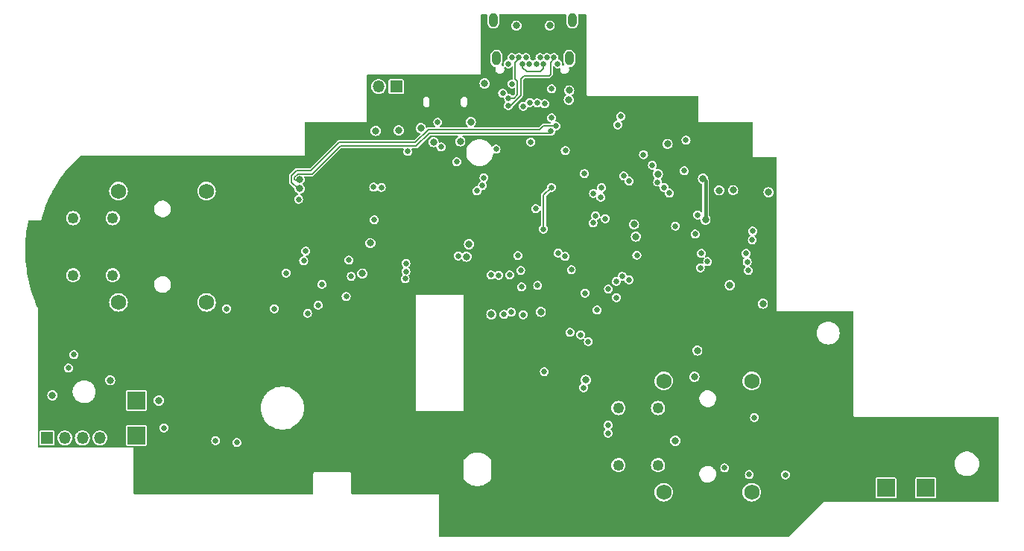
<source format=gbr>
G04 #@! TF.GenerationSoftware,KiCad,Pcbnew,7.0.6*
G04 #@! TF.CreationDate,2024-01-02T21:36:57-08:00*
G04 #@! TF.ProjectId,procon_gcc_main_pcb,70726f63-6f6e-45f6-9763-635f6d61696e,1*
G04 #@! TF.SameCoordinates,Original*
G04 #@! TF.FileFunction,Copper,L2,Inr*
G04 #@! TF.FilePolarity,Positive*
%FSLAX46Y46*%
G04 Gerber Fmt 4.6, Leading zero omitted, Abs format (unit mm)*
G04 Created by KiCad (PCBNEW 7.0.6) date 2024-01-02 21:36:57*
%MOMM*%
%LPD*%
G01*
G04 APERTURE LIST*
G04 #@! TA.AperFunction,ComponentPad*
%ADD10C,1.750000*%
G04 #@! TD*
G04 #@! TA.AperFunction,ComponentPad*
%ADD11C,1.250000*%
G04 #@! TD*
G04 #@! TA.AperFunction,ComponentPad*
%ADD12R,2.000000X2.000000*%
G04 #@! TD*
G04 #@! TA.AperFunction,ComponentPad*
%ADD13R,1.350000X1.350000*%
G04 #@! TD*
G04 #@! TA.AperFunction,ComponentPad*
%ADD14O,1.350000X1.350000*%
G04 #@! TD*
G04 #@! TA.AperFunction,ComponentPad*
%ADD15C,0.650000*%
G04 #@! TD*
G04 #@! TA.AperFunction,ComponentPad*
%ADD16O,1.000000X1.600000*%
G04 #@! TD*
G04 #@! TA.AperFunction,ViaPad*
%ADD17C,0.650000*%
G04 #@! TD*
G04 #@! TA.AperFunction,ViaPad*
%ADD18C,0.800000*%
G04 #@! TD*
G04 #@! TA.AperFunction,Conductor*
%ADD19C,0.200000*%
G04 #@! TD*
G04 #@! TA.AperFunction,Conductor*
%ADD20C,0.150000*%
G04 #@! TD*
G04 #@! TA.AperFunction,Conductor*
%ADD21C,0.400000*%
G04 #@! TD*
G04 APERTURE END LIST*
D10*
X153320200Y-133697000D03*
X153320200Y-146347000D03*
X163320200Y-133697000D03*
X163320200Y-146347000D03*
D11*
X152670200Y-136772000D03*
X152670200Y-143272000D03*
X148170200Y-136772000D03*
X148170200Y-143272000D03*
D10*
X91377000Y-112107600D03*
X91377000Y-124757600D03*
X101377000Y-112107600D03*
X101377000Y-124757600D03*
D11*
X90727000Y-115182600D03*
X90727000Y-121682600D03*
X86227000Y-115182600D03*
X86227000Y-121682600D03*
D12*
X183062000Y-145848750D03*
X93413992Y-139903200D03*
D13*
X83274400Y-140182600D03*
D14*
X85274400Y-140182600D03*
X87274400Y-140182600D03*
X89274400Y-140182600D03*
D13*
X122920000Y-100228400D03*
D14*
X120920000Y-100228400D03*
D15*
X135660000Y-97625000D03*
X136060000Y-96925000D03*
X136860000Y-96925000D03*
X137260000Y-97625000D03*
X137660000Y-96925000D03*
X138060000Y-97625000D03*
X138860000Y-97625000D03*
X139260000Y-96925000D03*
X139660000Y-97625000D03*
X140060000Y-96925000D03*
X140860000Y-96925000D03*
X141260000Y-97625000D03*
D16*
X142950000Y-92635000D03*
X142590000Y-97025000D03*
X134330000Y-97025000D03*
X133970000Y-92635000D03*
D12*
X93413992Y-135909304D03*
X178562000Y-145848750D03*
D17*
X163370000Y-117660000D03*
X156900000Y-117000000D03*
X153350000Y-111675000D03*
X155850000Y-106300000D03*
X155650000Y-109800000D03*
X154660000Y-116090000D03*
X151025000Y-107950000D03*
X148425000Y-103625000D03*
X148100000Y-104575000D03*
D18*
X164450000Y-114925000D03*
D17*
X163425000Y-116650000D03*
X157176050Y-114822883D03*
X157475000Y-120825000D03*
X162925000Y-121125000D03*
X158300000Y-120125000D03*
X162800000Y-120150000D03*
D18*
X163425000Y-123400000D03*
X160825000Y-122800000D03*
X159825000Y-123600000D03*
D17*
X160683312Y-116294540D03*
D18*
X157850000Y-117600000D03*
D17*
X162675000Y-119200000D03*
X157600000Y-119200000D03*
D18*
X164575000Y-124900000D03*
X152755209Y-113293530D03*
D17*
X153947526Y-112336708D03*
D18*
X120192800Y-125984000D03*
D17*
X142494000Y-125095000D03*
D18*
X156032200Y-149326600D03*
D17*
X136296400Y-123139200D03*
D18*
X167843200Y-135153400D03*
D17*
X140926929Y-122588129D03*
X120396000Y-110566200D03*
D18*
X169062400Y-147167600D03*
D17*
X111861600Y-121920000D03*
D18*
X134493000Y-139395200D03*
X119006702Y-116774102D03*
D17*
X136448800Y-115112800D03*
X106095800Y-126542800D03*
X138208690Y-107452022D03*
X94157800Y-127660400D03*
X138620500Y-116483094D03*
D18*
X122783600Y-110693200D03*
D17*
X144297400Y-111201200D03*
D18*
X151053800Y-147548600D03*
D17*
X145313400Y-119964200D03*
X88519000Y-126568200D03*
X106070400Y-113588800D03*
X134213600Y-106222800D03*
X88392000Y-113614200D03*
X133553200Y-111150400D03*
D18*
X115595400Y-126568200D03*
X167563800Y-142417800D03*
X105765600Y-120675400D03*
X162080000Y-114510000D03*
X121031000Y-114173000D03*
D17*
X136555272Y-104215215D03*
X141122400Y-115062000D03*
D18*
X162175896Y-110478591D03*
D17*
X97053400Y-138303000D03*
X131013200Y-123317000D03*
D18*
X155550000Y-102800000D03*
D17*
X143891000Y-109042200D03*
D18*
X151053800Y-134289800D03*
D17*
X142824200Y-121038129D03*
D18*
X159607099Y-112015147D03*
D17*
X137072363Y-121131594D03*
D18*
X161199272Y-112009786D03*
D17*
X96520000Y-139039600D03*
D18*
X131191000Y-118135400D03*
D17*
X134277100Y-107339094D03*
X102412800Y-140462000D03*
X111836200Y-113030000D03*
X150266400Y-119405400D03*
X132892800Y-110591600D03*
X120421400Y-115366800D03*
X142138400Y-107492800D03*
X140588129Y-103784400D03*
D18*
X165227000Y-112242600D03*
D17*
X138988800Y-122834400D03*
X147040600Y-123240800D03*
X117246400Y-124079000D03*
D18*
X131394200Y-104241600D03*
D17*
X144297400Y-110109000D03*
X138214403Y-106526609D03*
X138785600Y-114096800D03*
D18*
X95961200Y-135915400D03*
X157124400Y-130225800D03*
X154635200Y-140487400D03*
X156794200Y-133223000D03*
D17*
X124231400Y-107599500D03*
X128016000Y-107091500D03*
D18*
X142570200Y-100660200D03*
D17*
X139661900Y-116432294D03*
X140552529Y-111680482D03*
X135661400Y-102387400D03*
X136093200Y-99923600D03*
D18*
X125722725Y-104956086D03*
X130199837Y-106444519D03*
X127177237Y-106529446D03*
X123215400Y-105206800D03*
D17*
X140589000Y-100482400D03*
X135686800Y-101523800D03*
X138105188Y-102039497D03*
D18*
X136575800Y-93294200D03*
D17*
X139802765Y-102180015D03*
X145338800Y-112369600D03*
D18*
X157782026Y-110690426D03*
X152657200Y-110163000D03*
X153750000Y-106750000D03*
X158055736Y-115366800D03*
D17*
X152027395Y-109166476D03*
D18*
X90424000Y-133604000D03*
D17*
X152618203Y-111081857D03*
X138957046Y-102068159D03*
D18*
X140360400Y-93294200D03*
D17*
X135026400Y-100965000D03*
D18*
X120599200Y-105257600D03*
X132969000Y-99872800D03*
D17*
X112852200Y-126009400D03*
X109093000Y-125476000D03*
X146989800Y-139623800D03*
X160248600Y-143586200D03*
X146989800Y-138709400D03*
X163626800Y-137845800D03*
X167132000Y-144373600D03*
X163042600Y-144348200D03*
X136753600Y-119430800D03*
X133705600Y-121640600D03*
X124028200Y-120319800D03*
X114054979Y-125077210D03*
X149387551Y-122193703D03*
X103657400Y-125476000D03*
X104825800Y-140690600D03*
X129794000Y-108762800D03*
X127641468Y-104273468D03*
X132723174Y-111472425D03*
X146253200Y-111709200D03*
X146685000Y-115239800D03*
X86309200Y-130708400D03*
X123948748Y-122066958D03*
X135813800Y-121640600D03*
D18*
X119075200Y-121488200D03*
D17*
X142113000Y-119532400D03*
X147955000Y-124206000D03*
X147929600Y-122377200D03*
X117830600Y-121793000D03*
X142671800Y-128168400D03*
X144754600Y-129235200D03*
X148590000Y-121793000D03*
X145745200Y-125628400D03*
X114477800Y-122707400D03*
X141325600Y-119151400D03*
X124028200Y-121259600D03*
X134569200Y-121666000D03*
X110413800Y-121412000D03*
X143891000Y-128447800D03*
X145585161Y-114913733D03*
X144373600Y-123698000D03*
X145294367Y-115729088D03*
D18*
X142544800Y-101727000D03*
D17*
X137367240Y-102463027D03*
X132089527Y-112088469D03*
X144221200Y-134467600D03*
X117551200Y-119964200D03*
D18*
X130911600Y-119557800D03*
D17*
X139750800Y-132638800D03*
D18*
X119983925Y-118022388D03*
D17*
X137337800Y-126161800D03*
X137160000Y-122986800D03*
X112649000Y-118922800D03*
X129971800Y-119481600D03*
D18*
X150164800Y-117271800D03*
D17*
X148767800Y-110369400D03*
D18*
X139344400Y-125831600D03*
D17*
X149377400Y-110972600D03*
D18*
X149936200Y-115900200D03*
X133731000Y-126136400D03*
D17*
X112420400Y-120015000D03*
D18*
X144475200Y-133578600D03*
D17*
X140470827Y-105311470D03*
D18*
X111963200Y-110777800D03*
D17*
X141058451Y-104693756D03*
D18*
X111963200Y-111827800D03*
D17*
X135991600Y-125857000D03*
X121234200Y-111709200D03*
X120370600Y-111658400D03*
X135153400Y-126136400D03*
X85699600Y-132232400D03*
D18*
X83870800Y-135331200D03*
D17*
X146174359Y-112798690D03*
D19*
X139661900Y-112571111D02*
X140552529Y-111680482D01*
X139661900Y-116432294D02*
X139661900Y-112571111D01*
D20*
X140860000Y-97087200D02*
X140462000Y-97485200D01*
X137058400Y-101256774D02*
X135927774Y-102387400D01*
X140309600Y-98983800D02*
X137464800Y-98983800D01*
X140462000Y-98831400D02*
X140309600Y-98983800D01*
X140462000Y-97485200D02*
X140462000Y-98831400D01*
X137464800Y-98983800D02*
X137058400Y-99390200D01*
X140860000Y-96925000D02*
X140860000Y-97087200D01*
X137058400Y-99390200D02*
X137058400Y-101256774D01*
X135927774Y-102387400D02*
X135661400Y-102387400D01*
X136296400Y-101523800D02*
X135686800Y-101523800D01*
X136860000Y-96925000D02*
X136860000Y-97074000D01*
X136860000Y-97074000D02*
X136448800Y-97485200D01*
X136702800Y-99618800D02*
X136702800Y-101117400D01*
X136448800Y-99364800D02*
X136702800Y-99618800D01*
X136448800Y-97485200D02*
X136448800Y-99364800D01*
X136702800Y-101117400D02*
X136296400Y-101523800D01*
D21*
X157782026Y-110690426D02*
X158055736Y-110964136D01*
X158055736Y-110964136D02*
X158055736Y-115366800D01*
D19*
X139660000Y-98134800D02*
X139660000Y-97625000D01*
X139268200Y-98526600D02*
X139660000Y-98134800D01*
X137260000Y-98042400D02*
X137744200Y-98526600D01*
X137260000Y-97625000D02*
X137260000Y-98042400D01*
X137744200Y-98526600D02*
X139268200Y-98526600D01*
D20*
X126673000Y-105508400D02*
X125199800Y-106981600D01*
X111401200Y-110496644D02*
X111401200Y-110766200D01*
X140273897Y-105508400D02*
X126673000Y-105508400D01*
X140470827Y-105311470D02*
X140273897Y-105508400D01*
X113392244Y-110156600D02*
X111741244Y-110156600D01*
X111841537Y-110899463D02*
X111963200Y-110777800D01*
X125199800Y-106981600D02*
X116567244Y-106981600D01*
X111401200Y-110766200D02*
X111534463Y-110899463D01*
X111534463Y-110899463D02*
X111841537Y-110899463D01*
X116567244Y-106981600D02*
X113392244Y-110156600D01*
X111741244Y-110156600D02*
X111401200Y-110496644D01*
X126565000Y-105108400D02*
X125091800Y-106581600D01*
X139654244Y-104693756D02*
X139239600Y-105108400D01*
X111748156Y-111827800D02*
X111963200Y-111827800D01*
X113226556Y-109756600D02*
X111575556Y-109756600D01*
X111575556Y-109756600D02*
X111001200Y-110330956D01*
X141058451Y-104693756D02*
X139654244Y-104693756D01*
X111001200Y-111080844D02*
X111748156Y-111827800D01*
X116401556Y-106581600D02*
X113226556Y-109756600D01*
X111001200Y-110330956D02*
X111001200Y-111080844D01*
X125091800Y-106581600D02*
X116401556Y-106581600D01*
X139239600Y-105108400D02*
X126565000Y-105108400D01*
G04 #@! TA.AperFunction,Conductor*
G36*
X133291889Y-92035680D02*
G01*
X133322329Y-92088403D01*
X133317897Y-92135416D01*
X133304421Y-92170950D01*
X133289500Y-92293837D01*
X133289500Y-92976163D01*
X133304421Y-93099049D01*
X133304421Y-93099050D01*
X133363020Y-93253564D01*
X133363024Y-93253571D01*
X133456896Y-93389568D01*
X133456902Y-93389575D01*
X133564900Y-93485251D01*
X133580593Y-93499154D01*
X133726919Y-93575952D01*
X133887372Y-93615500D01*
X133887373Y-93615500D01*
X134052627Y-93615500D01*
X134052628Y-93615500D01*
X134213081Y-93575952D01*
X134359407Y-93499154D01*
X134436024Y-93431276D01*
X134483097Y-93389575D01*
X134483099Y-93389572D01*
X134483103Y-93389569D01*
X134548931Y-93294200D01*
X135990291Y-93294200D01*
X136010242Y-93445741D01*
X136010242Y-93445743D01*
X136010243Y-93445744D01*
X136068731Y-93586949D01*
X136068732Y-93586951D01*
X136068734Y-93586955D01*
X136161783Y-93708217D01*
X136283045Y-93801266D01*
X136424259Y-93859758D01*
X136575800Y-93879709D01*
X136727341Y-93859758D01*
X136868555Y-93801266D01*
X136989817Y-93708217D01*
X137082866Y-93586955D01*
X137141358Y-93445741D01*
X137161309Y-93294200D01*
X139774891Y-93294200D01*
X139794842Y-93445741D01*
X139794842Y-93445743D01*
X139794843Y-93445744D01*
X139853331Y-93586949D01*
X139853332Y-93586951D01*
X139853334Y-93586955D01*
X139946383Y-93708217D01*
X140067645Y-93801266D01*
X140208859Y-93859758D01*
X140360400Y-93879709D01*
X140511941Y-93859758D01*
X140653155Y-93801266D01*
X140774417Y-93708217D01*
X140867466Y-93586955D01*
X140925958Y-93445741D01*
X140945909Y-93294200D01*
X140925958Y-93142659D01*
X140867466Y-93001446D01*
X140774417Y-92880183D01*
X140774412Y-92880179D01*
X140774411Y-92880178D01*
X140718665Y-92837403D01*
X140653155Y-92787134D01*
X140653151Y-92787132D01*
X140653149Y-92787131D01*
X140511944Y-92728643D01*
X140511943Y-92728642D01*
X140511941Y-92728642D01*
X140360400Y-92708691D01*
X140360399Y-92708691D01*
X140327423Y-92713032D01*
X140208859Y-92728642D01*
X140208857Y-92728642D01*
X140208855Y-92728643D01*
X140067651Y-92787131D01*
X140067643Y-92787136D01*
X139946388Y-92880178D01*
X139946378Y-92880188D01*
X139853336Y-93001443D01*
X139853331Y-93001451D01*
X139794843Y-93142655D01*
X139794842Y-93142657D01*
X139794842Y-93142659D01*
X139774891Y-93294200D01*
X137161309Y-93294200D01*
X137141358Y-93142659D01*
X137082866Y-93001446D01*
X136989817Y-92880183D01*
X136989812Y-92880179D01*
X136989811Y-92880178D01*
X136934065Y-92837403D01*
X136868555Y-92787134D01*
X136868551Y-92787132D01*
X136868549Y-92787131D01*
X136727344Y-92728643D01*
X136727343Y-92728642D01*
X136727341Y-92728642D01*
X136575800Y-92708691D01*
X136575799Y-92708691D01*
X136542823Y-92713032D01*
X136424259Y-92728642D01*
X136424257Y-92728642D01*
X136424255Y-92728643D01*
X136283051Y-92787131D01*
X136283043Y-92787136D01*
X136161788Y-92880178D01*
X136161778Y-92880188D01*
X136068736Y-93001443D01*
X136068731Y-93001451D01*
X136010243Y-93142655D01*
X136010242Y-93142657D01*
X136010242Y-93142659D01*
X135990291Y-93294200D01*
X134548931Y-93294200D01*
X134576978Y-93253567D01*
X134635579Y-93099050D01*
X134650500Y-92976163D01*
X134650500Y-92293837D01*
X134635579Y-92170950D01*
X134622102Y-92135416D01*
X134621285Y-92074544D01*
X134659788Y-92027386D01*
X134705319Y-92014858D01*
X142214681Y-92014858D01*
X142271889Y-92035680D01*
X142302329Y-92088403D01*
X142297897Y-92135416D01*
X142284421Y-92170950D01*
X142269500Y-92293837D01*
X142269500Y-92976163D01*
X142284421Y-93099049D01*
X142284421Y-93099050D01*
X142343020Y-93253564D01*
X142343024Y-93253571D01*
X142436896Y-93389568D01*
X142436902Y-93389575D01*
X142544900Y-93485251D01*
X142560593Y-93499154D01*
X142706919Y-93575952D01*
X142867372Y-93615500D01*
X142867373Y-93615500D01*
X143032627Y-93615500D01*
X143032628Y-93615500D01*
X143193081Y-93575952D01*
X143339407Y-93499154D01*
X143416024Y-93431276D01*
X143463097Y-93389575D01*
X143463099Y-93389572D01*
X143463103Y-93389569D01*
X143556978Y-93253567D01*
X143615579Y-93099050D01*
X143630500Y-92976163D01*
X143630500Y-92293837D01*
X143615579Y-92170950D01*
X143602102Y-92135416D01*
X143601285Y-92074544D01*
X143639788Y-92027386D01*
X143685319Y-92014858D01*
X144466725Y-92014858D01*
X144523933Y-92035680D01*
X144554373Y-92088403D01*
X144555725Y-92103858D01*
X144555725Y-101082826D01*
X144552693Y-101105858D01*
X144550416Y-101114356D01*
X144550416Y-101114360D01*
X144554211Y-101128527D01*
X144554215Y-101128535D01*
X144555725Y-101134171D01*
X144555725Y-101134172D01*
X144571290Y-101192262D01*
X144628320Y-101249293D01*
X144706225Y-101270167D01*
X144713193Y-101268300D01*
X144714724Y-101267890D01*
X144737757Y-101264858D01*
X157166725Y-101264858D01*
X157223933Y-101285680D01*
X157254373Y-101338403D01*
X157255725Y-101353858D01*
X157255725Y-104082826D01*
X157252693Y-104105858D01*
X157250416Y-104114356D01*
X157250416Y-104114360D01*
X157254211Y-104128527D01*
X157254215Y-104128535D01*
X157255725Y-104134171D01*
X157255725Y-104134172D01*
X157271290Y-104192262D01*
X157328320Y-104249293D01*
X157406225Y-104270167D01*
X157413090Y-104268327D01*
X157414724Y-104267890D01*
X157437757Y-104264858D01*
X163366725Y-104264858D01*
X163423933Y-104285680D01*
X163454373Y-104338403D01*
X163455725Y-104353858D01*
X163455725Y-108082826D01*
X163452693Y-108105858D01*
X163450416Y-108114356D01*
X163450416Y-108114360D01*
X163454211Y-108128527D01*
X163454215Y-108128535D01*
X163455725Y-108134171D01*
X163455725Y-108134172D01*
X163471290Y-108192262D01*
X163528320Y-108249293D01*
X163606225Y-108270167D01*
X163613090Y-108268327D01*
X163614724Y-108267890D01*
X163637757Y-108264858D01*
X166066725Y-108264858D01*
X166123933Y-108285680D01*
X166154373Y-108338403D01*
X166155725Y-108353858D01*
X166155725Y-125582826D01*
X166152693Y-125605858D01*
X166150416Y-125614356D01*
X166150416Y-125614360D01*
X166154211Y-125628527D01*
X166154215Y-125628535D01*
X166155725Y-125634171D01*
X166155725Y-125634172D01*
X166171290Y-125692262D01*
X166228320Y-125749293D01*
X166306225Y-125770167D01*
X166313090Y-125768327D01*
X166314724Y-125767890D01*
X166337757Y-125764858D01*
X174766725Y-125764858D01*
X174823933Y-125785680D01*
X174854373Y-125838403D01*
X174855725Y-125853858D01*
X174855725Y-137582825D01*
X174852693Y-137605857D01*
X174850416Y-137614355D01*
X174850416Y-137614359D01*
X174854211Y-137628526D01*
X174854215Y-137628534D01*
X174855725Y-137634170D01*
X174855725Y-137634171D01*
X174871290Y-137692261D01*
X174928320Y-137749292D01*
X175006225Y-137770166D01*
X175013090Y-137768326D01*
X175014724Y-137767889D01*
X175037757Y-137764857D01*
X191316725Y-137764857D01*
X191373933Y-137785679D01*
X191404373Y-137838402D01*
X191405725Y-137853857D01*
X191405725Y-147374857D01*
X191384903Y-147432065D01*
X191332180Y-147462505D01*
X191316725Y-147463857D01*
X171607748Y-147463857D01*
X171602936Y-147463254D01*
X171555307Y-147463857D01*
X171535911Y-147463857D01*
X171531764Y-147464154D01*
X171513995Y-147464380D01*
X171513996Y-147464380D01*
X171513992Y-147464381D01*
X171507759Y-147468086D01*
X171485328Y-147477544D01*
X171478323Y-147479421D01*
X171478317Y-147479424D01*
X171465751Y-147491989D01*
X171462654Y-147494741D01*
X171449137Y-147508605D01*
X171415448Y-147542292D01*
X171412511Y-147546168D01*
X167618964Y-151436988D01*
X167564118Y-151463413D01*
X167555240Y-151463857D01*
X127895726Y-151463857D01*
X127838518Y-151443035D01*
X127808078Y-151390312D01*
X127806726Y-151374857D01*
X127806726Y-146745888D01*
X127809758Y-146722854D01*
X127812035Y-146714357D01*
X127812034Y-146714356D01*
X127812035Y-146714355D01*
X127791161Y-146636454D01*
X127791161Y-146636453D01*
X127769204Y-146614496D01*
X127734131Y-146579422D01*
X127656226Y-146558548D01*
X127656225Y-146558548D01*
X127647727Y-146560825D01*
X127624694Y-146563857D01*
X117895726Y-146563857D01*
X117838518Y-146543035D01*
X117808078Y-146490312D01*
X117806726Y-146474857D01*
X117806726Y-146347004D01*
X152259593Y-146347004D01*
X152279970Y-146553905D01*
X152279971Y-146553910D01*
X152279971Y-146553912D01*
X152279972Y-146553914D01*
X152340327Y-146752877D01*
X152340328Y-146752880D01*
X152340329Y-146752881D01*
X152438337Y-146936242D01*
X152514667Y-147029249D01*
X152570238Y-147096962D01*
X152570243Y-147096966D01*
X152730957Y-147228862D01*
X152801141Y-147266375D01*
X152914323Y-147326873D01*
X153113286Y-147387228D01*
X153113291Y-147387228D01*
X153113294Y-147387229D01*
X153320195Y-147407607D01*
X153320200Y-147407607D01*
X153320205Y-147407607D01*
X153527105Y-147387229D01*
X153527106Y-147387228D01*
X153527114Y-147387228D01*
X153726077Y-147326873D01*
X153909442Y-147228862D01*
X154070162Y-147096962D01*
X154202062Y-146936242D01*
X154300073Y-146752877D01*
X154360428Y-146553914D01*
X154360429Y-146553905D01*
X154380807Y-146347004D01*
X162259593Y-146347004D01*
X162279970Y-146553905D01*
X162279971Y-146553910D01*
X162279971Y-146553912D01*
X162279972Y-146553914D01*
X162340327Y-146752877D01*
X162340328Y-146752880D01*
X162340329Y-146752881D01*
X162438337Y-146936242D01*
X162514667Y-147029249D01*
X162570238Y-147096962D01*
X162570243Y-147096966D01*
X162730957Y-147228862D01*
X162801141Y-147266375D01*
X162914323Y-147326873D01*
X163113286Y-147387228D01*
X163113291Y-147387228D01*
X163113294Y-147387229D01*
X163320195Y-147407607D01*
X163320200Y-147407607D01*
X163320205Y-147407607D01*
X163527105Y-147387229D01*
X163527106Y-147387228D01*
X163527114Y-147387228D01*
X163726077Y-147326873D01*
X163909442Y-147228862D01*
X164070162Y-147096962D01*
X164202062Y-146936242D01*
X164239326Y-146866526D01*
X177381500Y-146866526D01*
X177391972Y-146919177D01*
X177391973Y-146919178D01*
X177431867Y-146978883D01*
X177431870Y-146978885D01*
X177431872Y-146978887D01*
X177491570Y-147018776D01*
X177491571Y-147018776D01*
X177491572Y-147018777D01*
X177544223Y-147029250D01*
X179579776Y-147029249D01*
X179632428Y-147018777D01*
X179692133Y-146978883D01*
X179732027Y-146919178D01*
X179742500Y-146866527D01*
X179742500Y-146866526D01*
X181881500Y-146866526D01*
X181891972Y-146919177D01*
X181891973Y-146919178D01*
X181931867Y-146978883D01*
X181931870Y-146978885D01*
X181931872Y-146978887D01*
X181991570Y-147018776D01*
X181991571Y-147018776D01*
X181991572Y-147018777D01*
X182044223Y-147029250D01*
X184079776Y-147029249D01*
X184132428Y-147018777D01*
X184192133Y-146978883D01*
X184232027Y-146919178D01*
X184242500Y-146866527D01*
X184242499Y-144830974D01*
X184241783Y-144827376D01*
X184232027Y-144778322D01*
X184226070Y-144769407D01*
X184192133Y-144718617D01*
X184192129Y-144718614D01*
X184192127Y-144718612D01*
X184132429Y-144678723D01*
X184132430Y-144678723D01*
X184079777Y-144668250D01*
X182044223Y-144668250D01*
X181991572Y-144678722D01*
X181931869Y-144718615D01*
X181931862Y-144718622D01*
X181891973Y-144778319D01*
X181881500Y-144830968D01*
X181881500Y-146866526D01*
X179742500Y-146866526D01*
X179742499Y-144830974D01*
X179741783Y-144827376D01*
X179732027Y-144778322D01*
X179726070Y-144769407D01*
X179692133Y-144718617D01*
X179692129Y-144718614D01*
X179692127Y-144718612D01*
X179632429Y-144678723D01*
X179632430Y-144678723D01*
X179579777Y-144668250D01*
X177544223Y-144668250D01*
X177491572Y-144678722D01*
X177431869Y-144718615D01*
X177431862Y-144718622D01*
X177391973Y-144778319D01*
X177381500Y-144830968D01*
X177381500Y-146866526D01*
X164239326Y-146866526D01*
X164300073Y-146752877D01*
X164360428Y-146553914D01*
X164360429Y-146553905D01*
X164380807Y-146347004D01*
X164380807Y-146346995D01*
X164360429Y-146140094D01*
X164360428Y-146140089D01*
X164360428Y-146140086D01*
X164300073Y-145941123D01*
X164262838Y-145871463D01*
X164202062Y-145757757D01*
X164070166Y-145597043D01*
X164070162Y-145597038D01*
X164070156Y-145597033D01*
X163909442Y-145465137D01*
X163778137Y-145394953D01*
X163726077Y-145367127D01*
X163527114Y-145306772D01*
X163527112Y-145306771D01*
X163527110Y-145306771D01*
X163527105Y-145306770D01*
X163320205Y-145286393D01*
X163320195Y-145286393D01*
X163113294Y-145306770D01*
X163113289Y-145306771D01*
X163113285Y-145306772D01*
X163113286Y-145306772D01*
X162914323Y-145367127D01*
X162914320Y-145367128D01*
X162914318Y-145367129D01*
X162730957Y-145465137D01*
X162570243Y-145597033D01*
X162570233Y-145597043D01*
X162438337Y-145757757D01*
X162340329Y-145941118D01*
X162279971Y-146140089D01*
X162279970Y-146140094D01*
X162259593Y-146346995D01*
X162259593Y-146347004D01*
X154380807Y-146347004D01*
X154380807Y-146346995D01*
X154360429Y-146140094D01*
X154360428Y-146140089D01*
X154360428Y-146140086D01*
X154300073Y-145941123D01*
X154262838Y-145871463D01*
X154202062Y-145757757D01*
X154070166Y-145597043D01*
X154070162Y-145597038D01*
X154070156Y-145597033D01*
X153909442Y-145465137D01*
X153778137Y-145394953D01*
X153726077Y-145367127D01*
X153527114Y-145306772D01*
X153527112Y-145306771D01*
X153527110Y-145306771D01*
X153527105Y-145306770D01*
X153320205Y-145286393D01*
X153320195Y-145286393D01*
X153113294Y-145306770D01*
X153113289Y-145306771D01*
X153113285Y-145306772D01*
X153113286Y-145306772D01*
X152914323Y-145367127D01*
X152914320Y-145367128D01*
X152914318Y-145367129D01*
X152730957Y-145465137D01*
X152570243Y-145597033D01*
X152570233Y-145597043D01*
X152438337Y-145757757D01*
X152340329Y-145941118D01*
X152279971Y-146140089D01*
X152279970Y-146140094D01*
X152259593Y-146346995D01*
X152259593Y-146347004D01*
X117806726Y-146347004D01*
X117806726Y-144795419D01*
X130601923Y-144795419D01*
X130604045Y-144806178D01*
X130604816Y-144814056D01*
X130604965Y-144814037D01*
X130605725Y-144819814D01*
X130609162Y-144832644D01*
X130609836Y-144835546D01*
X130615215Y-144862816D01*
X130617460Y-144867854D01*
X130620590Y-144876690D01*
X130621290Y-144877902D01*
X130621291Y-144877904D01*
X130637728Y-144894341D01*
X130646017Y-144903905D01*
X130648191Y-144906807D01*
X130711405Y-144991201D01*
X130711410Y-144991206D01*
X130871378Y-145154220D01*
X130888007Y-145171165D01*
X131086831Y-145326224D01*
X131304394Y-145453664D01*
X131536883Y-145551250D01*
X131780226Y-145617274D01*
X131780230Y-145617274D01*
X131780231Y-145617275D01*
X132030151Y-145650577D01*
X132030156Y-145650577D01*
X132282300Y-145650577D01*
X132532220Y-145617275D01*
X132532220Y-145617274D01*
X132532226Y-145617274D01*
X132775569Y-145551250D01*
X133008058Y-145453664D01*
X133225621Y-145326224D01*
X133424445Y-145171165D01*
X133601046Y-144991202D01*
X133666438Y-144903899D01*
X133674730Y-144894334D01*
X133691161Y-144877904D01*
X133691161Y-144877901D01*
X133691862Y-144876689D01*
X133694996Y-144867843D01*
X133697232Y-144862823D01*
X133697236Y-144862819D01*
X133702618Y-144835525D01*
X133703289Y-144832639D01*
X133706726Y-144819814D01*
X133706726Y-144819811D01*
X133707488Y-144814030D01*
X133707637Y-144814049D01*
X133708407Y-144806168D01*
X133710528Y-144795416D01*
X133709584Y-144791780D01*
X133706726Y-144769408D01*
X133706726Y-144370391D01*
X157366024Y-144370391D01*
X157395297Y-144561474D01*
X157462436Y-144742754D01*
X157564689Y-144906805D01*
X157564691Y-144906807D01*
X157697877Y-145046919D01*
X157856542Y-145157353D01*
X158034188Y-145233587D01*
X158034192Y-145233587D01*
X158034196Y-145233589D01*
X158223536Y-145272499D01*
X158223542Y-145272499D01*
X158223544Y-145272500D01*
X158223546Y-145272500D01*
X158368413Y-145272500D01*
X158512515Y-145257846D01*
X158512517Y-145257845D01*
X158512521Y-145257845D01*
X158696968Y-145199974D01*
X158865991Y-145106159D01*
X159012668Y-144980240D01*
X159130996Y-144827373D01*
X159216130Y-144653816D01*
X159264585Y-144466674D01*
X159270593Y-144348200D01*
X162531902Y-144348200D01*
X162552588Y-144492079D01*
X162612972Y-144624302D01*
X162612974Y-144624305D01*
X162694694Y-144718615D01*
X162708164Y-144734160D01*
X162830448Y-144812747D01*
X162969920Y-144853700D01*
X162969922Y-144853700D01*
X163115278Y-144853700D01*
X163115280Y-144853700D01*
X163254752Y-144812747D01*
X163377036Y-144734160D01*
X163472226Y-144624304D01*
X163532611Y-144492080D01*
X163549646Y-144373600D01*
X166621302Y-144373600D01*
X166641988Y-144517479D01*
X166702372Y-144649702D01*
X166702374Y-144649705D01*
X166784409Y-144744378D01*
X166797564Y-144759560D01*
X166919848Y-144838147D01*
X167059320Y-144879100D01*
X167059322Y-144879100D01*
X167204678Y-144879100D01*
X167204680Y-144879100D01*
X167344152Y-144838147D01*
X167466436Y-144759560D01*
X167561626Y-144649704D01*
X167622011Y-144517480D01*
X167642698Y-144373600D01*
X167642236Y-144370390D01*
X167622011Y-144229720D01*
X167561627Y-144097497D01*
X167561625Y-144097494D01*
X167466436Y-143987640D01*
X167443895Y-143973154D01*
X167344152Y-143909053D01*
X167204680Y-143868100D01*
X167059320Y-143868100D01*
X166919848Y-143909053D01*
X166876149Y-143937135D01*
X166797563Y-143987640D01*
X166702374Y-144097494D01*
X166702372Y-144097497D01*
X166641988Y-144229720D01*
X166621302Y-144373599D01*
X166621302Y-144373600D01*
X163549646Y-144373600D01*
X163553298Y-144348200D01*
X163544422Y-144286470D01*
X163532611Y-144204320D01*
X163472227Y-144072097D01*
X163472225Y-144072094D01*
X163377036Y-143962240D01*
X163377035Y-143962240D01*
X163254752Y-143883653D01*
X163115280Y-143842700D01*
X162969920Y-143842700D01*
X162830448Y-143883653D01*
X162803074Y-143901245D01*
X162708163Y-143962240D01*
X162612974Y-144072094D01*
X162612972Y-144072097D01*
X162552588Y-144204320D01*
X162531902Y-144348199D01*
X162531902Y-144348200D01*
X159270593Y-144348200D01*
X159274376Y-144273610D01*
X159245103Y-144082526D01*
X159177964Y-143901247D01*
X159177963Y-143901245D01*
X159075710Y-143737194D01*
X159068947Y-143730079D01*
X158942523Y-143597081D01*
X158926890Y-143586200D01*
X159737902Y-143586200D01*
X159758588Y-143730079D01*
X159818972Y-143862302D01*
X159818974Y-143862305D01*
X159905568Y-143962240D01*
X159914164Y-143972160D01*
X160036448Y-144050747D01*
X160175920Y-144091700D01*
X160175922Y-144091700D01*
X160321278Y-144091700D01*
X160321280Y-144091700D01*
X160460752Y-144050747D01*
X160583036Y-143972160D01*
X160678226Y-143862304D01*
X160738611Y-143730080D01*
X160759298Y-143586200D01*
X160738611Y-143442320D01*
X160738610Y-143442319D01*
X160678227Y-143310097D01*
X160678225Y-143310094D01*
X160583036Y-143200240D01*
X160460752Y-143121653D01*
X160421066Y-143110000D01*
X186344700Y-143110000D01*
X186363865Y-143341300D01*
X186363865Y-143341302D01*
X186420841Y-143566294D01*
X186420843Y-143566300D01*
X186514076Y-143778850D01*
X186514077Y-143778851D01*
X186641021Y-143973154D01*
X186641021Y-143973155D01*
X186755484Y-144097494D01*
X186798216Y-144143913D01*
X186964851Y-144273610D01*
X186981373Y-144286469D01*
X186981377Y-144286472D01*
X187095439Y-144348199D01*
X187185497Y-144396936D01*
X187405019Y-144472298D01*
X187633951Y-144510500D01*
X187633952Y-144510500D01*
X187866048Y-144510500D01*
X187866049Y-144510500D01*
X188094981Y-144472298D01*
X188314503Y-144396936D01*
X188518626Y-144286470D01*
X188701784Y-144143913D01*
X188787551Y-144050745D01*
X188858978Y-143973155D01*
X188858978Y-143973154D01*
X188858979Y-143973153D01*
X188985924Y-143778849D01*
X189079157Y-143566300D01*
X189136134Y-143341305D01*
X189155300Y-143110000D01*
X189136134Y-142878695D01*
X189079157Y-142653700D01*
X188985924Y-142441151D01*
X188912546Y-142328838D01*
X188858978Y-142246845D01*
X188858978Y-142246844D01*
X188701783Y-142076086D01*
X188518626Y-141933530D01*
X188518622Y-141933527D01*
X188314507Y-141823066D01*
X188314506Y-141823065D01*
X188314503Y-141823064D01*
X188094981Y-141747702D01*
X188094979Y-141747701D01*
X188094977Y-141747701D01*
X187866050Y-141709500D01*
X187866049Y-141709500D01*
X187633951Y-141709500D01*
X187633949Y-141709500D01*
X187405022Y-141747701D01*
X187405015Y-141747703D01*
X187280260Y-141790531D01*
X187185497Y-141823064D01*
X187185495Y-141823064D01*
X187185492Y-141823066D01*
X186981377Y-141933527D01*
X186981373Y-141933530D01*
X186798216Y-142076086D01*
X186641021Y-142246844D01*
X186641021Y-142246845D01*
X186514077Y-142441148D01*
X186514076Y-142441149D01*
X186420843Y-142653699D01*
X186420841Y-142653705D01*
X186363865Y-142878697D01*
X186363865Y-142878699D01*
X186344700Y-143109999D01*
X186344700Y-143110000D01*
X160421066Y-143110000D01*
X160321280Y-143080700D01*
X160175920Y-143080700D01*
X160036448Y-143121653D01*
X159992749Y-143149735D01*
X159914163Y-143200240D01*
X159818974Y-143310094D01*
X159818972Y-143310097D01*
X159758588Y-143442320D01*
X159737902Y-143586199D01*
X159737902Y-143586200D01*
X158926890Y-143586200D01*
X158783858Y-143486647D01*
X158783854Y-143486645D01*
X158606213Y-143410413D01*
X158606203Y-143410410D01*
X158416863Y-143371500D01*
X158416856Y-143371500D01*
X158271994Y-143371500D01*
X158271986Y-143371500D01*
X158127884Y-143386153D01*
X158127873Y-143386156D01*
X157943435Y-143444024D01*
X157774404Y-143537844D01*
X157627735Y-143663756D01*
X157627728Y-143663764D01*
X157509406Y-143816623D01*
X157509405Y-143816625D01*
X157424270Y-143990184D01*
X157375816Y-144177322D01*
X157375815Y-144177327D01*
X157366024Y-144370391D01*
X133706726Y-144370391D01*
X133706726Y-143272003D01*
X147359603Y-143272003D01*
X147379924Y-143452364D01*
X147379925Y-143452370D01*
X147379926Y-143452375D01*
X147430561Y-143597081D01*
X147439878Y-143623708D01*
X147511187Y-143737194D01*
X147536450Y-143777399D01*
X147664801Y-143905750D01*
X147664803Y-143905751D01*
X147664804Y-143905752D01*
X147818491Y-144002321D01*
X147818492Y-144002321D01*
X147818495Y-144002323D01*
X147989825Y-144062274D01*
X148039011Y-144067815D01*
X148170197Y-144082597D01*
X148170200Y-144082597D01*
X148170203Y-144082597D01*
X148275788Y-144070700D01*
X148350575Y-144062274D01*
X148521905Y-144002323D01*
X148675599Y-143905750D01*
X148803950Y-143777399D01*
X148900523Y-143623705D01*
X148960474Y-143452375D01*
X148972989Y-143341300D01*
X148980797Y-143272003D01*
X151859603Y-143272003D01*
X151879924Y-143452364D01*
X151879925Y-143452370D01*
X151879926Y-143452375D01*
X151930561Y-143597081D01*
X151939878Y-143623708D01*
X152011187Y-143737194D01*
X152036450Y-143777399D01*
X152164801Y-143905750D01*
X152164803Y-143905751D01*
X152164804Y-143905752D01*
X152318491Y-144002321D01*
X152318492Y-144002321D01*
X152318495Y-144002323D01*
X152489825Y-144062274D01*
X152539011Y-144067815D01*
X152670197Y-144082597D01*
X152670200Y-144082597D01*
X152670203Y-144082597D01*
X152775788Y-144070700D01*
X152850575Y-144062274D01*
X153021905Y-144002323D01*
X153175599Y-143905750D01*
X153303950Y-143777399D01*
X153400523Y-143623705D01*
X153460474Y-143452375D01*
X153472989Y-143341300D01*
X153480797Y-143272003D01*
X153480797Y-143271996D01*
X153460475Y-143091635D01*
X153460474Y-143091625D01*
X153400523Y-142920295D01*
X153400521Y-142920292D01*
X153400521Y-142920291D01*
X153303952Y-142766604D01*
X153303951Y-142766603D01*
X153303950Y-142766601D01*
X153175599Y-142638250D01*
X153175596Y-142638248D01*
X153175595Y-142638247D01*
X153021908Y-142541678D01*
X152991929Y-142531188D01*
X152850575Y-142481726D01*
X152850570Y-142481725D01*
X152850564Y-142481724D01*
X152670203Y-142461403D01*
X152670197Y-142461403D01*
X152489835Y-142481724D01*
X152489827Y-142481725D01*
X152489825Y-142481726D01*
X152412472Y-142508793D01*
X152318491Y-142541678D01*
X152164804Y-142638247D01*
X152036447Y-142766604D01*
X151939878Y-142920291D01*
X151879926Y-143091626D01*
X151879924Y-143091635D01*
X151859603Y-143271996D01*
X151859603Y-143272003D01*
X148980797Y-143272003D01*
X148980797Y-143271996D01*
X148960475Y-143091635D01*
X148960474Y-143091625D01*
X148900523Y-142920295D01*
X148900521Y-142920292D01*
X148900521Y-142920291D01*
X148803952Y-142766604D01*
X148803951Y-142766603D01*
X148803950Y-142766601D01*
X148675599Y-142638250D01*
X148675596Y-142638248D01*
X148675595Y-142638247D01*
X148521908Y-142541678D01*
X148491929Y-142531188D01*
X148350575Y-142481726D01*
X148350570Y-142481725D01*
X148350564Y-142481724D01*
X148170203Y-142461403D01*
X148170197Y-142461403D01*
X147989835Y-142481724D01*
X147989827Y-142481725D01*
X147989825Y-142481726D01*
X147912472Y-142508793D01*
X147818491Y-142541678D01*
X147664804Y-142638247D01*
X147536447Y-142766604D01*
X147439878Y-142920291D01*
X147379926Y-143091626D01*
X147379924Y-143091635D01*
X147359603Y-143271996D01*
X147359603Y-143272003D01*
X133706726Y-143272003D01*
X133706726Y-142730592D01*
X133709584Y-142708217D01*
X133710528Y-142704584D01*
X133708407Y-142693832D01*
X133707638Y-142685951D01*
X133707488Y-142685971D01*
X133706726Y-142680189D01*
X133706726Y-142680186D01*
X133703287Y-142667350D01*
X133702617Y-142664468D01*
X133697236Y-142637181D01*
X133697232Y-142637176D01*
X133694993Y-142632149D01*
X133691862Y-142623311D01*
X133691160Y-142622095D01*
X133674728Y-142605662D01*
X133666429Y-142596087D01*
X133601046Y-142508798D01*
X133601041Y-142508793D01*
X133424453Y-142328843D01*
X133424448Y-142328838D01*
X133424447Y-142328837D01*
X133424445Y-142328835D01*
X133225621Y-142173776D01*
X133225617Y-142173773D01*
X133225615Y-142173772D01*
X133008056Y-142046335D01*
X133008054Y-142046334D01*
X132775572Y-141948751D01*
X132775570Y-141948750D01*
X132775569Y-141948750D01*
X132532226Y-141882726D01*
X132532223Y-141882725D01*
X132532221Y-141882725D01*
X132532220Y-141882724D01*
X132282301Y-141849423D01*
X132282296Y-141849423D01*
X132030156Y-141849423D01*
X132030151Y-141849423D01*
X131780231Y-141882724D01*
X131780230Y-141882725D01*
X131536879Y-141948751D01*
X131304397Y-142046334D01*
X131304395Y-142046335D01*
X131086836Y-142173772D01*
X130888003Y-142328838D01*
X130887998Y-142328843D01*
X130711410Y-142508793D01*
X130711403Y-142508801D01*
X130646017Y-142596092D01*
X130637721Y-142605664D01*
X130621294Y-142622092D01*
X130621292Y-142622094D01*
X130621291Y-142622096D01*
X130621290Y-142622098D01*
X130620587Y-142623316D01*
X130617467Y-142632125D01*
X130615215Y-142637180D01*
X130609835Y-142664456D01*
X130609161Y-142667357D01*
X130605726Y-142680180D01*
X130604965Y-142685964D01*
X130604816Y-142685944D01*
X130604046Y-142693819D01*
X130601923Y-142704583D01*
X130601924Y-142704585D01*
X130602867Y-142708216D01*
X130605726Y-142730592D01*
X130605726Y-144769407D01*
X130602868Y-144791779D01*
X130601924Y-144795413D01*
X130601923Y-144795419D01*
X117806726Y-144795419D01*
X117806726Y-144245888D01*
X117809758Y-144222854D01*
X117809759Y-144222851D01*
X117812035Y-144214357D01*
X117812034Y-144214356D01*
X117812035Y-144214355D01*
X117794194Y-144147772D01*
X117793422Y-144141912D01*
X117791161Y-144136453D01*
X117791161Y-144136452D01*
X117734131Y-144079422D01*
X117656226Y-144058548D01*
X117656225Y-144058548D01*
X117647727Y-144060825D01*
X117624694Y-144063857D01*
X113687758Y-144063857D01*
X113664725Y-144060825D01*
X113656226Y-144058548D01*
X113636412Y-144063857D01*
X113578323Y-144079421D01*
X113578321Y-144079422D01*
X113521290Y-144136452D01*
X113521290Y-144136453D01*
X113500417Y-144214354D01*
X113500417Y-144214355D01*
X113500417Y-144214356D01*
X113500417Y-144214357D01*
X113502693Y-144222851D01*
X113505725Y-144245883D01*
X113505725Y-145367129D01*
X113505726Y-146474857D01*
X113484904Y-146532065D01*
X113432181Y-146562505D01*
X113416726Y-146563857D01*
X93195726Y-146563857D01*
X93138518Y-146543035D01*
X93108078Y-146490312D01*
X93106726Y-146474857D01*
X93106726Y-141445888D01*
X93109758Y-141422854D01*
X93112035Y-141414357D01*
X93112034Y-141414356D01*
X93112035Y-141414355D01*
X93094194Y-141347772D01*
X93093422Y-141341912D01*
X93091161Y-141336453D01*
X93091161Y-141336452D01*
X93034131Y-141279422D01*
X93034129Y-141279421D01*
X92956670Y-141258666D01*
X92956393Y-141258472D01*
X92955787Y-141258664D01*
X92947736Y-141260822D01*
X92924694Y-141263857D01*
X82295726Y-141263857D01*
X82238518Y-141243035D01*
X82208078Y-141190312D01*
X82206726Y-141174857D01*
X82206726Y-140875376D01*
X82418900Y-140875376D01*
X82429372Y-140928027D01*
X82459842Y-140973627D01*
X82469267Y-140987733D01*
X82469270Y-140987735D01*
X82469272Y-140987737D01*
X82528970Y-141027626D01*
X82528971Y-141027626D01*
X82528972Y-141027627D01*
X82581623Y-141038100D01*
X83967176Y-141038099D01*
X84019828Y-141027627D01*
X84079533Y-140987733D01*
X84119427Y-140928028D01*
X84129900Y-140875377D01*
X84129900Y-140182603D01*
X84414188Y-140182603D01*
X84432984Y-140361440D01*
X84432986Y-140361447D01*
X84488556Y-140532479D01*
X84578471Y-140688216D01*
X84578472Y-140688218D01*
X84578474Y-140688220D01*
X84698806Y-140821862D01*
X84844294Y-140927565D01*
X84891444Y-140948557D01*
X85008572Y-141000707D01*
X85008577Y-141000709D01*
X85008578Y-141000709D01*
X85008580Y-141000710D01*
X85184483Y-141038100D01*
X85184487Y-141038100D01*
X85364313Y-141038100D01*
X85364317Y-141038100D01*
X85540220Y-141000710D01*
X85704506Y-140927565D01*
X85849994Y-140821862D01*
X85970326Y-140688220D01*
X86060243Y-140532480D01*
X86115814Y-140361448D01*
X86130045Y-140226053D01*
X86134612Y-140182603D01*
X86414188Y-140182603D01*
X86432984Y-140361440D01*
X86432986Y-140361447D01*
X86488556Y-140532479D01*
X86578471Y-140688216D01*
X86578472Y-140688218D01*
X86578474Y-140688220D01*
X86698806Y-140821862D01*
X86844294Y-140927565D01*
X86891444Y-140948557D01*
X87008572Y-141000707D01*
X87008577Y-141000709D01*
X87008578Y-141000709D01*
X87008580Y-141000710D01*
X87184483Y-141038100D01*
X87184487Y-141038100D01*
X87364313Y-141038100D01*
X87364317Y-141038100D01*
X87540220Y-141000710D01*
X87704506Y-140927565D01*
X87849994Y-140821862D01*
X87970326Y-140688220D01*
X88060243Y-140532480D01*
X88115814Y-140361448D01*
X88130045Y-140226053D01*
X88134612Y-140182603D01*
X88414188Y-140182603D01*
X88432984Y-140361440D01*
X88432986Y-140361447D01*
X88488556Y-140532479D01*
X88578471Y-140688216D01*
X88578472Y-140688218D01*
X88578474Y-140688220D01*
X88698806Y-140821862D01*
X88844294Y-140927565D01*
X88891444Y-140948557D01*
X89008572Y-141000707D01*
X89008577Y-141000709D01*
X89008578Y-141000709D01*
X89008580Y-141000710D01*
X89184483Y-141038100D01*
X89184487Y-141038100D01*
X89364313Y-141038100D01*
X89364317Y-141038100D01*
X89540220Y-141000710D01*
X89704506Y-140927565D01*
X89713575Y-140920976D01*
X92233492Y-140920976D01*
X92243964Y-140973627D01*
X92257890Y-140994468D01*
X92283859Y-141033333D01*
X92283862Y-141033335D01*
X92283864Y-141033337D01*
X92343562Y-141073226D01*
X92343563Y-141073226D01*
X92343564Y-141073227D01*
X92396215Y-141083700D01*
X92932747Y-141083699D01*
X92955170Y-141091861D01*
X92971948Y-141084038D01*
X92979688Y-141083699D01*
X94431768Y-141083699D01*
X94431769Y-141083699D01*
X94467667Y-141076559D01*
X94484420Y-141073227D01*
X94544125Y-141033333D01*
X94570094Y-140994468D01*
X94584018Y-140973630D01*
X94584018Y-140973629D01*
X94584019Y-140973628D01*
X94594492Y-140920977D01*
X94594492Y-140462000D01*
X101902102Y-140462000D01*
X101922788Y-140605879D01*
X101983172Y-140738102D01*
X101983174Y-140738105D01*
X102078363Y-140847959D01*
X102078364Y-140847960D01*
X102200648Y-140926547D01*
X102340120Y-140967500D01*
X102340122Y-140967500D01*
X102485478Y-140967500D01*
X102485480Y-140967500D01*
X102624952Y-140926547D01*
X102747236Y-140847960D01*
X102842426Y-140738104D01*
X102864120Y-140690600D01*
X104315102Y-140690600D01*
X104335788Y-140834479D01*
X104396172Y-140966702D01*
X104396174Y-140966705D01*
X104488200Y-141072909D01*
X104491364Y-141076560D01*
X104613648Y-141155147D01*
X104753120Y-141196100D01*
X104753122Y-141196100D01*
X104898478Y-141196100D01*
X104898480Y-141196100D01*
X105037952Y-141155147D01*
X105160236Y-141076560D01*
X105255426Y-140966704D01*
X105315811Y-140834480D01*
X105336498Y-140690600D01*
X105329070Y-140638941D01*
X105315811Y-140546720D01*
X105288721Y-140487400D01*
X154049691Y-140487400D01*
X154069642Y-140638941D01*
X154069642Y-140638943D01*
X154069643Y-140638944D01*
X154128131Y-140780149D01*
X154128132Y-140780151D01*
X154128134Y-140780155D01*
X154169819Y-140834479D01*
X154201204Y-140875381D01*
X154221183Y-140901417D01*
X154342445Y-140994466D01*
X154483659Y-141052958D01*
X154635200Y-141072909D01*
X154786741Y-141052958D01*
X154927955Y-140994466D01*
X155049217Y-140901417D01*
X155142266Y-140780155D01*
X155200758Y-140638941D01*
X155220709Y-140487400D01*
X155200758Y-140335859D01*
X155142266Y-140194646D01*
X155049217Y-140073383D01*
X155049212Y-140073379D01*
X155049211Y-140073378D01*
X154966302Y-140009759D01*
X154927955Y-139980334D01*
X154927951Y-139980332D01*
X154927949Y-139980331D01*
X154786744Y-139921843D01*
X154786743Y-139921842D01*
X154786741Y-139921842D01*
X154635200Y-139901891D01*
X154483659Y-139921842D01*
X154483657Y-139921842D01*
X154483655Y-139921843D01*
X154342451Y-139980331D01*
X154342443Y-139980336D01*
X154221188Y-140073378D01*
X154221178Y-140073388D01*
X154128136Y-140194643D01*
X154128131Y-140194651D01*
X154069643Y-140335855D01*
X154069642Y-140335857D01*
X154069642Y-140335859D01*
X154049691Y-140487400D01*
X105288721Y-140487400D01*
X105255427Y-140414497D01*
X105255425Y-140414494D01*
X105160236Y-140304640D01*
X105160235Y-140304640D01*
X105037952Y-140226053D01*
X104898480Y-140185100D01*
X104753120Y-140185100D01*
X104613648Y-140226053D01*
X104569950Y-140254135D01*
X104491363Y-140304640D01*
X104396174Y-140414494D01*
X104396172Y-140414497D01*
X104335788Y-140546720D01*
X104315102Y-140690599D01*
X104315102Y-140690600D01*
X102864120Y-140690600D01*
X102902811Y-140605880D01*
X102923498Y-140462000D01*
X102902811Y-140318120D01*
X102860766Y-140226054D01*
X102842427Y-140185897D01*
X102842425Y-140185894D01*
X102747236Y-140076040D01*
X102743094Y-140073378D01*
X102624952Y-139997453D01*
X102485480Y-139956500D01*
X102340120Y-139956500D01*
X102200648Y-139997453D01*
X102181498Y-140009760D01*
X102078363Y-140076040D01*
X101983174Y-140185894D01*
X101983172Y-140185897D01*
X101922788Y-140318120D01*
X101902102Y-140461999D01*
X101902102Y-140462000D01*
X94594492Y-140462000D01*
X94594491Y-139623800D01*
X146479102Y-139623800D01*
X146499788Y-139767679D01*
X146560172Y-139899902D01*
X146560174Y-139899905D01*
X146609214Y-139956500D01*
X146655364Y-140009760D01*
X146777648Y-140088347D01*
X146917120Y-140129300D01*
X146917122Y-140129300D01*
X147062478Y-140129300D01*
X147062480Y-140129300D01*
X147201952Y-140088347D01*
X147324236Y-140009760D01*
X147419426Y-139899904D01*
X147479811Y-139767680D01*
X147500498Y-139623800D01*
X147479811Y-139479920D01*
X147460287Y-139437169D01*
X147419427Y-139347697D01*
X147419425Y-139347694D01*
X147324235Y-139237839D01*
X147319644Y-139233861D01*
X147290045Y-139180661D01*
X147301567Y-139120882D01*
X147319644Y-139099339D01*
X147324232Y-139095362D01*
X147324236Y-139095360D01*
X147419426Y-138985504D01*
X147479811Y-138853280D01*
X147500498Y-138709400D01*
X147496775Y-138683509D01*
X147479811Y-138565520D01*
X147419427Y-138433297D01*
X147419425Y-138433294D01*
X147324236Y-138323440D01*
X147303863Y-138310347D01*
X147201952Y-138244853D01*
X147062480Y-138203900D01*
X146917120Y-138203900D01*
X146777648Y-138244853D01*
X146733950Y-138272935D01*
X146655363Y-138323440D01*
X146560174Y-138433294D01*
X146560172Y-138433297D01*
X146499788Y-138565520D01*
X146479102Y-138709399D01*
X146479102Y-138709400D01*
X146499788Y-138853279D01*
X146560172Y-138985502D01*
X146560174Y-138985505D01*
X146655364Y-139095360D01*
X146659959Y-139099342D01*
X146689555Y-139152543D01*
X146678030Y-139212322D01*
X146659959Y-139233858D01*
X146655364Y-139237839D01*
X146560174Y-139347694D01*
X146560172Y-139347697D01*
X146499788Y-139479920D01*
X146479102Y-139623799D01*
X146479102Y-139623800D01*
X94594491Y-139623800D01*
X94594491Y-139039600D01*
X96009302Y-139039600D01*
X96029988Y-139183479D01*
X96090372Y-139315702D01*
X96090374Y-139315705D01*
X96185563Y-139425559D01*
X96185564Y-139425560D01*
X96307848Y-139504147D01*
X96447320Y-139545100D01*
X96447322Y-139545100D01*
X96592678Y-139545100D01*
X96592680Y-139545100D01*
X96732152Y-139504147D01*
X96854436Y-139425560D01*
X96949626Y-139315704D01*
X97010011Y-139183480D01*
X97030698Y-139039600D01*
X97013428Y-138919489D01*
X97010011Y-138895720D01*
X96949627Y-138763497D01*
X96949625Y-138763494D01*
X96854436Y-138653640D01*
X96854435Y-138653640D01*
X96732152Y-138575053D01*
X96592680Y-138534100D01*
X96447320Y-138534100D01*
X96307848Y-138575053D01*
X96264150Y-138603135D01*
X96185563Y-138653640D01*
X96090374Y-138763494D01*
X96090372Y-138763497D01*
X96029988Y-138895720D01*
X96009302Y-139039599D01*
X96009302Y-139039600D01*
X94594491Y-139039600D01*
X94594491Y-138885424D01*
X94584019Y-138832772D01*
X94544125Y-138773067D01*
X94544121Y-138773064D01*
X94544119Y-138773062D01*
X94484421Y-138733173D01*
X94484422Y-138733173D01*
X94431769Y-138722700D01*
X92396215Y-138722700D01*
X92343564Y-138733172D01*
X92283861Y-138773065D01*
X92283854Y-138773072D01*
X92243965Y-138832769D01*
X92233492Y-138885418D01*
X92233492Y-140920976D01*
X89713575Y-140920976D01*
X89849994Y-140821862D01*
X89970326Y-140688220D01*
X90060243Y-140532480D01*
X90115814Y-140361448D01*
X90130045Y-140226053D01*
X90134612Y-140182603D01*
X90134612Y-140182596D01*
X90115815Y-140003759D01*
X90115814Y-140003757D01*
X90115814Y-140003752D01*
X90060243Y-139832720D01*
X89970326Y-139676980D01*
X89849994Y-139543338D01*
X89704506Y-139437635D01*
X89704501Y-139437632D01*
X89704500Y-139437632D01*
X89540227Y-139364492D01*
X89540222Y-139364490D01*
X89364321Y-139327100D01*
X89364317Y-139327100D01*
X89184483Y-139327100D01*
X89184478Y-139327100D01*
X89008577Y-139364490D01*
X89008572Y-139364492D01*
X88844299Y-139437632D01*
X88844295Y-139437634D01*
X88844294Y-139437635D01*
X88786094Y-139479920D01*
X88698804Y-139543339D01*
X88578471Y-139676983D01*
X88488556Y-139832720D01*
X88432986Y-140003752D01*
X88432984Y-140003759D01*
X88414188Y-140182596D01*
X88414188Y-140182603D01*
X88134612Y-140182603D01*
X88134612Y-140182596D01*
X88115815Y-140003759D01*
X88115814Y-140003757D01*
X88115814Y-140003752D01*
X88060243Y-139832720D01*
X87970326Y-139676980D01*
X87849994Y-139543338D01*
X87704506Y-139437635D01*
X87704501Y-139437632D01*
X87704500Y-139437632D01*
X87540227Y-139364492D01*
X87540222Y-139364490D01*
X87364321Y-139327100D01*
X87364317Y-139327100D01*
X87184483Y-139327100D01*
X87184478Y-139327100D01*
X87008577Y-139364490D01*
X87008572Y-139364492D01*
X86844299Y-139437632D01*
X86844295Y-139437634D01*
X86844294Y-139437635D01*
X86786094Y-139479920D01*
X86698804Y-139543339D01*
X86578471Y-139676983D01*
X86488556Y-139832720D01*
X86432986Y-140003752D01*
X86432984Y-140003759D01*
X86414188Y-140182596D01*
X86414188Y-140182603D01*
X86134612Y-140182603D01*
X86134612Y-140182596D01*
X86115815Y-140003759D01*
X86115814Y-140003757D01*
X86115814Y-140003752D01*
X86060243Y-139832720D01*
X85970326Y-139676980D01*
X85849994Y-139543338D01*
X85704506Y-139437635D01*
X85704501Y-139437632D01*
X85704500Y-139437632D01*
X85540227Y-139364492D01*
X85540222Y-139364490D01*
X85364321Y-139327100D01*
X85364317Y-139327100D01*
X85184483Y-139327100D01*
X85184478Y-139327100D01*
X85008577Y-139364490D01*
X85008572Y-139364492D01*
X84844299Y-139437632D01*
X84844295Y-139437634D01*
X84844294Y-139437635D01*
X84786094Y-139479920D01*
X84698804Y-139543339D01*
X84578471Y-139676983D01*
X84488556Y-139832720D01*
X84432986Y-140003752D01*
X84432984Y-140003759D01*
X84414188Y-140182596D01*
X84414188Y-140182603D01*
X84129900Y-140182603D01*
X84129899Y-139489824D01*
X84119427Y-139437172D01*
X84079533Y-139377467D01*
X84079529Y-139377464D01*
X84079527Y-139377462D01*
X84019829Y-139337573D01*
X84019830Y-139337573D01*
X83967177Y-139327100D01*
X82581623Y-139327100D01*
X82528972Y-139337572D01*
X82469269Y-139377465D01*
X82469262Y-139377472D01*
X82429373Y-139437169D01*
X82418900Y-139489818D01*
X82418900Y-140875376D01*
X82206726Y-140875376D01*
X82206726Y-136927080D01*
X92233492Y-136927080D01*
X92243964Y-136979731D01*
X92243965Y-136979732D01*
X92283859Y-137039437D01*
X92283862Y-137039439D01*
X92283864Y-137039441D01*
X92343562Y-137079330D01*
X92343563Y-137079330D01*
X92343564Y-137079331D01*
X92396215Y-137089804D01*
X94431768Y-137089803D01*
X94484420Y-137079331D01*
X94544125Y-137039437D01*
X94584019Y-136979732D01*
X94594492Y-136927081D01*
X94594492Y-136775006D01*
X107544655Y-136775006D01*
X107564015Y-137082730D01*
X107564015Y-137082734D01*
X107564016Y-137082736D01*
X107601149Y-137277395D01*
X107621795Y-137385624D01*
X107717073Y-137678862D01*
X107717076Y-137678868D01*
X107848364Y-137957870D01*
X107848369Y-137957879D01*
X108013577Y-138218206D01*
X108013579Y-138218209D01*
X108013584Y-138218216D01*
X108210131Y-138455799D01*
X108434904Y-138666876D01*
X108581071Y-138773072D01*
X108684363Y-138848118D01*
X108954557Y-138996659D01*
X108954576Y-138996668D01*
X109125499Y-139064340D01*
X109241257Y-139110172D01*
X109539914Y-139186854D01*
X109539922Y-139186855D01*
X109539928Y-139186856D01*
X109845817Y-139225499D01*
X109845824Y-139225499D01*
X109845828Y-139225500D01*
X109845831Y-139225500D01*
X110154169Y-139225500D01*
X110154172Y-139225500D01*
X110154176Y-139225499D01*
X110154182Y-139225499D01*
X110460071Y-139186856D01*
X110460073Y-139186855D01*
X110460086Y-139186854D01*
X110758743Y-139110172D01*
X110979450Y-139022787D01*
X111045423Y-138996668D01*
X111045426Y-138996666D01*
X111045435Y-138996663D01*
X111315640Y-138848116D01*
X111565096Y-138666876D01*
X111789869Y-138455799D01*
X111986416Y-138218216D01*
X112151635Y-137957871D01*
X112204372Y-137845800D01*
X163116102Y-137845800D01*
X163136788Y-137989679D01*
X163197172Y-138121902D01*
X163197174Y-138121905D01*
X163268223Y-138203900D01*
X163292364Y-138231760D01*
X163414648Y-138310347D01*
X163554120Y-138351300D01*
X163554122Y-138351300D01*
X163699478Y-138351300D01*
X163699480Y-138351300D01*
X163838952Y-138310347D01*
X163961236Y-138231760D01*
X164056426Y-138121904D01*
X164116811Y-137989680D01*
X164137498Y-137845800D01*
X164116811Y-137701920D01*
X164106286Y-137678873D01*
X164056427Y-137569697D01*
X164056425Y-137569694D01*
X163961236Y-137459840D01*
X163959226Y-137458548D01*
X163838952Y-137381253D01*
X163699480Y-137340300D01*
X163554120Y-137340300D01*
X163414648Y-137381253D01*
X163407847Y-137385624D01*
X163292363Y-137459840D01*
X163197174Y-137569694D01*
X163197172Y-137569697D01*
X163136788Y-137701920D01*
X163116102Y-137845799D01*
X163116102Y-137845800D01*
X112204372Y-137845800D01*
X112282922Y-137678873D01*
X112306647Y-137605857D01*
X112340287Y-137502321D01*
X112378206Y-137385619D01*
X112423382Y-137148799D01*
X125144199Y-137148799D01*
X125144200Y-137148799D01*
X125144200Y-137148800D01*
X125144201Y-137148800D01*
X130544199Y-137148800D01*
X130544200Y-137148800D01*
X130544200Y-136772003D01*
X147359603Y-136772003D01*
X147379924Y-136952364D01*
X147379925Y-136952370D01*
X147379926Y-136952375D01*
X147424350Y-137079330D01*
X147439878Y-137123708D01*
X147455645Y-137148800D01*
X147536450Y-137277399D01*
X147664801Y-137405750D01*
X147664803Y-137405751D01*
X147664804Y-137405752D01*
X147818491Y-137502321D01*
X147818492Y-137502321D01*
X147818495Y-137502323D01*
X147989825Y-137562274D01*
X148039011Y-137567815D01*
X148170197Y-137582597D01*
X148170200Y-137582597D01*
X148170203Y-137582597D01*
X148284693Y-137569697D01*
X148350575Y-137562274D01*
X148521905Y-137502323D01*
X148675599Y-137405750D01*
X148803950Y-137277399D01*
X148900523Y-137123705D01*
X148960474Y-136952375D01*
X148968900Y-136877588D01*
X148980797Y-136772003D01*
X151859603Y-136772003D01*
X151879924Y-136952364D01*
X151879925Y-136952370D01*
X151879926Y-136952375D01*
X151924350Y-137079330D01*
X151939878Y-137123708D01*
X151955645Y-137148800D01*
X152036450Y-137277399D01*
X152164801Y-137405750D01*
X152164803Y-137405751D01*
X152164804Y-137405752D01*
X152318491Y-137502321D01*
X152318492Y-137502321D01*
X152318495Y-137502323D01*
X152489825Y-137562274D01*
X152539011Y-137567815D01*
X152670197Y-137582597D01*
X152670200Y-137582597D01*
X152670203Y-137582597D01*
X152784693Y-137569697D01*
X152850575Y-137562274D01*
X153021905Y-137502323D01*
X153175599Y-137405750D01*
X153303950Y-137277399D01*
X153400523Y-137123705D01*
X153460474Y-136952375D01*
X153468900Y-136877588D01*
X153480797Y-136772003D01*
X153480797Y-136771996D01*
X153460475Y-136591635D01*
X153460474Y-136591625D01*
X153400523Y-136420295D01*
X153400521Y-136420292D01*
X153400521Y-136420291D01*
X153303952Y-136266604D01*
X153303951Y-136266603D01*
X153303950Y-136266601D01*
X153175599Y-136138250D01*
X153175596Y-136138248D01*
X153175595Y-136138247D01*
X153021908Y-136041678D01*
X153010537Y-136037699D01*
X152850575Y-135981726D01*
X152850570Y-135981725D01*
X152850564Y-135981724D01*
X152670203Y-135961403D01*
X152670197Y-135961403D01*
X152489835Y-135981724D01*
X152489827Y-135981725D01*
X152489825Y-135981726D01*
X152409843Y-136009712D01*
X152318491Y-136041678D01*
X152164804Y-136138247D01*
X152036447Y-136266604D01*
X151939878Y-136420291D01*
X151879926Y-136591626D01*
X151879924Y-136591635D01*
X151859603Y-136771996D01*
X151859603Y-136772003D01*
X148980797Y-136772003D01*
X148980797Y-136771996D01*
X148960475Y-136591635D01*
X148960474Y-136591625D01*
X148900523Y-136420295D01*
X148900521Y-136420292D01*
X148900521Y-136420291D01*
X148803952Y-136266604D01*
X148803951Y-136266603D01*
X148803950Y-136266601D01*
X148675599Y-136138250D01*
X148675596Y-136138248D01*
X148675595Y-136138247D01*
X148521908Y-136041678D01*
X148510537Y-136037699D01*
X148350575Y-135981726D01*
X148350570Y-135981725D01*
X148350564Y-135981724D01*
X148170203Y-135961403D01*
X148170197Y-135961403D01*
X147989835Y-135981724D01*
X147989827Y-135981725D01*
X147989825Y-135981726D01*
X147909843Y-136009712D01*
X147818491Y-136041678D01*
X147664804Y-136138247D01*
X147536447Y-136266604D01*
X147439878Y-136420291D01*
X147379926Y-136591626D01*
X147379924Y-136591635D01*
X147359603Y-136771996D01*
X147359603Y-136772003D01*
X130544200Y-136772003D01*
X130544200Y-135770391D01*
X157366024Y-135770391D01*
X157395297Y-135961474D01*
X157462436Y-136142754D01*
X157564689Y-136306805D01*
X157564691Y-136306807D01*
X157697877Y-136446919D01*
X157856542Y-136557353D01*
X158034188Y-136633587D01*
X158034192Y-136633587D01*
X158034196Y-136633589D01*
X158223536Y-136672499D01*
X158223542Y-136672499D01*
X158223544Y-136672500D01*
X158223546Y-136672500D01*
X158368413Y-136672500D01*
X158512515Y-136657846D01*
X158512517Y-136657845D01*
X158512521Y-136657845D01*
X158696968Y-136599974D01*
X158865991Y-136506159D01*
X159012668Y-136380240D01*
X159130996Y-136227373D01*
X159216130Y-136053816D01*
X159264585Y-135866674D01*
X159274376Y-135673610D01*
X159245103Y-135482526D01*
X159177964Y-135301247D01*
X159177963Y-135301245D01*
X159075710Y-135137194D01*
X159034842Y-135094201D01*
X158942523Y-134997081D01*
X158783858Y-134886647D01*
X158783854Y-134886645D01*
X158606213Y-134810413D01*
X158606203Y-134810410D01*
X158416863Y-134771500D01*
X158416856Y-134771500D01*
X158271994Y-134771500D01*
X158271986Y-134771500D01*
X158127884Y-134786153D01*
X158127873Y-134786156D01*
X157943435Y-134844024D01*
X157866647Y-134886645D01*
X157784672Y-134932145D01*
X157774404Y-134937844D01*
X157627735Y-135063756D01*
X157627728Y-135063764D01*
X157509406Y-135216623D01*
X157509405Y-135216625D01*
X157509404Y-135216626D01*
X157509404Y-135216627D01*
X157424270Y-135390184D01*
X157375815Y-135577326D01*
X157373595Y-135621111D01*
X157366024Y-135770391D01*
X130544200Y-135770391D01*
X130544200Y-134467600D01*
X143710502Y-134467600D01*
X143731188Y-134611479D01*
X143791572Y-134743702D01*
X143791574Y-134743705D01*
X143849377Y-134810413D01*
X143886764Y-134853560D01*
X144009048Y-134932147D01*
X144148520Y-134973100D01*
X144148522Y-134973100D01*
X144293878Y-134973100D01*
X144293880Y-134973100D01*
X144433352Y-134932147D01*
X144555636Y-134853560D01*
X144650826Y-134743704D01*
X144711211Y-134611480D01*
X144731898Y-134467600D01*
X144727905Y-134439831D01*
X144711211Y-134323720D01*
X144682854Y-134261627D01*
X144667130Y-134227198D01*
X144662306Y-134166511D01*
X144697620Y-134116920D01*
X144714020Y-134108005D01*
X144767955Y-134085666D01*
X144889217Y-133992617D01*
X144982266Y-133871355D01*
X145040758Y-133730141D01*
X145045121Y-133697004D01*
X152259593Y-133697004D01*
X152279970Y-133903905D01*
X152279971Y-133903910D01*
X152279971Y-133903912D01*
X152279972Y-133903914D01*
X152340327Y-134102877D01*
X152340328Y-134102880D01*
X152340329Y-134102881D01*
X152438337Y-134286242D01*
X152564383Y-134439828D01*
X152570238Y-134446962D01*
X152570243Y-134446966D01*
X152730957Y-134578862D01*
X152791980Y-134611479D01*
X152914323Y-134676873D01*
X153113286Y-134737228D01*
X153113291Y-134737228D01*
X153113294Y-134737229D01*
X153320195Y-134757607D01*
X153320200Y-134757607D01*
X153320205Y-134757607D01*
X153527105Y-134737229D01*
X153527106Y-134737228D01*
X153527114Y-134737228D01*
X153726077Y-134676873D01*
X153909442Y-134578862D01*
X154070162Y-134446962D01*
X154202062Y-134286242D01*
X154300073Y-134102877D01*
X154360428Y-133903914D01*
X154363635Y-133871349D01*
X154380807Y-133697004D01*
X154380807Y-133696995D01*
X154360429Y-133490094D01*
X154360428Y-133490089D01*
X154360428Y-133490086D01*
X154300073Y-133291123D01*
X154263661Y-133223000D01*
X156208691Y-133223000D01*
X156228642Y-133374541D01*
X156228642Y-133374543D01*
X156228643Y-133374544D01*
X156287131Y-133515749D01*
X156287132Y-133515751D01*
X156287134Y-133515755D01*
X156287136Y-133515757D01*
X156373818Y-133628723D01*
X156380183Y-133637017D01*
X156501445Y-133730066D01*
X156642659Y-133788558D01*
X156794200Y-133808509D01*
X156945741Y-133788558D01*
X157086955Y-133730066D01*
X157130042Y-133697004D01*
X162259593Y-133697004D01*
X162279970Y-133903905D01*
X162279971Y-133903910D01*
X162279971Y-133903912D01*
X162279972Y-133903914D01*
X162340327Y-134102877D01*
X162340328Y-134102880D01*
X162340329Y-134102881D01*
X162438337Y-134286242D01*
X162564383Y-134439828D01*
X162570238Y-134446962D01*
X162570243Y-134446966D01*
X162730957Y-134578862D01*
X162791980Y-134611479D01*
X162914323Y-134676873D01*
X163113286Y-134737228D01*
X163113291Y-134737228D01*
X163113294Y-134737229D01*
X163320195Y-134757607D01*
X163320200Y-134757607D01*
X163320205Y-134757607D01*
X163527105Y-134737229D01*
X163527106Y-134737228D01*
X163527114Y-134737228D01*
X163726077Y-134676873D01*
X163909442Y-134578862D01*
X164070162Y-134446962D01*
X164202062Y-134286242D01*
X164300073Y-134102877D01*
X164360428Y-133903914D01*
X164363635Y-133871349D01*
X164380807Y-133697004D01*
X164380807Y-133696995D01*
X164360429Y-133490094D01*
X164360428Y-133490089D01*
X164360428Y-133490086D01*
X164300073Y-133291123D01*
X164246010Y-133189978D01*
X164202062Y-133107757D01*
X164070166Y-132947043D01*
X164070162Y-132947038D01*
X164049701Y-132930246D01*
X163909442Y-132815137D01*
X163764940Y-132737900D01*
X163726077Y-132717127D01*
X163527114Y-132656772D01*
X163527112Y-132656771D01*
X163527110Y-132656771D01*
X163527105Y-132656770D01*
X163320205Y-132636393D01*
X163320195Y-132636393D01*
X163113294Y-132656770D01*
X163113289Y-132656771D01*
X163113285Y-132656772D01*
X163113286Y-132656772D01*
X162914323Y-132717127D01*
X162914320Y-132717128D01*
X162914318Y-132717129D01*
X162730957Y-132815137D01*
X162570243Y-132947033D01*
X162570233Y-132947043D01*
X162438337Y-133107757D01*
X162340329Y-133291118D01*
X162340328Y-133291120D01*
X162340327Y-133291123D01*
X162299092Y-133427055D01*
X162279971Y-133490089D01*
X162279970Y-133490094D01*
X162259593Y-133696995D01*
X162259593Y-133697004D01*
X157130042Y-133697004D01*
X157208217Y-133637017D01*
X157301266Y-133515755D01*
X157359758Y-133374541D01*
X157379709Y-133223000D01*
X157359758Y-133071459D01*
X157301266Y-132930246D01*
X157208217Y-132808983D01*
X157208212Y-132808979D01*
X157208211Y-132808978D01*
X157088512Y-132717129D01*
X157086955Y-132715934D01*
X157086951Y-132715932D01*
X157086949Y-132715931D01*
X156945744Y-132657443D01*
X156945743Y-132657442D01*
X156945741Y-132657442D01*
X156794200Y-132637491D01*
X156642659Y-132657442D01*
X156642657Y-132657442D01*
X156642655Y-132657443D01*
X156501451Y-132715931D01*
X156501443Y-132715936D01*
X156380188Y-132808978D01*
X156380178Y-132808988D01*
X156287136Y-132930243D01*
X156287131Y-132930251D01*
X156228643Y-133071455D01*
X156228642Y-133071457D01*
X156228642Y-133071459D01*
X156208691Y-133223000D01*
X154263661Y-133223000D01*
X154246010Y-133189978D01*
X154202062Y-133107757D01*
X154070166Y-132947043D01*
X154070162Y-132947038D01*
X154049701Y-132930246D01*
X153909442Y-132815137D01*
X153764940Y-132737900D01*
X153726077Y-132717127D01*
X153527114Y-132656772D01*
X153527112Y-132656771D01*
X153527110Y-132656771D01*
X153527105Y-132656770D01*
X153320205Y-132636393D01*
X153320195Y-132636393D01*
X153113294Y-132656770D01*
X153113289Y-132656771D01*
X153113285Y-132656772D01*
X153113286Y-132656772D01*
X152914323Y-132717127D01*
X152914320Y-132717128D01*
X152914318Y-132717129D01*
X152730957Y-132815137D01*
X152570243Y-132947033D01*
X152570233Y-132947043D01*
X152438337Y-133107757D01*
X152340329Y-133291118D01*
X152340328Y-133291120D01*
X152340327Y-133291123D01*
X152299092Y-133427055D01*
X152279971Y-133490089D01*
X152279970Y-133490094D01*
X152259593Y-133696995D01*
X152259593Y-133697004D01*
X145045121Y-133697004D01*
X145060709Y-133578600D01*
X145040758Y-133427059D01*
X144982266Y-133285846D01*
X144889217Y-133164583D01*
X144889212Y-133164579D01*
X144889211Y-133164578D01*
X144801056Y-133096934D01*
X144767955Y-133071534D01*
X144767951Y-133071532D01*
X144767949Y-133071531D01*
X144626744Y-133013043D01*
X144626743Y-133013042D01*
X144626741Y-133013042D01*
X144475200Y-132993091D01*
X144323659Y-133013042D01*
X144323657Y-133013042D01*
X144323655Y-133013043D01*
X144182451Y-133071531D01*
X144182443Y-133071536D01*
X144061188Y-133164578D01*
X144061178Y-133164588D01*
X143968136Y-133285843D01*
X143968131Y-133285851D01*
X143909643Y-133427055D01*
X143909642Y-133427057D01*
X143909642Y-133427059D01*
X143889691Y-133578600D01*
X143909642Y-133730141D01*
X143909642Y-133730143D01*
X143909643Y-133730144D01*
X143968131Y-133871349D01*
X143968135Y-133871356D01*
X143990435Y-133900418D01*
X144008741Y-133958480D01*
X143985443Y-134014725D01*
X143967944Y-134029468D01*
X143886764Y-134081639D01*
X143791574Y-134191494D01*
X143791572Y-134191497D01*
X143731188Y-134323720D01*
X143710502Y-134467599D01*
X143710502Y-134467600D01*
X130544200Y-134467600D01*
X130544200Y-132638800D01*
X139240102Y-132638800D01*
X139260788Y-132782679D01*
X139321172Y-132914902D01*
X139321174Y-132914905D01*
X139349022Y-132947043D01*
X139416364Y-133024760D01*
X139538648Y-133103347D01*
X139678120Y-133144300D01*
X139678122Y-133144300D01*
X139823478Y-133144300D01*
X139823480Y-133144300D01*
X139962952Y-133103347D01*
X140085236Y-133024760D01*
X140180426Y-132914904D01*
X140240811Y-132782680D01*
X140261498Y-132638800D01*
X140240811Y-132494920D01*
X140186630Y-132376280D01*
X140180427Y-132362697D01*
X140180425Y-132362694D01*
X140085236Y-132252840D01*
X140085236Y-132252839D01*
X139962952Y-132174253D01*
X139823480Y-132133300D01*
X139678120Y-132133300D01*
X139538648Y-132174253D01*
X139494949Y-132202335D01*
X139416363Y-132252840D01*
X139321174Y-132362694D01*
X139321172Y-132362697D01*
X139260788Y-132494920D01*
X139240102Y-132638799D01*
X139240102Y-132638800D01*
X130544200Y-132638800D01*
X130544200Y-130225800D01*
X156538891Y-130225800D01*
X156558842Y-130377341D01*
X156558842Y-130377343D01*
X156558843Y-130377344D01*
X156617331Y-130518549D01*
X156617332Y-130518551D01*
X156617334Y-130518555D01*
X156710383Y-130639817D01*
X156831645Y-130732866D01*
X156972859Y-130791358D01*
X157124400Y-130811309D01*
X157275941Y-130791358D01*
X157417155Y-130732866D01*
X157538417Y-130639817D01*
X157631466Y-130518555D01*
X157689958Y-130377341D01*
X157709909Y-130225800D01*
X157689958Y-130074259D01*
X157631466Y-129933046D01*
X157538417Y-129811783D01*
X157538412Y-129811779D01*
X157538411Y-129811778D01*
X157445781Y-129740700D01*
X157417155Y-129718734D01*
X157417151Y-129718732D01*
X157417149Y-129718731D01*
X157275944Y-129660243D01*
X157275943Y-129660242D01*
X157275941Y-129660242D01*
X157124400Y-129640291D01*
X157124399Y-129640291D01*
X157091423Y-129644632D01*
X156972859Y-129660242D01*
X156972857Y-129660242D01*
X156972855Y-129660243D01*
X156831651Y-129718731D01*
X156831643Y-129718736D01*
X156710388Y-129811778D01*
X156710378Y-129811788D01*
X156617336Y-129933043D01*
X156617331Y-129933051D01*
X156558843Y-130074255D01*
X156558842Y-130074257D01*
X156558842Y-130074259D01*
X156538891Y-130225800D01*
X130544200Y-130225800D01*
X130544200Y-128168400D01*
X142161102Y-128168400D01*
X142181788Y-128312279D01*
X142242172Y-128444502D01*
X142242174Y-128444505D01*
X142270067Y-128476695D01*
X142337364Y-128554360D01*
X142459648Y-128632947D01*
X142599120Y-128673900D01*
X142599122Y-128673900D01*
X142744478Y-128673900D01*
X142744480Y-128673900D01*
X142883952Y-128632947D01*
X143006236Y-128554360D01*
X143098570Y-128447800D01*
X143380302Y-128447800D01*
X143400988Y-128591679D01*
X143461372Y-128723902D01*
X143461374Y-128723905D01*
X143551554Y-128827978D01*
X143556564Y-128833760D01*
X143678848Y-128912347D01*
X143818320Y-128953300D01*
X143818322Y-128953300D01*
X143963678Y-128953300D01*
X143963680Y-128953300D01*
X144103152Y-128912347D01*
X144192352Y-128855021D01*
X144251734Y-128841609D01*
X144305846Y-128869505D01*
X144329367Y-128925658D01*
X144321425Y-128966864D01*
X144264589Y-129091318D01*
X144264589Y-129091319D01*
X144243902Y-129235199D01*
X144243902Y-129235200D01*
X144264588Y-129379079D01*
X144324972Y-129511302D01*
X144324974Y-129511305D01*
X144420163Y-129621159D01*
X144420164Y-129621160D01*
X144542448Y-129699747D01*
X144681920Y-129740700D01*
X144681922Y-129740700D01*
X144827278Y-129740700D01*
X144827280Y-129740700D01*
X144966752Y-129699747D01*
X145089036Y-129621160D01*
X145184226Y-129511304D01*
X145244611Y-129379080D01*
X145265298Y-129235200D01*
X145244611Y-129091320D01*
X145187774Y-128966864D01*
X145184227Y-128959097D01*
X145184225Y-128959094D01*
X145089036Y-128849240D01*
X145076821Y-128841390D01*
X144966752Y-128770653D01*
X144827280Y-128729700D01*
X144681920Y-128729700D01*
X144542448Y-128770653D01*
X144542446Y-128770653D01*
X144542446Y-128770654D01*
X144453248Y-128827978D01*
X144393864Y-128841390D01*
X144339752Y-128813493D01*
X144316232Y-128757340D01*
X144324174Y-128716134D01*
X144333143Y-128696496D01*
X144381011Y-128591680D01*
X144401698Y-128447800D01*
X144401294Y-128444993D01*
X144381011Y-128303920D01*
X144356388Y-128250003D01*
X170694532Y-128250003D01*
X170714363Y-128476682D01*
X170714365Y-128476695D01*
X170773259Y-128696491D01*
X170773262Y-128696500D01*
X170869428Y-128902728D01*
X170869430Y-128902730D01*
X170869432Y-128902734D01*
X170999953Y-129089139D01*
X171160861Y-129250047D01*
X171347266Y-129380568D01*
X171347269Y-129380569D01*
X171347271Y-129380571D01*
X171553499Y-129476737D01*
X171553501Y-129476737D01*
X171553504Y-129476739D01*
X171553509Y-129476740D01*
X171553508Y-129476740D01*
X171682495Y-129511302D01*
X171773308Y-129535635D01*
X171773313Y-129535635D01*
X171773317Y-129535636D01*
X171999996Y-129555468D01*
X172000000Y-129555468D01*
X172000004Y-129555468D01*
X172226682Y-129535636D01*
X172226683Y-129535635D01*
X172226692Y-129535635D01*
X172446496Y-129476739D01*
X172652734Y-129380568D01*
X172839139Y-129250047D01*
X173000047Y-129089139D01*
X173130568Y-128902734D01*
X173226739Y-128696496D01*
X173285635Y-128476692D01*
X173300019Y-128312280D01*
X173305468Y-128250003D01*
X173305468Y-128249996D01*
X173285636Y-128023317D01*
X173285634Y-128023304D01*
X173226740Y-127803508D01*
X173226737Y-127803499D01*
X173130571Y-127597271D01*
X173130569Y-127597269D01*
X173130568Y-127597266D01*
X173000047Y-127410861D01*
X172839139Y-127249953D01*
X172652734Y-127119432D01*
X172652730Y-127119430D01*
X172652728Y-127119428D01*
X172446500Y-127023262D01*
X172446491Y-127023259D01*
X172226695Y-126964365D01*
X172226682Y-126964363D01*
X172000004Y-126944532D01*
X171999996Y-126944532D01*
X171773317Y-126964363D01*
X171773304Y-126964365D01*
X171553508Y-127023259D01*
X171553499Y-127023262D01*
X171347271Y-127119428D01*
X171347269Y-127119430D01*
X171160863Y-127249951D01*
X170999951Y-127410863D01*
X170869430Y-127597269D01*
X170869428Y-127597271D01*
X170773262Y-127803499D01*
X170773259Y-127803508D01*
X170714365Y-128023304D01*
X170714363Y-128023317D01*
X170694532Y-128249996D01*
X170694532Y-128250003D01*
X144356388Y-128250003D01*
X144320627Y-128171697D01*
X144320625Y-128171694D01*
X144225436Y-128061840D01*
X144103152Y-127983253D01*
X143963680Y-127942300D01*
X143818320Y-127942300D01*
X143678848Y-127983253D01*
X143635149Y-128011335D01*
X143556563Y-128061840D01*
X143461374Y-128171694D01*
X143461372Y-128171697D01*
X143400988Y-128303920D01*
X143380302Y-128447799D01*
X143380302Y-128447800D01*
X143098570Y-128447800D01*
X143101426Y-128444504D01*
X143161811Y-128312280D01*
X143182498Y-128168400D01*
X143161811Y-128024520D01*
X143161262Y-128023317D01*
X143101427Y-127892297D01*
X143101425Y-127892294D01*
X143006236Y-127782440D01*
X143006236Y-127782439D01*
X142883952Y-127703853D01*
X142744480Y-127662900D01*
X142599120Y-127662900D01*
X142459648Y-127703853D01*
X142415949Y-127731935D01*
X142337363Y-127782440D01*
X142242174Y-127892294D01*
X142242172Y-127892297D01*
X142181788Y-128024520D01*
X142161102Y-128168399D01*
X142161102Y-128168400D01*
X130544200Y-128168400D01*
X130544200Y-126136400D01*
X133145491Y-126136400D01*
X133165442Y-126287941D01*
X133165442Y-126287943D01*
X133165443Y-126287944D01*
X133223931Y-126429149D01*
X133223932Y-126429151D01*
X133223934Y-126429155D01*
X133316983Y-126550417D01*
X133438245Y-126643466D01*
X133579459Y-126701958D01*
X133731000Y-126721909D01*
X133882541Y-126701958D01*
X134023755Y-126643466D01*
X134145017Y-126550417D01*
X134238066Y-126429155D01*
X134296558Y-126287941D01*
X134316509Y-126136400D01*
X134642702Y-126136400D01*
X134663388Y-126280279D01*
X134723772Y-126412502D01*
X134723774Y-126412505D01*
X134777014Y-126473947D01*
X134818964Y-126522360D01*
X134941248Y-126600947D01*
X135080720Y-126641900D01*
X135080722Y-126641900D01*
X135226078Y-126641900D01*
X135226080Y-126641900D01*
X135365552Y-126600947D01*
X135487836Y-126522360D01*
X135583026Y-126412504D01*
X135617040Y-126338023D01*
X135659745Y-126294636D01*
X135720349Y-126288849D01*
X135746114Y-126300125D01*
X135779444Y-126321545D01*
X135779445Y-126321545D01*
X135779448Y-126321547D01*
X135918920Y-126362500D01*
X135918922Y-126362500D01*
X136064278Y-126362500D01*
X136064280Y-126362500D01*
X136203752Y-126321547D01*
X136326036Y-126242960D01*
X136396361Y-126161800D01*
X136827102Y-126161800D01*
X136847788Y-126305679D01*
X136908172Y-126437902D01*
X136908174Y-126437905D01*
X136939403Y-126473945D01*
X137003364Y-126547760D01*
X137125648Y-126626347D01*
X137265120Y-126667300D01*
X137265122Y-126667300D01*
X137410478Y-126667300D01*
X137410480Y-126667300D01*
X137549952Y-126626347D01*
X137672236Y-126547760D01*
X137767426Y-126437904D01*
X137827811Y-126305680D01*
X137848498Y-126161800D01*
X137843114Y-126124357D01*
X137827811Y-126017920D01*
X137767427Y-125885697D01*
X137767425Y-125885694D01*
X137720552Y-125831600D01*
X138758891Y-125831600D01*
X138778842Y-125983141D01*
X138778842Y-125983143D01*
X138778843Y-125983144D01*
X138837331Y-126124349D01*
X138837332Y-126124351D01*
X138837334Y-126124355D01*
X138866066Y-126161799D01*
X138921973Y-126234658D01*
X138930383Y-126245617D01*
X139051645Y-126338666D01*
X139192859Y-126397158D01*
X139344400Y-126417109D01*
X139495941Y-126397158D01*
X139637155Y-126338666D01*
X139758417Y-126245617D01*
X139851466Y-126124355D01*
X139909958Y-125983141D01*
X139929909Y-125831600D01*
X139909958Y-125680059D01*
X139888560Y-125628400D01*
X145234502Y-125628400D01*
X145255188Y-125772279D01*
X145315572Y-125904502D01*
X145315574Y-125904505D01*
X145406465Y-126009399D01*
X145410764Y-126014360D01*
X145533048Y-126092947D01*
X145672520Y-126133900D01*
X145672522Y-126133900D01*
X145817878Y-126133900D01*
X145817880Y-126133900D01*
X145957352Y-126092947D01*
X146079636Y-126014360D01*
X146174826Y-125904504D01*
X146235211Y-125772280D01*
X146255898Y-125628400D01*
X146247622Y-125570843D01*
X146235211Y-125484520D01*
X146174827Y-125352297D01*
X146174825Y-125352294D01*
X146079636Y-125242440D01*
X146079635Y-125242439D01*
X145957352Y-125163853D01*
X145817880Y-125122900D01*
X145672520Y-125122900D01*
X145533048Y-125163853D01*
X145489350Y-125191935D01*
X145410763Y-125242440D01*
X145315574Y-125352294D01*
X145315572Y-125352297D01*
X145255188Y-125484520D01*
X145234502Y-125628399D01*
X145234502Y-125628400D01*
X139888560Y-125628400D01*
X139851466Y-125538846D01*
X139758417Y-125417583D01*
X139758412Y-125417579D01*
X139758411Y-125417578D01*
X139677868Y-125355775D01*
X139637155Y-125324534D01*
X139637151Y-125324532D01*
X139637149Y-125324531D01*
X139495944Y-125266043D01*
X139495943Y-125266042D01*
X139495941Y-125266042D01*
X139344400Y-125246091D01*
X139344399Y-125246091D01*
X139311423Y-125250432D01*
X139192859Y-125266042D01*
X139192857Y-125266042D01*
X139192855Y-125266043D01*
X139051651Y-125324531D01*
X139051643Y-125324536D01*
X138930388Y-125417578D01*
X138930378Y-125417588D01*
X138837336Y-125538843D01*
X138837331Y-125538851D01*
X138778843Y-125680055D01*
X138778842Y-125680057D01*
X138778842Y-125680059D01*
X138758891Y-125831600D01*
X137720552Y-125831600D01*
X137672236Y-125775840D01*
X137549952Y-125697253D01*
X137410480Y-125656300D01*
X137265120Y-125656300D01*
X137125648Y-125697253D01*
X137086553Y-125722378D01*
X137003363Y-125775840D01*
X136908174Y-125885694D01*
X136908172Y-125885697D01*
X136847788Y-126017920D01*
X136827102Y-126161799D01*
X136827102Y-126161800D01*
X136396361Y-126161800D01*
X136421226Y-126133104D01*
X136481611Y-126000880D01*
X136502298Y-125857000D01*
X136493790Y-125797829D01*
X136481611Y-125713120D01*
X136421227Y-125580897D01*
X136421225Y-125580894D01*
X136326036Y-125471040D01*
X136317503Y-125465556D01*
X136203752Y-125392453D01*
X136064280Y-125351500D01*
X135918920Y-125351500D01*
X135779448Y-125392453D01*
X135756710Y-125407066D01*
X135657163Y-125471040D01*
X135561974Y-125580894D01*
X135561972Y-125580898D01*
X135527960Y-125655375D01*
X135485254Y-125698764D01*
X135424650Y-125704550D01*
X135398887Y-125693275D01*
X135365555Y-125671854D01*
X135365552Y-125671853D01*
X135226080Y-125630900D01*
X135080720Y-125630900D01*
X134941248Y-125671853D01*
X134909491Y-125692262D01*
X134818963Y-125750440D01*
X134723774Y-125860294D01*
X134723772Y-125860297D01*
X134663388Y-125992520D01*
X134642702Y-126136399D01*
X134642702Y-126136400D01*
X134316509Y-126136400D01*
X134296558Y-125984859D01*
X134238066Y-125843646D01*
X134145017Y-125722383D01*
X134145012Y-125722379D01*
X134145011Y-125722378D01*
X134058897Y-125656300D01*
X134023755Y-125629334D01*
X134023751Y-125629332D01*
X134023749Y-125629331D01*
X133882544Y-125570843D01*
X133882543Y-125570842D01*
X133882541Y-125570842D01*
X133731000Y-125550891D01*
X133579459Y-125570842D01*
X133579457Y-125570842D01*
X133579455Y-125570843D01*
X133438251Y-125629331D01*
X133438243Y-125629336D01*
X133316988Y-125722378D01*
X133316978Y-125722388D01*
X133223936Y-125843643D01*
X133223931Y-125843651D01*
X133165443Y-125984855D01*
X133165442Y-125984857D01*
X133165442Y-125984859D01*
X133151212Y-126092945D01*
X133147077Y-126124357D01*
X133145491Y-126136400D01*
X130544200Y-126136400D01*
X130544200Y-124900000D01*
X163989491Y-124900000D01*
X164009442Y-125051541D01*
X164009442Y-125051543D01*
X164009443Y-125051544D01*
X164067931Y-125192749D01*
X164067932Y-125192751D01*
X164067934Y-125192755D01*
X164089676Y-125221089D01*
X164159882Y-125312583D01*
X164160983Y-125314017D01*
X164282245Y-125407066D01*
X164423459Y-125465558D01*
X164575000Y-125485509D01*
X164726541Y-125465558D01*
X164867755Y-125407066D01*
X164989017Y-125314017D01*
X165082066Y-125192755D01*
X165140558Y-125051541D01*
X165160509Y-124900000D01*
X165140558Y-124748459D01*
X165082066Y-124607246D01*
X164989017Y-124485983D01*
X164989012Y-124485979D01*
X164989011Y-124485978D01*
X164931032Y-124441489D01*
X164867755Y-124392934D01*
X164867751Y-124392932D01*
X164867749Y-124392931D01*
X164726544Y-124334443D01*
X164726543Y-124334442D01*
X164726541Y-124334442D01*
X164575000Y-124314491D01*
X164423459Y-124334442D01*
X164423457Y-124334442D01*
X164423455Y-124334443D01*
X164282251Y-124392931D01*
X164282243Y-124392936D01*
X164160988Y-124485978D01*
X164160978Y-124485988D01*
X164067936Y-124607243D01*
X164067931Y-124607251D01*
X164009443Y-124748455D01*
X164009442Y-124748457D01*
X164009442Y-124748459D01*
X163989491Y-124900000D01*
X130544200Y-124900000D01*
X130544200Y-124206000D01*
X147444302Y-124206000D01*
X147464988Y-124349879D01*
X147525372Y-124482102D01*
X147525374Y-124482105D01*
X147584807Y-124550694D01*
X147620564Y-124591960D01*
X147742848Y-124670547D01*
X147882320Y-124711500D01*
X147882322Y-124711500D01*
X148027678Y-124711500D01*
X148027680Y-124711500D01*
X148167152Y-124670547D01*
X148289436Y-124591960D01*
X148384626Y-124482104D01*
X148445011Y-124349880D01*
X148465698Y-124206000D01*
X148445011Y-124062120D01*
X148420130Y-124007638D01*
X148384627Y-123929897D01*
X148384625Y-123929894D01*
X148289436Y-123820040D01*
X148262756Y-123802894D01*
X148167152Y-123741453D01*
X148027680Y-123700500D01*
X147882320Y-123700500D01*
X147742848Y-123741453D01*
X147735306Y-123746300D01*
X147620563Y-123820040D01*
X147525374Y-123929894D01*
X147525372Y-123929897D01*
X147464988Y-124062120D01*
X147444302Y-124205999D01*
X147444302Y-124206000D01*
X130544200Y-124206000D01*
X130544200Y-123948800D01*
X125144200Y-123948800D01*
X125144199Y-123948801D01*
X125144199Y-137148799D01*
X112423382Y-137148799D01*
X112435984Y-137082736D01*
X112455345Y-136775000D01*
X112455156Y-136772003D01*
X112438101Y-136500909D01*
X112435984Y-136467264D01*
X112378206Y-136164381D01*
X112339393Y-136044926D01*
X112282925Y-135871135D01*
X112282923Y-135871131D01*
X112282922Y-135871127D01*
X112151635Y-135592129D01*
X112151630Y-135592120D01*
X111986422Y-135331793D01*
X111986420Y-135331791D01*
X111986416Y-135331784D01*
X111789869Y-135094201D01*
X111565096Y-134883124D01*
X111373202Y-134743705D01*
X111315636Y-134701881D01*
X111045442Y-134553340D01*
X111045423Y-134553331D01*
X110758751Y-134439831D01*
X110758743Y-134439828D01*
X110460083Y-134363145D01*
X110460071Y-134363143D01*
X110154182Y-134324500D01*
X110154172Y-134324500D01*
X109845828Y-134324500D01*
X109845817Y-134324500D01*
X109539928Y-134363143D01*
X109539916Y-134363145D01*
X109241256Y-134439828D01*
X109241248Y-134439831D01*
X108954576Y-134553331D01*
X108954557Y-134553340D01*
X108684363Y-134701881D01*
X108434903Y-134883124D01*
X108269498Y-135038451D01*
X108210131Y-135094201D01*
X108014068Y-135331200D01*
X108013577Y-135331793D01*
X107848369Y-135592120D01*
X107848364Y-135592129D01*
X107717076Y-135871131D01*
X107717075Y-135871135D01*
X107621795Y-136164375D01*
X107564015Y-136467269D01*
X107544655Y-136774993D01*
X107544655Y-136775006D01*
X94594492Y-136775006D01*
X94594492Y-135915400D01*
X95375691Y-135915400D01*
X95395642Y-136066941D01*
X95395642Y-136066943D01*
X95395643Y-136066944D01*
X95454131Y-136208149D01*
X95454132Y-136208151D01*
X95454134Y-136208155D01*
X95547183Y-136329417D01*
X95668445Y-136422466D01*
X95809659Y-136480958D01*
X95961200Y-136500909D01*
X96112741Y-136480958D01*
X96253955Y-136422466D01*
X96375217Y-136329417D01*
X96468266Y-136208155D01*
X96526758Y-136066941D01*
X96546709Y-135915400D01*
X96526758Y-135763859D01*
X96468266Y-135622646D01*
X96375217Y-135501383D01*
X96375212Y-135501379D01*
X96375211Y-135501378D01*
X96267172Y-135418476D01*
X96253955Y-135408334D01*
X96253951Y-135408332D01*
X96253949Y-135408331D01*
X96112744Y-135349843D01*
X96112743Y-135349842D01*
X96112741Y-135349842D01*
X95961200Y-135329891D01*
X95961199Y-135329891D01*
X95928223Y-135334232D01*
X95809659Y-135349842D01*
X95809657Y-135349842D01*
X95809655Y-135349843D01*
X95668451Y-135408331D01*
X95668443Y-135408336D01*
X95547188Y-135501378D01*
X95547178Y-135501388D01*
X95454136Y-135622643D01*
X95454131Y-135622651D01*
X95395643Y-135763855D01*
X95395642Y-135763857D01*
X95395642Y-135763859D01*
X95375691Y-135915400D01*
X94594492Y-135915400D01*
X94594491Y-134891528D01*
X94584019Y-134838876D01*
X94544125Y-134779171D01*
X94544121Y-134779168D01*
X94544119Y-134779166D01*
X94484421Y-134739277D01*
X94484422Y-134739277D01*
X94431769Y-134728804D01*
X92396215Y-134728804D01*
X92343564Y-134739276D01*
X92283861Y-134779169D01*
X92283854Y-134779176D01*
X92243965Y-134838873D01*
X92233492Y-134891522D01*
X92233492Y-136927080D01*
X82206726Y-136927080D01*
X82206726Y-135331200D01*
X83285291Y-135331200D01*
X83305242Y-135482741D01*
X83305242Y-135482743D01*
X83305243Y-135482744D01*
X83363731Y-135623949D01*
X83363732Y-135623951D01*
X83363734Y-135623955D01*
X83456783Y-135745217D01*
X83456787Y-135745220D01*
X83456788Y-135745221D01*
X83479778Y-135762862D01*
X83578045Y-135838266D01*
X83719259Y-135896758D01*
X83870800Y-135916709D01*
X84022341Y-135896758D01*
X84163555Y-135838266D01*
X84284817Y-135745217D01*
X84377866Y-135623955D01*
X84436358Y-135482741D01*
X84456309Y-135331200D01*
X84436358Y-135179659D01*
X84377866Y-135038446D01*
X84284817Y-134917183D01*
X84284812Y-134917179D01*
X84284811Y-134917178D01*
X84281140Y-134914361D01*
X86169532Y-134914361D01*
X86189363Y-135141040D01*
X86189365Y-135141053D01*
X86248259Y-135360849D01*
X86248262Y-135360858D01*
X86344428Y-135567086D01*
X86344430Y-135567088D01*
X86344432Y-135567092D01*
X86474953Y-135753497D01*
X86635861Y-135914405D01*
X86822266Y-136044926D01*
X86822269Y-136044927D01*
X86822271Y-136044929D01*
X87028499Y-136141095D01*
X87028501Y-136141095D01*
X87028504Y-136141097D01*
X87248308Y-136199993D01*
X87248313Y-136199993D01*
X87248317Y-136199994D01*
X87474996Y-136219826D01*
X87475000Y-136219826D01*
X87475004Y-136219826D01*
X87701682Y-136199994D01*
X87701683Y-136199993D01*
X87701692Y-136199993D01*
X87921496Y-136141097D01*
X88080523Y-136066941D01*
X88127728Y-136044929D01*
X88127728Y-136044928D01*
X88127734Y-136044926D01*
X88314139Y-135914405D01*
X88475047Y-135753497D01*
X88605568Y-135567092D01*
X88636207Y-135501388D01*
X88701737Y-135360858D01*
X88701739Y-135360854D01*
X88760635Y-135141050D01*
X88760972Y-135137194D01*
X88780468Y-134914361D01*
X88780468Y-134914354D01*
X88760636Y-134687675D01*
X88760634Y-134687662D01*
X88701740Y-134467866D01*
X88701737Y-134467857D01*
X88605571Y-134261629D01*
X88605569Y-134261627D01*
X88605568Y-134261624D01*
X88475047Y-134075219D01*
X88314139Y-133914311D01*
X88127734Y-133783790D01*
X88127730Y-133783788D01*
X88127728Y-133783786D01*
X87921500Y-133687620D01*
X87921491Y-133687617D01*
X87701695Y-133628723D01*
X87701682Y-133628721D01*
X87475004Y-133608890D01*
X87474996Y-133608890D01*
X87248317Y-133628721D01*
X87248304Y-133628723D01*
X87028508Y-133687617D01*
X87028499Y-133687620D01*
X86822271Y-133783786D01*
X86822269Y-133783788D01*
X86635863Y-133914309D01*
X86474951Y-134075221D01*
X86344430Y-134261627D01*
X86344428Y-134261629D01*
X86248262Y-134467857D01*
X86248259Y-134467866D01*
X86189365Y-134687662D01*
X86189363Y-134687675D01*
X86169532Y-134914354D01*
X86169532Y-134914361D01*
X84281140Y-134914361D01*
X84189478Y-134844026D01*
X84163555Y-134824134D01*
X84163551Y-134824132D01*
X84163549Y-134824131D01*
X84022344Y-134765643D01*
X84022343Y-134765642D01*
X84022341Y-134765642D01*
X83870800Y-134745691D01*
X83719259Y-134765642D01*
X83719257Y-134765642D01*
X83719255Y-134765643D01*
X83578051Y-134824131D01*
X83578043Y-134824136D01*
X83456788Y-134917178D01*
X83456778Y-134917188D01*
X83363736Y-135038443D01*
X83363731Y-135038451D01*
X83305243Y-135179655D01*
X83305242Y-135179657D01*
X83305242Y-135179659D01*
X83285291Y-135331200D01*
X82206726Y-135331200D01*
X82206726Y-133604000D01*
X89838491Y-133604000D01*
X89858442Y-133755541D01*
X89858442Y-133755543D01*
X89858443Y-133755544D01*
X89916931Y-133896749D01*
X89916932Y-133896751D01*
X89916934Y-133896755D01*
X89930825Y-133914858D01*
X89998500Y-134003053D01*
X90009983Y-134018017D01*
X90131245Y-134111066D01*
X90272459Y-134169558D01*
X90424000Y-134189509D01*
X90575541Y-134169558D01*
X90716755Y-134111066D01*
X90838017Y-134018017D01*
X90931066Y-133896755D01*
X90989558Y-133755541D01*
X91009509Y-133604000D01*
X90989558Y-133452459D01*
X90931066Y-133311246D01*
X90838017Y-133189983D01*
X90838012Y-133189979D01*
X90838011Y-133189978D01*
X90778483Y-133144300D01*
X90716755Y-133096934D01*
X90716751Y-133096932D01*
X90716749Y-133096931D01*
X90575544Y-133038443D01*
X90575543Y-133038442D01*
X90575541Y-133038442D01*
X90424000Y-133018491D01*
X90272459Y-133038442D01*
X90272457Y-133038442D01*
X90272455Y-133038443D01*
X90131251Y-133096931D01*
X90131243Y-133096936D01*
X90009988Y-133189978D01*
X90009978Y-133189988D01*
X89916936Y-133311243D01*
X89916931Y-133311251D01*
X89858443Y-133452455D01*
X89858442Y-133452457D01*
X89858442Y-133452459D01*
X89838491Y-133604000D01*
X82206726Y-133604000D01*
X82206726Y-132232400D01*
X85188902Y-132232400D01*
X85209588Y-132376279D01*
X85269972Y-132508502D01*
X85269974Y-132508505D01*
X85365163Y-132618359D01*
X85365164Y-132618360D01*
X85487448Y-132696947D01*
X85626920Y-132737900D01*
X85626922Y-132737900D01*
X85772278Y-132737900D01*
X85772280Y-132737900D01*
X85911752Y-132696947D01*
X86034036Y-132618360D01*
X86129226Y-132508504D01*
X86189611Y-132376280D01*
X86210298Y-132232400D01*
X86189611Y-132088520D01*
X86129227Y-131956297D01*
X86129225Y-131956294D01*
X86034036Y-131846440D01*
X85911752Y-131767853D01*
X85772280Y-131726900D01*
X85626920Y-131726900D01*
X85487448Y-131767853D01*
X85443749Y-131795935D01*
X85365163Y-131846440D01*
X85269974Y-131956294D01*
X85269972Y-131956297D01*
X85209588Y-132088520D01*
X85188902Y-132232399D01*
X85188902Y-132232400D01*
X82206726Y-132232400D01*
X82206726Y-130708400D01*
X85798502Y-130708400D01*
X85819188Y-130852279D01*
X85879572Y-130984502D01*
X85879574Y-130984505D01*
X85974763Y-131094359D01*
X85974764Y-131094360D01*
X86097048Y-131172947D01*
X86236520Y-131213900D01*
X86236522Y-131213900D01*
X86381878Y-131213900D01*
X86381880Y-131213900D01*
X86521352Y-131172947D01*
X86643636Y-131094360D01*
X86738826Y-130984504D01*
X86799211Y-130852280D01*
X86819898Y-130708400D01*
X86799211Y-130564520D01*
X86778220Y-130518557D01*
X86738827Y-130432297D01*
X86738825Y-130432294D01*
X86643636Y-130322440D01*
X86521352Y-130243853D01*
X86381880Y-130202900D01*
X86236520Y-130202900D01*
X86097048Y-130243853D01*
X86053349Y-130271935D01*
X85974763Y-130322440D01*
X85879574Y-130432294D01*
X85879572Y-130432297D01*
X85819188Y-130564520D01*
X85798502Y-130708399D01*
X85798502Y-130708400D01*
X82206726Y-130708400D01*
X82206726Y-126009400D01*
X112341502Y-126009400D01*
X112362188Y-126153279D01*
X112422572Y-126285502D01*
X112422574Y-126285505D01*
X112468640Y-126338668D01*
X112517764Y-126395360D01*
X112640048Y-126473947D01*
X112779520Y-126514900D01*
X112779522Y-126514900D01*
X112924878Y-126514900D01*
X112924880Y-126514900D01*
X113064352Y-126473947D01*
X113186636Y-126395360D01*
X113281826Y-126285504D01*
X113342211Y-126153280D01*
X113362898Y-126009400D01*
X113359122Y-125983141D01*
X113342211Y-125865520D01*
X113281827Y-125733297D01*
X113281825Y-125733294D01*
X113186636Y-125623440D01*
X113186635Y-125623440D01*
X113064352Y-125544853D01*
X112924880Y-125503900D01*
X112779520Y-125503900D01*
X112640048Y-125544853D01*
X112630653Y-125550891D01*
X112517763Y-125623440D01*
X112422574Y-125733294D01*
X112422572Y-125733297D01*
X112362188Y-125865520D01*
X112341502Y-126009399D01*
X112341502Y-126009400D01*
X82206726Y-126009400D01*
X82206726Y-125415670D01*
X82207311Y-125382679D01*
X82207310Y-125382677D01*
X82201449Y-125369933D01*
X82196338Y-125355775D01*
X82191161Y-125336454D01*
X82185303Y-125326307D01*
X82185434Y-125326231D01*
X82176168Y-125312583D01*
X81936557Y-124757604D01*
X90316393Y-124757604D01*
X90336770Y-124964505D01*
X90336771Y-124964510D01*
X90336771Y-124964512D01*
X90336772Y-124964514D01*
X90397127Y-125163477D01*
X90397128Y-125163480D01*
X90397129Y-125163481D01*
X90495137Y-125346842D01*
X90624033Y-125503900D01*
X90627038Y-125507562D01*
X90627043Y-125507566D01*
X90787757Y-125639462D01*
X90848357Y-125671853D01*
X90971123Y-125737473D01*
X91170086Y-125797828D01*
X91170091Y-125797828D01*
X91170094Y-125797829D01*
X91376995Y-125818207D01*
X91377000Y-125818207D01*
X91377005Y-125818207D01*
X91583905Y-125797829D01*
X91583906Y-125797828D01*
X91583914Y-125797828D01*
X91782877Y-125737473D01*
X91966242Y-125639462D01*
X92126962Y-125507562D01*
X92258862Y-125346842D01*
X92356873Y-125163477D01*
X92417228Y-124964514D01*
X92433322Y-124801106D01*
X92437607Y-124757604D01*
X100316393Y-124757604D01*
X100336770Y-124964505D01*
X100336771Y-124964510D01*
X100336771Y-124964512D01*
X100336772Y-124964514D01*
X100397127Y-125163477D01*
X100397128Y-125163480D01*
X100397129Y-125163481D01*
X100495137Y-125346842D01*
X100624033Y-125503900D01*
X100627038Y-125507562D01*
X100627043Y-125507566D01*
X100787757Y-125639462D01*
X100848357Y-125671853D01*
X100971123Y-125737473D01*
X101170086Y-125797828D01*
X101170091Y-125797828D01*
X101170094Y-125797829D01*
X101376995Y-125818207D01*
X101377000Y-125818207D01*
X101377005Y-125818207D01*
X101583905Y-125797829D01*
X101583906Y-125797828D01*
X101583914Y-125797828D01*
X101782877Y-125737473D01*
X101966242Y-125639462D01*
X102126962Y-125507562D01*
X102152864Y-125476000D01*
X103146702Y-125476000D01*
X103167388Y-125619879D01*
X103227772Y-125752102D01*
X103227774Y-125752105D01*
X103318665Y-125856999D01*
X103322964Y-125861960D01*
X103445248Y-125940547D01*
X103584720Y-125981500D01*
X103584722Y-125981500D01*
X103730078Y-125981500D01*
X103730080Y-125981500D01*
X103869552Y-125940547D01*
X103991836Y-125861960D01*
X104087026Y-125752104D01*
X104147411Y-125619880D01*
X104168098Y-125476000D01*
X108582302Y-125476000D01*
X108602988Y-125619879D01*
X108663372Y-125752102D01*
X108663374Y-125752105D01*
X108754265Y-125856999D01*
X108758564Y-125861960D01*
X108880848Y-125940547D01*
X109020320Y-125981500D01*
X109020322Y-125981500D01*
X109165678Y-125981500D01*
X109165680Y-125981500D01*
X109305152Y-125940547D01*
X109427436Y-125861960D01*
X109522626Y-125752104D01*
X109583011Y-125619880D01*
X109603698Y-125476000D01*
X109583011Y-125332120D01*
X109580322Y-125326231D01*
X109522627Y-125199897D01*
X109522625Y-125199894D01*
X109427436Y-125090040D01*
X109407472Y-125077210D01*
X113544281Y-125077210D01*
X113564967Y-125221089D01*
X113625351Y-125353312D01*
X113625353Y-125353315D01*
X113716539Y-125458549D01*
X113720543Y-125463170D01*
X113842827Y-125541757D01*
X113982299Y-125582710D01*
X113982301Y-125582710D01*
X114127657Y-125582710D01*
X114127659Y-125582710D01*
X114267131Y-125541757D01*
X114389415Y-125463170D01*
X114484605Y-125353314D01*
X114485070Y-125352297D01*
X114494284Y-125332120D01*
X114544990Y-125221090D01*
X114565677Y-125077210D01*
X114556222Y-125011453D01*
X114544990Y-124933330D01*
X114484606Y-124801107D01*
X114484604Y-124801104D01*
X114389415Y-124691250D01*
X114267131Y-124612663D01*
X114127659Y-124571710D01*
X113982299Y-124571710D01*
X113842827Y-124612663D01*
X113799128Y-124640745D01*
X113720542Y-124691250D01*
X113625353Y-124801104D01*
X113625351Y-124801107D01*
X113564967Y-124933330D01*
X113544281Y-125077209D01*
X113544281Y-125077210D01*
X109407472Y-125077210D01*
X109305152Y-125011453D01*
X109165680Y-124970500D01*
X109020320Y-124970500D01*
X108880848Y-125011453D01*
X108837149Y-125039535D01*
X108758563Y-125090040D01*
X108663374Y-125199894D01*
X108663372Y-125199897D01*
X108602988Y-125332120D01*
X108582302Y-125475999D01*
X108582302Y-125476000D01*
X104168098Y-125476000D01*
X104147411Y-125332120D01*
X104144722Y-125326231D01*
X104087027Y-125199897D01*
X104087025Y-125199894D01*
X103991836Y-125090040D01*
X103971872Y-125077210D01*
X103869552Y-125011453D01*
X103730080Y-124970500D01*
X103584720Y-124970500D01*
X103445248Y-125011453D01*
X103401550Y-125039535D01*
X103322963Y-125090040D01*
X103227774Y-125199894D01*
X103227772Y-125199897D01*
X103167388Y-125332120D01*
X103146702Y-125475999D01*
X103146702Y-125476000D01*
X102152864Y-125476000D01*
X102258862Y-125346842D01*
X102356873Y-125163477D01*
X102417228Y-124964514D01*
X102433322Y-124801106D01*
X102437607Y-124757604D01*
X102437607Y-124757595D01*
X102417229Y-124550694D01*
X102417228Y-124550689D01*
X102417228Y-124550686D01*
X102356873Y-124351723D01*
X102288004Y-124222879D01*
X102258862Y-124168357D01*
X102185528Y-124079000D01*
X116735702Y-124079000D01*
X116756388Y-124222879D01*
X116816772Y-124355102D01*
X116816774Y-124355105D01*
X116849555Y-124392936D01*
X116911964Y-124464960D01*
X117034248Y-124543547D01*
X117173720Y-124584500D01*
X117173722Y-124584500D01*
X117319078Y-124584500D01*
X117319080Y-124584500D01*
X117458552Y-124543547D01*
X117580836Y-124464960D01*
X117676026Y-124355104D01*
X117736411Y-124222880D01*
X117757098Y-124079000D01*
X117736411Y-123935120D01*
X117709292Y-123875737D01*
X117676027Y-123802897D01*
X117676025Y-123802894D01*
X117585134Y-123698000D01*
X143862902Y-123698000D01*
X143883588Y-123841879D01*
X143943972Y-123974102D01*
X143943974Y-123974105D01*
X144034865Y-124078999D01*
X144039164Y-124083960D01*
X144161448Y-124162547D01*
X144300920Y-124203500D01*
X144300922Y-124203500D01*
X144446278Y-124203500D01*
X144446280Y-124203500D01*
X144585752Y-124162547D01*
X144708036Y-124083960D01*
X144803226Y-123974104D01*
X144863611Y-123841880D01*
X144884298Y-123698000D01*
X144863611Y-123554120D01*
X144863611Y-123554119D01*
X144803227Y-123421897D01*
X144803225Y-123421894D01*
X144708036Y-123312040D01*
X144687663Y-123298947D01*
X144597184Y-123240800D01*
X146529902Y-123240800D01*
X146550588Y-123384679D01*
X146610972Y-123516902D01*
X146610974Y-123516905D01*
X146695500Y-123614453D01*
X146706164Y-123626760D01*
X146828448Y-123705347D01*
X146967920Y-123746300D01*
X146967922Y-123746300D01*
X147113278Y-123746300D01*
X147113280Y-123746300D01*
X147252752Y-123705347D01*
X147375036Y-123626760D01*
X147470226Y-123516904D01*
X147530611Y-123384680D01*
X147551298Y-123240800D01*
X147544353Y-123192500D01*
X147530611Y-123096920D01*
X147470227Y-122964697D01*
X147470225Y-122964694D01*
X147375036Y-122854840D01*
X147252752Y-122776253D01*
X147113280Y-122735300D01*
X146967920Y-122735300D01*
X146828448Y-122776253D01*
X146791497Y-122800000D01*
X146706163Y-122854840D01*
X146610974Y-122964694D01*
X146610972Y-122964697D01*
X146550588Y-123096920D01*
X146529902Y-123240799D01*
X146529902Y-123240800D01*
X144597184Y-123240800D01*
X144585752Y-123233453D01*
X144446280Y-123192500D01*
X144300920Y-123192500D01*
X144161448Y-123233453D01*
X144150016Y-123240800D01*
X144039163Y-123312040D01*
X143943974Y-123421894D01*
X143943972Y-123421897D01*
X143883588Y-123554120D01*
X143862902Y-123697999D01*
X143862902Y-123698000D01*
X117585134Y-123698000D01*
X117580836Y-123693040D01*
X117565367Y-123683099D01*
X117458552Y-123614453D01*
X117319080Y-123573500D01*
X117173720Y-123573500D01*
X117034248Y-123614453D01*
X117015098Y-123626760D01*
X116911963Y-123693040D01*
X116816774Y-123802894D01*
X116816772Y-123802897D01*
X116756388Y-123935120D01*
X116735702Y-124078999D01*
X116735702Y-124079000D01*
X102185528Y-124079000D01*
X102126966Y-124007643D01*
X102126962Y-124007638D01*
X102086101Y-123974104D01*
X101966242Y-123875737D01*
X101829961Y-123802894D01*
X101782877Y-123777727D01*
X101583914Y-123717372D01*
X101583912Y-123717371D01*
X101583910Y-123717371D01*
X101583905Y-123717370D01*
X101377005Y-123696993D01*
X101376995Y-123696993D01*
X101170094Y-123717370D01*
X101170089Y-123717371D01*
X101170085Y-123717372D01*
X101170086Y-123717372D01*
X100971123Y-123777727D01*
X100971120Y-123777728D01*
X100971118Y-123777729D01*
X100787757Y-123875737D01*
X100627043Y-124007633D01*
X100627033Y-124007643D01*
X100495137Y-124168357D01*
X100397129Y-124351718D01*
X100397128Y-124351720D01*
X100397127Y-124351723D01*
X100384627Y-124392931D01*
X100336771Y-124550689D01*
X100336770Y-124550694D01*
X100316393Y-124757595D01*
X100316393Y-124757604D01*
X92437607Y-124757604D01*
X92437607Y-124757595D01*
X92417229Y-124550694D01*
X92417228Y-124550689D01*
X92417228Y-124550686D01*
X92356873Y-124351723D01*
X92288004Y-124222879D01*
X92258862Y-124168357D01*
X92126966Y-124007643D01*
X92126962Y-124007638D01*
X92086101Y-123974104D01*
X91966242Y-123875737D01*
X91829961Y-123802894D01*
X91782877Y-123777727D01*
X91583914Y-123717372D01*
X91583912Y-123717371D01*
X91583910Y-123717371D01*
X91583905Y-123717370D01*
X91377005Y-123696993D01*
X91376995Y-123696993D01*
X91170094Y-123717370D01*
X91170089Y-123717371D01*
X91170085Y-123717372D01*
X91170086Y-123717372D01*
X90971123Y-123777727D01*
X90971120Y-123777728D01*
X90971118Y-123777729D01*
X90787757Y-123875737D01*
X90627043Y-124007633D01*
X90627033Y-124007643D01*
X90495137Y-124168357D01*
X90397129Y-124351718D01*
X90397128Y-124351720D01*
X90397127Y-124351723D01*
X90384627Y-124392931D01*
X90336771Y-124550689D01*
X90336770Y-124550694D01*
X90316393Y-124757595D01*
X90316393Y-124757604D01*
X81936557Y-124757604D01*
X81901861Y-124677241D01*
X81901077Y-124675301D01*
X81877460Y-124612663D01*
X81642360Y-123989128D01*
X81641675Y-123987174D01*
X81415479Y-123289564D01*
X81414892Y-123287594D01*
X81276574Y-122780991D01*
X95422824Y-122780991D01*
X95452097Y-122972074D01*
X95519236Y-123153354D01*
X95621489Y-123317405D01*
X95621491Y-123317407D01*
X95754677Y-123457519D01*
X95913342Y-123567953D01*
X96090988Y-123644187D01*
X96090992Y-123644187D01*
X96090996Y-123644189D01*
X96280336Y-123683099D01*
X96280342Y-123683099D01*
X96280344Y-123683100D01*
X96280346Y-123683100D01*
X96425213Y-123683100D01*
X96569315Y-123668446D01*
X96569317Y-123668445D01*
X96569321Y-123668445D01*
X96753768Y-123610574D01*
X96922791Y-123516759D01*
X97069468Y-123390840D01*
X97187796Y-123237973D01*
X97272930Y-123064416D01*
X97321385Y-122877274D01*
X97330000Y-122707400D01*
X113967102Y-122707400D01*
X113987788Y-122851279D01*
X114048172Y-122983502D01*
X114048174Y-122983505D01*
X114143363Y-123093359D01*
X114143364Y-123093360D01*
X114265648Y-123171947D01*
X114405120Y-123212900D01*
X114405122Y-123212900D01*
X114550478Y-123212900D01*
X114550480Y-123212900D01*
X114689952Y-123171947D01*
X114812236Y-123093360D01*
X114904570Y-122986800D01*
X136649302Y-122986800D01*
X136669988Y-123130679D01*
X136730372Y-123262902D01*
X136730374Y-123262905D01*
X136797091Y-123339900D01*
X136825564Y-123372760D01*
X136947848Y-123451347D01*
X137087320Y-123492300D01*
X137087322Y-123492300D01*
X137232678Y-123492300D01*
X137232680Y-123492300D01*
X137372152Y-123451347D01*
X137494436Y-123372760D01*
X137589626Y-123262904D01*
X137650011Y-123130680D01*
X137670698Y-122986800D01*
X137665628Y-122951541D01*
X137650011Y-122842920D01*
X137646120Y-122834400D01*
X138478102Y-122834400D01*
X138498788Y-122978279D01*
X138559172Y-123110502D01*
X138559174Y-123110505D01*
X138648868Y-123214017D01*
X138654364Y-123220360D01*
X138776648Y-123298947D01*
X138916120Y-123339900D01*
X138916122Y-123339900D01*
X139061478Y-123339900D01*
X139061480Y-123339900D01*
X139200952Y-123298947D01*
X139323236Y-123220360D01*
X139418426Y-123110504D01*
X139478811Y-122978280D01*
X139499498Y-122834400D01*
X139478811Y-122690520D01*
X139464073Y-122658248D01*
X139418427Y-122558297D01*
X139418425Y-122558294D01*
X139323236Y-122448440D01*
X139267967Y-122412921D01*
X139212384Y-122377200D01*
X147418902Y-122377200D01*
X147439588Y-122521079D01*
X147499972Y-122653302D01*
X147499974Y-122653305D01*
X147571023Y-122735300D01*
X147595164Y-122763160D01*
X147717448Y-122841747D01*
X147856920Y-122882700D01*
X147856922Y-122882700D01*
X148002278Y-122882700D01*
X148002280Y-122882700D01*
X148141752Y-122841747D01*
X148206712Y-122800000D01*
X160239491Y-122800000D01*
X160259442Y-122951541D01*
X160259442Y-122951543D01*
X160259443Y-122951544D01*
X160317931Y-123092749D01*
X160317932Y-123092751D01*
X160317934Y-123092755D01*
X160364433Y-123153353D01*
X160410125Y-123212900D01*
X160410983Y-123214017D01*
X160532245Y-123307066D01*
X160673459Y-123365558D01*
X160825000Y-123385509D01*
X160976541Y-123365558D01*
X161117755Y-123307066D01*
X161239017Y-123214017D01*
X161332066Y-123092755D01*
X161390558Y-122951541D01*
X161410509Y-122800000D01*
X161390558Y-122648459D01*
X161332066Y-122507246D01*
X161239017Y-122385983D01*
X161239012Y-122385979D01*
X161239011Y-122385978D01*
X161175942Y-122337583D01*
X161117755Y-122292934D01*
X161117751Y-122292932D01*
X161117749Y-122292931D01*
X160976544Y-122234443D01*
X160976543Y-122234442D01*
X160976541Y-122234442D01*
X160825000Y-122214491D01*
X160824999Y-122214491D01*
X160792023Y-122218832D01*
X160673459Y-122234442D01*
X160673457Y-122234442D01*
X160673455Y-122234443D01*
X160532251Y-122292931D01*
X160532243Y-122292936D01*
X160410988Y-122385978D01*
X160410978Y-122385988D01*
X160317936Y-122507243D01*
X160317931Y-122507251D01*
X160259443Y-122648455D01*
X160259442Y-122648457D01*
X160259442Y-122648459D01*
X160239491Y-122800000D01*
X148206712Y-122800000D01*
X148264036Y-122763160D01*
X148359226Y-122653304D01*
X148361441Y-122648455D01*
X148389085Y-122587922D01*
X148419611Y-122521080D01*
X148440298Y-122377200D01*
X148440297Y-122377199D01*
X148440638Y-122374834D01*
X148469390Y-122321171D01*
X148525908Y-122298545D01*
X148528732Y-122298500D01*
X148662678Y-122298500D01*
X148662680Y-122298500D01*
X148784087Y-122262851D01*
X148844840Y-122266712D01*
X148888901Y-122308723D01*
X148897251Y-122335578D01*
X148897540Y-122337583D01*
X148900043Y-122343063D01*
X148957923Y-122469805D01*
X148957925Y-122469808D01*
X149053114Y-122579662D01*
X149053115Y-122579663D01*
X149175399Y-122658250D01*
X149314871Y-122699203D01*
X149314873Y-122699203D01*
X149460229Y-122699203D01*
X149460231Y-122699203D01*
X149599703Y-122658250D01*
X149721987Y-122579663D01*
X149817177Y-122469807D01*
X149877562Y-122337583D01*
X149898249Y-122193703D01*
X149889168Y-122130547D01*
X149877562Y-122049823D01*
X149817178Y-121917600D01*
X149817176Y-121917597D01*
X149721987Y-121807743D01*
X149695710Y-121790856D01*
X149599703Y-121729156D01*
X149460231Y-121688203D01*
X149314871Y-121688203D01*
X149314870Y-121688203D01*
X149193466Y-121723850D01*
X149132709Y-121719988D01*
X149088648Y-121677976D01*
X149080298Y-121651118D01*
X149080011Y-121649120D01*
X149073802Y-121635525D01*
X149019627Y-121516898D01*
X149019625Y-121516894D01*
X148924436Y-121407040D01*
X148924435Y-121407040D01*
X148802152Y-121328453D01*
X148662680Y-121287500D01*
X148517320Y-121287500D01*
X148377848Y-121328453D01*
X148334149Y-121356535D01*
X148255563Y-121407040D01*
X148160374Y-121516894D01*
X148160372Y-121516897D01*
X148099988Y-121649120D01*
X148089244Y-121723850D01*
X148079611Y-121790855D01*
X148078962Y-121795366D01*
X148050210Y-121849029D01*
X147993692Y-121871655D01*
X147990868Y-121871700D01*
X147856920Y-121871700D01*
X147717448Y-121912653D01*
X147679752Y-121936879D01*
X147595163Y-121991240D01*
X147499974Y-122101094D01*
X147499972Y-122101097D01*
X147439588Y-122233320D01*
X147418902Y-122377199D01*
X147418902Y-122377200D01*
X139212384Y-122377200D01*
X139200952Y-122369853D01*
X139061480Y-122328900D01*
X138916120Y-122328900D01*
X138776648Y-122369853D01*
X138732950Y-122397935D01*
X138654363Y-122448440D01*
X138559174Y-122558294D01*
X138559172Y-122558297D01*
X138498788Y-122690520D01*
X138478102Y-122834399D01*
X138478102Y-122834400D01*
X137646120Y-122834400D01*
X137589627Y-122710697D01*
X137589625Y-122710694D01*
X137494436Y-122600840D01*
X137474335Y-122587922D01*
X137372152Y-122522253D01*
X137232680Y-122481300D01*
X137087320Y-122481300D01*
X136947848Y-122522253D01*
X136933455Y-122531503D01*
X136825563Y-122600840D01*
X136730374Y-122710694D01*
X136730372Y-122710697D01*
X136669988Y-122842920D01*
X136649302Y-122986799D01*
X136649302Y-122986800D01*
X114904570Y-122986800D01*
X114907426Y-122983504D01*
X114967811Y-122851280D01*
X114988498Y-122707400D01*
X114987319Y-122699203D01*
X114967811Y-122563520D01*
X114907427Y-122431297D01*
X114907425Y-122431294D01*
X114812236Y-122321440D01*
X114792448Y-122308723D01*
X114689952Y-122242853D01*
X114550480Y-122201900D01*
X114405120Y-122201900D01*
X114265648Y-122242853D01*
X114228523Y-122266712D01*
X114143363Y-122321440D01*
X114048174Y-122431294D01*
X114048172Y-122431297D01*
X113987788Y-122563520D01*
X113967102Y-122707399D01*
X113967102Y-122707400D01*
X97330000Y-122707400D01*
X97331176Y-122684210D01*
X97301903Y-122493126D01*
X97234764Y-122311847D01*
X97209565Y-122271418D01*
X97132510Y-122147794D01*
X97125926Y-122140868D01*
X96999323Y-122007681D01*
X96840658Y-121897247D01*
X96840654Y-121897245D01*
X96663013Y-121821013D01*
X96663003Y-121821010D01*
X96473663Y-121782100D01*
X96473656Y-121782100D01*
X96328794Y-121782100D01*
X96328786Y-121782100D01*
X96184684Y-121796753D01*
X96184673Y-121796756D01*
X96000235Y-121854624D01*
X95914500Y-121902211D01*
X95842625Y-121942105D01*
X95831204Y-121948444D01*
X95684535Y-122074356D01*
X95684528Y-122074364D01*
X95566206Y-122227223D01*
X95566205Y-122227225D01*
X95481070Y-122400784D01*
X95432616Y-122587922D01*
X95432615Y-122587927D01*
X95422824Y-122780991D01*
X81276574Y-122780991D01*
X81221736Y-122580141D01*
X81221236Y-122578123D01*
X81108836Y-122074356D01*
X81061540Y-121862383D01*
X81061136Y-121860342D01*
X81030166Y-121682603D01*
X85416403Y-121682603D01*
X85436724Y-121862964D01*
X85436725Y-121862970D01*
X85436726Y-121862975D01*
X85487361Y-122007681D01*
X85496678Y-122034308D01*
X85587570Y-122178960D01*
X85593250Y-122187999D01*
X85721601Y-122316350D01*
X85721603Y-122316351D01*
X85721604Y-122316352D01*
X85875291Y-122412921D01*
X85875292Y-122412921D01*
X85875295Y-122412923D01*
X86046625Y-122472874D01*
X86095811Y-122478415D01*
X86226997Y-122493197D01*
X86227000Y-122493197D01*
X86227003Y-122493197D01*
X86332588Y-122481300D01*
X86407375Y-122472874D01*
X86578705Y-122412923D01*
X86732399Y-122316350D01*
X86860750Y-122187999D01*
X86957323Y-122034305D01*
X87017274Y-121862975D01*
X87028049Y-121767341D01*
X87037597Y-121682603D01*
X89916403Y-121682603D01*
X89936724Y-121862964D01*
X89936725Y-121862970D01*
X89936726Y-121862975D01*
X89987361Y-122007681D01*
X89996678Y-122034308D01*
X90087570Y-122178960D01*
X90093250Y-122187999D01*
X90221601Y-122316350D01*
X90221603Y-122316351D01*
X90221604Y-122316352D01*
X90375291Y-122412921D01*
X90375292Y-122412921D01*
X90375295Y-122412923D01*
X90546625Y-122472874D01*
X90595811Y-122478415D01*
X90726997Y-122493197D01*
X90727000Y-122493197D01*
X90727003Y-122493197D01*
X90832588Y-122481300D01*
X90907375Y-122472874D01*
X91078705Y-122412923D01*
X91232399Y-122316350D01*
X91360750Y-122187999D01*
X91457323Y-122034305D01*
X91517274Y-121862975D01*
X91528049Y-121767341D01*
X91537597Y-121682603D01*
X91537597Y-121682596D01*
X91517325Y-121502676D01*
X91517274Y-121502225D01*
X91485703Y-121412000D01*
X109903102Y-121412000D01*
X109923788Y-121555879D01*
X109984172Y-121688102D01*
X109984174Y-121688105D01*
X110073208Y-121790856D01*
X110079364Y-121797960D01*
X110201648Y-121876547D01*
X110341120Y-121917500D01*
X110341122Y-121917500D01*
X110486478Y-121917500D01*
X110486480Y-121917500D01*
X110625952Y-121876547D01*
X110748236Y-121797960D01*
X110752534Y-121793000D01*
X117319902Y-121793000D01*
X117340588Y-121936879D01*
X117400972Y-122069102D01*
X117400974Y-122069105D01*
X117489700Y-122171500D01*
X117496164Y-122178960D01*
X117618448Y-122257547D01*
X117757920Y-122298500D01*
X117757922Y-122298500D01*
X117903278Y-122298500D01*
X117903280Y-122298500D01*
X118042752Y-122257547D01*
X118165036Y-122178960D01*
X118260226Y-122069104D01*
X118320611Y-121936880D01*
X118341298Y-121793000D01*
X118340989Y-121790854D01*
X118320611Y-121649120D01*
X118260227Y-121516897D01*
X118260225Y-121516894D01*
X118235362Y-121488200D01*
X118489691Y-121488200D01*
X118509642Y-121639741D01*
X118509642Y-121639743D01*
X118509643Y-121639744D01*
X118568131Y-121780949D01*
X118568132Y-121780951D01*
X118568134Y-121780955D01*
X118598870Y-121821010D01*
X118657367Y-121897245D01*
X118661183Y-121902217D01*
X118661187Y-121902220D01*
X118661188Y-121902221D01*
X118680060Y-121916702D01*
X118782445Y-121995266D01*
X118923659Y-122053758D01*
X119075200Y-122073709D01*
X119126478Y-122066958D01*
X123438050Y-122066958D01*
X123458736Y-122210837D01*
X123519120Y-122343060D01*
X123519122Y-122343063D01*
X123595577Y-122431297D01*
X123614312Y-122452918D01*
X123736596Y-122531505D01*
X123876068Y-122572458D01*
X123876070Y-122572458D01*
X124021426Y-122572458D01*
X124021428Y-122572458D01*
X124160900Y-122531505D01*
X124283184Y-122452918D01*
X124378374Y-122343062D01*
X124438759Y-122210838D01*
X124459446Y-122066958D01*
X124457289Y-122051959D01*
X124438759Y-121923078D01*
X124378375Y-121790856D01*
X124378374Y-121790855D01*
X124378374Y-121790854D01*
X124357998Y-121767338D01*
X124336272Y-121710470D01*
X124356184Y-121652939D01*
X124358579Y-121650468D01*
X124358467Y-121650371D01*
X124366934Y-121640600D01*
X133194901Y-121640600D01*
X133215588Y-121784479D01*
X133275972Y-121916702D01*
X133275974Y-121916705D01*
X133352068Y-122004522D01*
X133371164Y-122026560D01*
X133493448Y-122105147D01*
X133632920Y-122146100D01*
X133632922Y-122146100D01*
X133778278Y-122146100D01*
X133778280Y-122146100D01*
X133917752Y-122105147D01*
X134040036Y-122026560D01*
X134059132Y-122004521D01*
X134112330Y-121974920D01*
X134172110Y-121986440D01*
X134193655Y-122004517D01*
X134234764Y-122051960D01*
X134357048Y-122130547D01*
X134496520Y-122171500D01*
X134496522Y-122171500D01*
X134641878Y-122171500D01*
X134641880Y-122171500D01*
X134781352Y-122130547D01*
X134903636Y-122051960D01*
X134998826Y-121942104D01*
X135059211Y-121809880D01*
X135079898Y-121666000D01*
X135076246Y-121640600D01*
X135303102Y-121640600D01*
X135323788Y-121784479D01*
X135384172Y-121916702D01*
X135384174Y-121916705D01*
X135460268Y-122004522D01*
X135479364Y-122026560D01*
X135601648Y-122105147D01*
X135741120Y-122146100D01*
X135741122Y-122146100D01*
X135886478Y-122146100D01*
X135886480Y-122146100D01*
X136025952Y-122105147D01*
X136148236Y-122026560D01*
X136243426Y-121916704D01*
X136303811Y-121784480D01*
X136324498Y-121640600D01*
X136324374Y-121639741D01*
X136303811Y-121496720D01*
X136243427Y-121364497D01*
X136243425Y-121364494D01*
X136148236Y-121254640D01*
X136080268Y-121210960D01*
X136025952Y-121176053D01*
X135886480Y-121135100D01*
X135741120Y-121135100D01*
X135601648Y-121176053D01*
X135571477Y-121195443D01*
X135479363Y-121254640D01*
X135384174Y-121364494D01*
X135384172Y-121364497D01*
X135323788Y-121496720D01*
X135303102Y-121640599D01*
X135303102Y-121640600D01*
X135076246Y-121640600D01*
X135076122Y-121639741D01*
X135059211Y-121522120D01*
X134998827Y-121389897D01*
X134998825Y-121389894D01*
X134903636Y-121280040D01*
X134896530Y-121275473D01*
X134781352Y-121201453D01*
X134641880Y-121160500D01*
X134496520Y-121160500D01*
X134357048Y-121201453D01*
X134342255Y-121210960D01*
X134234764Y-121280040D01*
X134215664Y-121302082D01*
X134162464Y-121331679D01*
X134102685Y-121320156D01*
X134081144Y-121302082D01*
X134040036Y-121254640D01*
X133917752Y-121176053D01*
X133778280Y-121135100D01*
X133632920Y-121135100D01*
X133493448Y-121176053D01*
X133463277Y-121195443D01*
X133371163Y-121254640D01*
X133275974Y-121364494D01*
X133275972Y-121364497D01*
X133215588Y-121496720D01*
X133194901Y-121640599D01*
X133194901Y-121640600D01*
X124366934Y-121640600D01*
X124366935Y-121640599D01*
X124457826Y-121535704D01*
X124518211Y-121403480D01*
X124538898Y-121259600D01*
X124531904Y-121210959D01*
X124520493Y-121131594D01*
X136561665Y-121131594D01*
X136582351Y-121275473D01*
X136642735Y-121407696D01*
X136642737Y-121407699D01*
X136737926Y-121517553D01*
X136737927Y-121517554D01*
X136860211Y-121596141D01*
X136999683Y-121637094D01*
X136999685Y-121637094D01*
X137145041Y-121637094D01*
X137145043Y-121637094D01*
X137284515Y-121596141D01*
X137406799Y-121517554D01*
X137501989Y-121407698D01*
X137510119Y-121389897D01*
X137521720Y-121364494D01*
X137562374Y-121275474D01*
X137583061Y-121131594D01*
X137574806Y-121074183D01*
X137569622Y-121038129D01*
X142313502Y-121038129D01*
X142334188Y-121182008D01*
X142394572Y-121314231D01*
X142394574Y-121314234D01*
X142469848Y-121401105D01*
X142489764Y-121424089D01*
X142612048Y-121502676D01*
X142751520Y-121543629D01*
X142751522Y-121543629D01*
X142896878Y-121543629D01*
X142896880Y-121543629D01*
X143036352Y-121502676D01*
X143158636Y-121424089D01*
X143253826Y-121314233D01*
X143314211Y-121182009D01*
X143334898Y-121038129D01*
X143318293Y-120922643D01*
X143314211Y-120894249D01*
X143282586Y-120825000D01*
X156964302Y-120825000D01*
X156984988Y-120968879D01*
X157045372Y-121101102D01*
X157045374Y-121101105D01*
X157127121Y-121195446D01*
X157140564Y-121210960D01*
X157262848Y-121289547D01*
X157402320Y-121330500D01*
X157402322Y-121330500D01*
X157547678Y-121330500D01*
X157547680Y-121330500D01*
X157687152Y-121289547D01*
X157809436Y-121210960D01*
X157904626Y-121101104D01*
X157965011Y-120968880D01*
X157985698Y-120825000D01*
X157980622Y-120789699D01*
X157965483Y-120684403D01*
X157977951Y-120624814D01*
X158025806Y-120587181D01*
X158081391Y-120588944D01*
X158081741Y-120587753D01*
X158086334Y-120589101D01*
X158086655Y-120589112D01*
X158087277Y-120589378D01*
X158087844Y-120589544D01*
X158087848Y-120589547D01*
X158227320Y-120630500D01*
X158227322Y-120630500D01*
X158372678Y-120630500D01*
X158372680Y-120630500D01*
X158512152Y-120589547D01*
X158634436Y-120510960D01*
X158729626Y-120401104D01*
X158790011Y-120268880D01*
X158810698Y-120125000D01*
X158793605Y-120006120D01*
X158790011Y-119981120D01*
X158729627Y-119848897D01*
X158729625Y-119848894D01*
X158634436Y-119739040D01*
X158634209Y-119738894D01*
X158512152Y-119660453D01*
X158372680Y-119619500D01*
X158227320Y-119619500D01*
X158087848Y-119660453D01*
X158087845Y-119660454D01*
X158086335Y-119660898D01*
X158025577Y-119657037D01*
X157981517Y-119615025D01*
X157974769Y-119554521D01*
X157993996Y-119517223D01*
X158029626Y-119476104D01*
X158090011Y-119343880D01*
X158110698Y-119200000D01*
X162164302Y-119200000D01*
X162184988Y-119343879D01*
X162245372Y-119476102D01*
X162245374Y-119476105D01*
X162340563Y-119585959D01*
X162340564Y-119585960D01*
X162433561Y-119645725D01*
X162470430Y-119694171D01*
X162467534Y-119754982D01*
X162452706Y-119778879D01*
X162370374Y-119873894D01*
X162370372Y-119873897D01*
X162309988Y-120006120D01*
X162289302Y-120149999D01*
X162289302Y-120150000D01*
X162309988Y-120293879D01*
X162370372Y-120426102D01*
X162370374Y-120426105D01*
X162452168Y-120520500D01*
X162465564Y-120535960D01*
X162572475Y-120604667D01*
X162609344Y-120653113D01*
X162606448Y-120713924D01*
X162591620Y-120737821D01*
X162495374Y-120848894D01*
X162495372Y-120848897D01*
X162434988Y-120981120D01*
X162414302Y-121124999D01*
X162414302Y-121125000D01*
X162434988Y-121268879D01*
X162495372Y-121401102D01*
X162495374Y-121401105D01*
X162578225Y-121496720D01*
X162590564Y-121510960D01*
X162712848Y-121589547D01*
X162852320Y-121630500D01*
X162852322Y-121630500D01*
X162997678Y-121630500D01*
X162997680Y-121630500D01*
X163137152Y-121589547D01*
X163259436Y-121510960D01*
X163354626Y-121401104D01*
X163359746Y-121389894D01*
X163384059Y-121336655D01*
X163415011Y-121268880D01*
X163435698Y-121125000D01*
X163432262Y-121101105D01*
X163415011Y-120981120D01*
X163354627Y-120848897D01*
X163354625Y-120848894D01*
X163273538Y-120755315D01*
X163259436Y-120739040D01*
X163259435Y-120739039D01*
X163259434Y-120739038D01*
X163152524Y-120670331D01*
X163115655Y-120621886D01*
X163118552Y-120561075D01*
X163133380Y-120537177D01*
X163134432Y-120535962D01*
X163134436Y-120535960D01*
X163229626Y-120426104D01*
X163290011Y-120293880D01*
X163310698Y-120150000D01*
X163306867Y-120123358D01*
X163290011Y-120006120D01*
X163229627Y-119873897D01*
X163229625Y-119873894D01*
X163147294Y-119778879D01*
X163134436Y-119764040D01*
X163134435Y-119764039D01*
X163134434Y-119764038D01*
X163041438Y-119704273D01*
X163004569Y-119655828D01*
X163007466Y-119595017D01*
X163022289Y-119571125D01*
X163104626Y-119476104D01*
X163165011Y-119343880D01*
X163185698Y-119200000D01*
X163185540Y-119198904D01*
X163165011Y-119056120D01*
X163104627Y-118923897D01*
X163104625Y-118923894D01*
X163009436Y-118814040D01*
X162887152Y-118735453D01*
X162747680Y-118694500D01*
X162602320Y-118694500D01*
X162462848Y-118735453D01*
X162419150Y-118763535D01*
X162340563Y-118814040D01*
X162245374Y-118923894D01*
X162245372Y-118923897D01*
X162184988Y-119056120D01*
X162164302Y-119199999D01*
X162164302Y-119200000D01*
X158110698Y-119200000D01*
X158110540Y-119198904D01*
X158090011Y-119056120D01*
X158029627Y-118923897D01*
X158029625Y-118923894D01*
X157934436Y-118814040D01*
X157934435Y-118814040D01*
X157812152Y-118735453D01*
X157672680Y-118694500D01*
X157527320Y-118694500D01*
X157387848Y-118735453D01*
X157344150Y-118763535D01*
X157265563Y-118814040D01*
X157170374Y-118923894D01*
X157170372Y-118923897D01*
X157109988Y-119056120D01*
X157089302Y-119199999D01*
X157089302Y-119200000D01*
X157109988Y-119343879D01*
X157170372Y-119476102D01*
X157170374Y-119476105D01*
X157265563Y-119585959D01*
X157265564Y-119585960D01*
X157387848Y-119664547D01*
X157527320Y-119705500D01*
X157527322Y-119705500D01*
X157672678Y-119705500D01*
X157672680Y-119705500D01*
X157812152Y-119664547D01*
X157812157Y-119664543D01*
X157813664Y-119664101D01*
X157874421Y-119667962D01*
X157918482Y-119709973D01*
X157925230Y-119770478D01*
X157906002Y-119807777D01*
X157870375Y-119848894D01*
X157870372Y-119848897D01*
X157809988Y-119981120D01*
X157789302Y-120124999D01*
X157789302Y-120125000D01*
X157809516Y-120265596D01*
X157797047Y-120325185D01*
X157749193Y-120362818D01*
X157693609Y-120361054D01*
X157693259Y-120362247D01*
X157688661Y-120360897D01*
X157688344Y-120360887D01*
X157687725Y-120360622D01*
X157687154Y-120360454D01*
X157687152Y-120360453D01*
X157547680Y-120319500D01*
X157402320Y-120319500D01*
X157262848Y-120360453D01*
X157259168Y-120362818D01*
X157140563Y-120439040D01*
X157045374Y-120548894D01*
X157045372Y-120548897D01*
X156984988Y-120681120D01*
X156964302Y-120824999D01*
X156964302Y-120825000D01*
X143282586Y-120825000D01*
X143253827Y-120762026D01*
X143253825Y-120762023D01*
X143158636Y-120652169D01*
X143118062Y-120626094D01*
X143036352Y-120573582D01*
X142896880Y-120532629D01*
X142751520Y-120532629D01*
X142612048Y-120573582D01*
X142588144Y-120588944D01*
X142489763Y-120652169D01*
X142394574Y-120762023D01*
X142394572Y-120762026D01*
X142334188Y-120894249D01*
X142313502Y-121038128D01*
X142313502Y-121038129D01*
X137569622Y-121038129D01*
X137562374Y-120987714D01*
X137501990Y-120855491D01*
X137501988Y-120855488D01*
X137406799Y-120745634D01*
X137406798Y-120745633D01*
X137284515Y-120667047D01*
X137145043Y-120626094D01*
X136999683Y-120626094D01*
X136860211Y-120667047D01*
X136816513Y-120695129D01*
X136737926Y-120745634D01*
X136642737Y-120855488D01*
X136642735Y-120855491D01*
X136582351Y-120987714D01*
X136561665Y-121131593D01*
X136561665Y-121131594D01*
X124520493Y-121131594D01*
X124518211Y-121115720D01*
X124457827Y-120983497D01*
X124457825Y-120983494D01*
X124362636Y-120873640D01*
X124360089Y-120872003D01*
X124348524Y-120864570D01*
X124311656Y-120816126D01*
X124314552Y-120755315D01*
X124348523Y-120714829D01*
X124362636Y-120705760D01*
X124457826Y-120595904D01*
X124461549Y-120587753D01*
X124484646Y-120537177D01*
X124518211Y-120463680D01*
X124538898Y-120319800D01*
X124518211Y-120175920D01*
X124503318Y-120143308D01*
X124457827Y-120043697D01*
X124457825Y-120043694D01*
X124362636Y-119933840D01*
X124362635Y-119933840D01*
X124240352Y-119855253D01*
X124100880Y-119814300D01*
X123955520Y-119814300D01*
X123816048Y-119855253D01*
X123787042Y-119873894D01*
X123693763Y-119933840D01*
X123598574Y-120043694D01*
X123598572Y-120043697D01*
X123538188Y-120175920D01*
X123517502Y-120319799D01*
X123517502Y-120319800D01*
X123538188Y-120463679D01*
X123598572Y-120595902D01*
X123598574Y-120595905D01*
X123660219Y-120667047D01*
X123693764Y-120705760D01*
X123707872Y-120714827D01*
X123744743Y-120763270D01*
X123741849Y-120824081D01*
X123707878Y-120864569D01*
X123693764Y-120873640D01*
X123598574Y-120983494D01*
X123598572Y-120983497D01*
X123538188Y-121115720D01*
X123517502Y-121259599D01*
X123517502Y-121259600D01*
X123538188Y-121403479D01*
X123598572Y-121535701D01*
X123598573Y-121535702D01*
X123598574Y-121535704D01*
X123618948Y-121559218D01*
X123640675Y-121616087D01*
X123620763Y-121673618D01*
X123618368Y-121676090D01*
X123618480Y-121676187D01*
X123519123Y-121790852D01*
X123519120Y-121790855D01*
X123458736Y-121923078D01*
X123438050Y-122066957D01*
X123438050Y-122066958D01*
X119126478Y-122066958D01*
X119226741Y-122053758D01*
X119367955Y-121995266D01*
X119489217Y-121902217D01*
X119582266Y-121780955D01*
X119640758Y-121639741D01*
X119660709Y-121488200D01*
X119640758Y-121336659D01*
X119582266Y-121195446D01*
X119489217Y-121074183D01*
X119489212Y-121074179D01*
X119489211Y-121074178D01*
X119371033Y-120983496D01*
X119367955Y-120981134D01*
X119367951Y-120981132D01*
X119367949Y-120981131D01*
X119226744Y-120922643D01*
X119226743Y-120922642D01*
X119226741Y-120922642D01*
X119075200Y-120902691D01*
X118923659Y-120922642D01*
X118923657Y-120922642D01*
X118923655Y-120922643D01*
X118782451Y-120981131D01*
X118782443Y-120981136D01*
X118661188Y-121074178D01*
X118661178Y-121074188D01*
X118568136Y-121195443D01*
X118568131Y-121195451D01*
X118509643Y-121336655D01*
X118509642Y-121336657D01*
X118509642Y-121336659D01*
X118489691Y-121488200D01*
X118235362Y-121488200D01*
X118165036Y-121407040D01*
X118165035Y-121407040D01*
X118042752Y-121328453D01*
X117903280Y-121287500D01*
X117757920Y-121287500D01*
X117618448Y-121328453D01*
X117574750Y-121356535D01*
X117496163Y-121407040D01*
X117400974Y-121516894D01*
X117400972Y-121516897D01*
X117340588Y-121649120D01*
X117319902Y-121792999D01*
X117319902Y-121793000D01*
X110752534Y-121793000D01*
X110843426Y-121688104D01*
X110903811Y-121555880D01*
X110924498Y-121412000D01*
X110923879Y-121407698D01*
X110903811Y-121268120D01*
X110843427Y-121135897D01*
X110843425Y-121135894D01*
X110748236Y-121026040D01*
X110688599Y-120987714D01*
X110625952Y-120947453D01*
X110486480Y-120906500D01*
X110341120Y-120906500D01*
X110201648Y-120947453D01*
X110168307Y-120968880D01*
X110079363Y-121026040D01*
X109984174Y-121135894D01*
X109984172Y-121135897D01*
X109923788Y-121268120D01*
X109903102Y-121411999D01*
X109903102Y-121412000D01*
X91485703Y-121412000D01*
X91457323Y-121330895D01*
X91457321Y-121330892D01*
X91457321Y-121330891D01*
X91360752Y-121177204D01*
X91360751Y-121177203D01*
X91360750Y-121177201D01*
X91232399Y-121048850D01*
X91232396Y-121048848D01*
X91232395Y-121048847D01*
X91078708Y-120952278D01*
X91064919Y-120947453D01*
X90907375Y-120892326D01*
X90907370Y-120892325D01*
X90907364Y-120892324D01*
X90727003Y-120872003D01*
X90726997Y-120872003D01*
X90546635Y-120892324D01*
X90546627Y-120892325D01*
X90546625Y-120892326D01*
X90466643Y-120920312D01*
X90375291Y-120952278D01*
X90221604Y-121048847D01*
X90093247Y-121177204D01*
X89996678Y-121330891D01*
X89976032Y-121389894D01*
X89938653Y-121496720D01*
X89936726Y-121502226D01*
X89936724Y-121502235D01*
X89916403Y-121682596D01*
X89916403Y-121682603D01*
X87037597Y-121682603D01*
X87037597Y-121682596D01*
X87017325Y-121502676D01*
X87017274Y-121502225D01*
X86957323Y-121330895D01*
X86957321Y-121330892D01*
X86957321Y-121330891D01*
X86860752Y-121177204D01*
X86860751Y-121177203D01*
X86860750Y-121177201D01*
X86732399Y-121048850D01*
X86732396Y-121048848D01*
X86732395Y-121048847D01*
X86578708Y-120952278D01*
X86564919Y-120947453D01*
X86407375Y-120892326D01*
X86407370Y-120892325D01*
X86407364Y-120892324D01*
X86227003Y-120872003D01*
X86226997Y-120872003D01*
X86046635Y-120892324D01*
X86046627Y-120892325D01*
X86046625Y-120892326D01*
X85966643Y-120920312D01*
X85875291Y-120952278D01*
X85721604Y-121048847D01*
X85593247Y-121177204D01*
X85496678Y-121330891D01*
X85476032Y-121389894D01*
X85438653Y-121496720D01*
X85436726Y-121502226D01*
X85436724Y-121502235D01*
X85416403Y-121682596D01*
X85416403Y-121682603D01*
X81030166Y-121682603D01*
X81001408Y-121517554D01*
X80935252Y-121137876D01*
X80934945Y-121135827D01*
X80843156Y-120408267D01*
X80842943Y-120406186D01*
X80814435Y-120043697D01*
X80812178Y-120015000D01*
X111909702Y-120015000D01*
X111930388Y-120158879D01*
X111990772Y-120291102D01*
X111990774Y-120291105D01*
X112052419Y-120362247D01*
X112085964Y-120400960D01*
X112208248Y-120479547D01*
X112347720Y-120520500D01*
X112347722Y-120520500D01*
X112493078Y-120520500D01*
X112493080Y-120520500D01*
X112632552Y-120479547D01*
X112754836Y-120400960D01*
X112850026Y-120291104D01*
X112910411Y-120158880D01*
X112931098Y-120015000D01*
X112923794Y-119964200D01*
X117040502Y-119964200D01*
X117061188Y-120108079D01*
X117121572Y-120240302D01*
X117121574Y-120240305D01*
X117167997Y-120293880D01*
X117216764Y-120350160D01*
X117339048Y-120428747D01*
X117478520Y-120469700D01*
X117478522Y-120469700D01*
X117623878Y-120469700D01*
X117623880Y-120469700D01*
X117763352Y-120428747D01*
X117885636Y-120350160D01*
X117980826Y-120240304D01*
X118041211Y-120108080D01*
X118061898Y-119964200D01*
X118041211Y-119820320D01*
X118025221Y-119785307D01*
X117980827Y-119688097D01*
X117980825Y-119688094D01*
X117885636Y-119578240D01*
X117885635Y-119578240D01*
X117763352Y-119499653D01*
X117701870Y-119481600D01*
X129461101Y-119481600D01*
X129481788Y-119625479D01*
X129542172Y-119757702D01*
X129542174Y-119757705D01*
X129637363Y-119867559D01*
X129637364Y-119867560D01*
X129759648Y-119946147D01*
X129899120Y-119987100D01*
X129899122Y-119987100D01*
X130044478Y-119987100D01*
X130044480Y-119987100D01*
X130183952Y-119946147D01*
X130306236Y-119867560D01*
X130306237Y-119867558D01*
X130311591Y-119864118D01*
X130313443Y-119867001D01*
X130358545Y-119849740D01*
X130416088Y-119869618D01*
X130430618Y-119884548D01*
X130456562Y-119918359D01*
X130497583Y-119971817D01*
X130618845Y-120064866D01*
X130760059Y-120123358D01*
X130911600Y-120143309D01*
X131063141Y-120123358D01*
X131204355Y-120064866D01*
X131325617Y-119971817D01*
X131418666Y-119850555D01*
X131477158Y-119709341D01*
X131497109Y-119557800D01*
X131480389Y-119430800D01*
X136242902Y-119430800D01*
X136263588Y-119574679D01*
X136323972Y-119706902D01*
X136323974Y-119706905D01*
X136386340Y-119778879D01*
X136419164Y-119816760D01*
X136541448Y-119895347D01*
X136680920Y-119936300D01*
X136680922Y-119936300D01*
X136826278Y-119936300D01*
X136826280Y-119936300D01*
X136965752Y-119895347D01*
X137088036Y-119816760D01*
X137183226Y-119706904D01*
X137243611Y-119574680D01*
X137264298Y-119430800D01*
X137243611Y-119286920D01*
X137233624Y-119265051D01*
X137183227Y-119154697D01*
X137183225Y-119154694D01*
X137180371Y-119151400D01*
X140814902Y-119151400D01*
X140835588Y-119295279D01*
X140895972Y-119427502D01*
X140895974Y-119427505D01*
X140986865Y-119532399D01*
X140991164Y-119537360D01*
X141113448Y-119615947D01*
X141252920Y-119656900D01*
X141252922Y-119656900D01*
X141398278Y-119656900D01*
X141398280Y-119656900D01*
X141514623Y-119622738D01*
X141575376Y-119626599D01*
X141619437Y-119668610D01*
X141620651Y-119671161D01*
X141683372Y-119808502D01*
X141683374Y-119808505D01*
X141758623Y-119895347D01*
X141778564Y-119918360D01*
X141900848Y-119996947D01*
X142040320Y-120037900D01*
X142040322Y-120037900D01*
X142185678Y-120037900D01*
X142185680Y-120037900D01*
X142325152Y-119996947D01*
X142447436Y-119918360D01*
X142542626Y-119808504D01*
X142603011Y-119676280D01*
X142623698Y-119532400D01*
X142621515Y-119517220D01*
X142605438Y-119405400D01*
X149755702Y-119405400D01*
X149776388Y-119549279D01*
X149836772Y-119681502D01*
X149836774Y-119681505D01*
X149908291Y-119764040D01*
X149931964Y-119791360D01*
X150054248Y-119869947D01*
X150193720Y-119910900D01*
X150193722Y-119910900D01*
X150339078Y-119910900D01*
X150339080Y-119910900D01*
X150478552Y-119869947D01*
X150600836Y-119791360D01*
X150696026Y-119681504D01*
X150756411Y-119549280D01*
X150777098Y-119405400D01*
X150756411Y-119261520D01*
X150716243Y-119173565D01*
X150696027Y-119129297D01*
X150696025Y-119129294D01*
X150600836Y-119019440D01*
X150582288Y-119007520D01*
X150478552Y-118940853D01*
X150339080Y-118899900D01*
X150193720Y-118899900D01*
X150054248Y-118940853D01*
X150014725Y-118966253D01*
X149931963Y-119019440D01*
X149836774Y-119129294D01*
X149836772Y-119129297D01*
X149776388Y-119261520D01*
X149755702Y-119405399D01*
X149755702Y-119405400D01*
X142605438Y-119405400D01*
X142603011Y-119388520D01*
X142542627Y-119256297D01*
X142542625Y-119256294D01*
X142447436Y-119146440D01*
X142395237Y-119112894D01*
X142325152Y-119067853D01*
X142185680Y-119026900D01*
X142040320Y-119026900D01*
X142040319Y-119026900D01*
X141923979Y-119061060D01*
X141863222Y-119057198D01*
X141819161Y-119015186D01*
X141817948Y-119012637D01*
X141755227Y-118875297D01*
X141755225Y-118875294D01*
X141660036Y-118765440D01*
X141660035Y-118765440D01*
X141537752Y-118686853D01*
X141398280Y-118645900D01*
X141252920Y-118645900D01*
X141113448Y-118686853D01*
X141091500Y-118700958D01*
X140991163Y-118765440D01*
X140895974Y-118875294D01*
X140895972Y-118875297D01*
X140835588Y-119007520D01*
X140814902Y-119151399D01*
X140814902Y-119151400D01*
X137180371Y-119151400D01*
X137088036Y-119044840D01*
X137088035Y-119044840D01*
X136965752Y-118966253D01*
X136826280Y-118925300D01*
X136680920Y-118925300D01*
X136541448Y-118966253D01*
X136532053Y-118972291D01*
X136419163Y-119044840D01*
X136323974Y-119154694D01*
X136323972Y-119154697D01*
X136263588Y-119286920D01*
X136242902Y-119430799D01*
X136242902Y-119430800D01*
X131480389Y-119430800D01*
X131477158Y-119406259D01*
X131418666Y-119265046D01*
X131325617Y-119143783D01*
X131325612Y-119143779D01*
X131325611Y-119143778D01*
X131262875Y-119095639D01*
X131204355Y-119050734D01*
X131204351Y-119050732D01*
X131204349Y-119050731D01*
X131063144Y-118992243D01*
X131063143Y-118992242D01*
X131063141Y-118992242D01*
X130911600Y-118972291D01*
X130911599Y-118972291D01*
X130882668Y-118976100D01*
X130760059Y-118992242D01*
X130760057Y-118992242D01*
X130760055Y-118992243D01*
X130618851Y-119050731D01*
X130618843Y-119050736D01*
X130497588Y-119143778D01*
X130497578Y-119143788D01*
X130493724Y-119148811D01*
X130442376Y-119181517D01*
X130382018Y-119173565D01*
X130355859Y-119152909D01*
X130306236Y-119095640D01*
X130183952Y-119017053D01*
X130044480Y-118976100D01*
X129899120Y-118976100D01*
X129759648Y-119017053D01*
X129715950Y-119045135D01*
X129637363Y-119095640D01*
X129542174Y-119205494D01*
X129542172Y-119205497D01*
X129481788Y-119337720D01*
X129461101Y-119481599D01*
X129461101Y-119481600D01*
X117701870Y-119481600D01*
X117623880Y-119458700D01*
X117478520Y-119458700D01*
X117339048Y-119499653D01*
X117335639Y-119501844D01*
X117216763Y-119578240D01*
X117121574Y-119688094D01*
X117121572Y-119688097D01*
X117061188Y-119820320D01*
X117040502Y-119964199D01*
X117040502Y-119964200D01*
X112923794Y-119964200D01*
X112910411Y-119871120D01*
X112901019Y-119850555D01*
X112850027Y-119738897D01*
X112850025Y-119738894D01*
X112754836Y-119629040D01*
X112751038Y-119626599D01*
X112693981Y-119589931D01*
X112657114Y-119541487D01*
X112660010Y-119480677D01*
X112701318Y-119435955D01*
X112717026Y-119429666D01*
X112721678Y-119428300D01*
X112721680Y-119428300D01*
X112861152Y-119387347D01*
X112983436Y-119308760D01*
X113078626Y-119198904D01*
X113139011Y-119066680D01*
X113159698Y-118922800D01*
X113156405Y-118899900D01*
X113139011Y-118778920D01*
X113078627Y-118646697D01*
X113078625Y-118646694D01*
X112983436Y-118536840D01*
X112971938Y-118529451D01*
X112861152Y-118458253D01*
X112721680Y-118417300D01*
X112576320Y-118417300D01*
X112436848Y-118458253D01*
X112393150Y-118486335D01*
X112314563Y-118536840D01*
X112219374Y-118646694D01*
X112219372Y-118646697D01*
X112158988Y-118778920D01*
X112138302Y-118922799D01*
X112138302Y-118922800D01*
X112158988Y-119066679D01*
X112219372Y-119198902D01*
X112219374Y-119198905D01*
X112314563Y-119308759D01*
X112314564Y-119308760D01*
X112375417Y-119347868D01*
X112412285Y-119396311D01*
X112409389Y-119457122D01*
X112368082Y-119501844D01*
X112352374Y-119508133D01*
X112321428Y-119517220D01*
X112208248Y-119550453D01*
X112164550Y-119578535D01*
X112085963Y-119629040D01*
X111990774Y-119738894D01*
X111990772Y-119738897D01*
X111930388Y-119871120D01*
X111909702Y-120014999D01*
X111909702Y-120015000D01*
X80812178Y-120015000D01*
X80785446Y-119675109D01*
X80785332Y-119673028D01*
X80784824Y-119656900D01*
X80762254Y-118940024D01*
X80762238Y-118938020D01*
X80773636Y-118204710D01*
X80773717Y-118202646D01*
X80785007Y-118022388D01*
X119398416Y-118022388D01*
X119418367Y-118173929D01*
X119418367Y-118173931D01*
X119418368Y-118173932D01*
X119476856Y-118315137D01*
X119476857Y-118315139D01*
X119476859Y-118315143D01*
X119569908Y-118436405D01*
X119691170Y-118529454D01*
X119832384Y-118587946D01*
X119983925Y-118607897D01*
X120135466Y-118587946D01*
X120276680Y-118529454D01*
X120397942Y-118436405D01*
X120490991Y-118315143D01*
X120549483Y-118173929D01*
X120554556Y-118135400D01*
X130605491Y-118135400D01*
X130625442Y-118286941D01*
X130625442Y-118286943D01*
X130625443Y-118286944D01*
X130683931Y-118428149D01*
X130683932Y-118428151D01*
X130683934Y-118428155D01*
X130707030Y-118458254D01*
X130761664Y-118529454D01*
X130776983Y-118549417D01*
X130898245Y-118642466D01*
X131039459Y-118700958D01*
X131191000Y-118720909D01*
X131342541Y-118700958D01*
X131483755Y-118642466D01*
X131605017Y-118549417D01*
X131698066Y-118428155D01*
X131756558Y-118286941D01*
X131776509Y-118135400D01*
X131756558Y-117983859D01*
X131698066Y-117842646D01*
X131605017Y-117721383D01*
X131605012Y-117721379D01*
X131605011Y-117721378D01*
X131525021Y-117659999D01*
X131483755Y-117628334D01*
X131483751Y-117628332D01*
X131483749Y-117628331D01*
X131342544Y-117569843D01*
X131342543Y-117569842D01*
X131342541Y-117569842D01*
X131191000Y-117549891D01*
X131039459Y-117569842D01*
X131039457Y-117569842D01*
X131039455Y-117569843D01*
X130898251Y-117628331D01*
X130898243Y-117628336D01*
X130776988Y-117721378D01*
X130776978Y-117721388D01*
X130683936Y-117842643D01*
X130683931Y-117842651D01*
X130625443Y-117983855D01*
X130625442Y-117983857D01*
X130625442Y-117983859D01*
X130605491Y-118135400D01*
X120554556Y-118135400D01*
X120569434Y-118022388D01*
X120549483Y-117870847D01*
X120490991Y-117729634D01*
X120397942Y-117608371D01*
X120397937Y-117608367D01*
X120397936Y-117608366D01*
X120340833Y-117564549D01*
X120276680Y-117515322D01*
X120276676Y-117515320D01*
X120276674Y-117515319D01*
X120135469Y-117456831D01*
X120135468Y-117456830D01*
X120135466Y-117456830D01*
X119983925Y-117436879D01*
X119983924Y-117436879D01*
X119950948Y-117441220D01*
X119832384Y-117456830D01*
X119832382Y-117456830D01*
X119832380Y-117456831D01*
X119691176Y-117515319D01*
X119691168Y-117515324D01*
X119569913Y-117608366D01*
X119569903Y-117608376D01*
X119476861Y-117729631D01*
X119476856Y-117729639D01*
X119418368Y-117870843D01*
X119418367Y-117870845D01*
X119418367Y-117870847D01*
X119398416Y-118022388D01*
X80785007Y-118022388D01*
X80819563Y-117470687D01*
X80819733Y-117468712D01*
X80841395Y-117271800D01*
X149579291Y-117271800D01*
X149599242Y-117423341D01*
X149599242Y-117423343D01*
X149599243Y-117423344D01*
X149657731Y-117564549D01*
X149657732Y-117564551D01*
X149657734Y-117564555D01*
X149657736Y-117564557D01*
X149730972Y-117660000D01*
X149750783Y-117685817D01*
X149872045Y-117778866D01*
X150013259Y-117837358D01*
X150164800Y-117857309D01*
X150316341Y-117837358D01*
X150457555Y-117778866D01*
X150578817Y-117685817D01*
X150598627Y-117660000D01*
X162859302Y-117660000D01*
X162879988Y-117803879D01*
X162940372Y-117936102D01*
X162940374Y-117936105D01*
X163015139Y-118022388D01*
X163035564Y-118045960D01*
X163157848Y-118124547D01*
X163297320Y-118165500D01*
X163297322Y-118165500D01*
X163442678Y-118165500D01*
X163442680Y-118165500D01*
X163582152Y-118124547D01*
X163704436Y-118045960D01*
X163799626Y-117936104D01*
X163860011Y-117803880D01*
X163880698Y-117660000D01*
X163860011Y-117516120D01*
X163839285Y-117470737D01*
X163799627Y-117383897D01*
X163799625Y-117383894D01*
X163704436Y-117274040D01*
X163700949Y-117271799D01*
X163663207Y-117247543D01*
X163626339Y-117199099D01*
X163629235Y-117138288D01*
X163663206Y-117097802D01*
X163759436Y-117035960D01*
X163854626Y-116926104D01*
X163915011Y-116793880D01*
X163935698Y-116650000D01*
X163919228Y-116535453D01*
X163915011Y-116506120D01*
X163854627Y-116373897D01*
X163854625Y-116373894D01*
X163759436Y-116264040D01*
X163637152Y-116185453D01*
X163497680Y-116144500D01*
X163352320Y-116144500D01*
X163212848Y-116185453D01*
X163201184Y-116192949D01*
X163090563Y-116264040D01*
X162995374Y-116373894D01*
X162995372Y-116373897D01*
X162934988Y-116506120D01*
X162914302Y-116649999D01*
X162914302Y-116650000D01*
X162934988Y-116793879D01*
X162995372Y-116926102D01*
X162995374Y-116926105D01*
X163090563Y-117035959D01*
X163090564Y-117035960D01*
X163131792Y-117062455D01*
X163168660Y-117110900D01*
X163165764Y-117171710D01*
X163131792Y-117212197D01*
X163035564Y-117274039D01*
X162940374Y-117383894D01*
X162940372Y-117383897D01*
X162879988Y-117516120D01*
X162859302Y-117659999D01*
X162859302Y-117660000D01*
X150598627Y-117660000D01*
X150671866Y-117564555D01*
X150730358Y-117423341D01*
X150750309Y-117271800D01*
X150730358Y-117120259D01*
X150680545Y-117000000D01*
X156389302Y-117000000D01*
X156409988Y-117143879D01*
X156470372Y-117276102D01*
X156470374Y-117276105D01*
X156563776Y-117383897D01*
X156565564Y-117385960D01*
X156687848Y-117464547D01*
X156827320Y-117505500D01*
X156827322Y-117505500D01*
X156972678Y-117505500D01*
X156972680Y-117505500D01*
X157112152Y-117464547D01*
X157234436Y-117385960D01*
X157329626Y-117276104D01*
X157390011Y-117143880D01*
X157410698Y-117000000D01*
X157390011Y-116856120D01*
X157361587Y-116793880D01*
X157329627Y-116723897D01*
X157329625Y-116723894D01*
X157234436Y-116614040D01*
X157205587Y-116595500D01*
X157112152Y-116535453D01*
X156972680Y-116494500D01*
X156827320Y-116494500D01*
X156687848Y-116535453D01*
X156658140Y-116554545D01*
X156565563Y-116614040D01*
X156470374Y-116723894D01*
X156470372Y-116723897D01*
X156409988Y-116856120D01*
X156389302Y-116999999D01*
X156389302Y-117000000D01*
X150680545Y-117000000D01*
X150671866Y-116979046D01*
X150578817Y-116857783D01*
X150578812Y-116857779D01*
X150578811Y-116857778D01*
X150495537Y-116793879D01*
X150457555Y-116764734D01*
X150457551Y-116764732D01*
X150457549Y-116764731D01*
X150316344Y-116706243D01*
X150316343Y-116706242D01*
X150316341Y-116706242D01*
X150164800Y-116686291D01*
X150013259Y-116706242D01*
X150013257Y-116706242D01*
X150013255Y-116706243D01*
X149872051Y-116764731D01*
X149872043Y-116764736D01*
X149750788Y-116857778D01*
X149750778Y-116857788D01*
X149657736Y-116979043D01*
X149657731Y-116979051D01*
X149599243Y-117120255D01*
X149599242Y-117120257D01*
X149599242Y-117120259D01*
X149579291Y-117271800D01*
X80841395Y-117271800D01*
X80899932Y-116739677D01*
X80900198Y-116737693D01*
X81014563Y-116013274D01*
X81014932Y-116011250D01*
X81016183Y-116005193D01*
X81113398Y-115534305D01*
X81124682Y-115479650D01*
X81156641Y-115427834D01*
X81211844Y-115408645D01*
X82490817Y-115408645D01*
X82491631Y-115408666D01*
X82523164Y-115409481D01*
X82536844Y-115403322D01*
X82550323Y-115398517D01*
X82570617Y-115393080D01*
X82570619Y-115393077D01*
X82570622Y-115393077D01*
X82577554Y-115389075D01*
X82578586Y-115388363D01*
X82577807Y-115387333D01*
X82585806Y-115381285D01*
X82585807Y-115381283D01*
X82585811Y-115381282D01*
X82602505Y-115361421D01*
X82605066Y-115358630D01*
X82627648Y-115336050D01*
X82627648Y-115336048D01*
X82628528Y-115334526D01*
X82638305Y-115296278D01*
X82638547Y-115295368D01*
X82638751Y-115294608D01*
X82670203Y-115182603D01*
X85416403Y-115182603D01*
X85436724Y-115362964D01*
X85436725Y-115362970D01*
X85436726Y-115362975D01*
X85479840Y-115486188D01*
X85496678Y-115534308D01*
X85593247Y-115687995D01*
X85593250Y-115687999D01*
X85721601Y-115816350D01*
X85721603Y-115816351D01*
X85721604Y-115816352D01*
X85875291Y-115912921D01*
X85875292Y-115912921D01*
X85875295Y-115912923D01*
X86046625Y-115972874D01*
X86095811Y-115978415D01*
X86226997Y-115993197D01*
X86227000Y-115993197D01*
X86227003Y-115993197D01*
X86332588Y-115981300D01*
X86407375Y-115972874D01*
X86578705Y-115912923D01*
X86732399Y-115816350D01*
X86860750Y-115687999D01*
X86957323Y-115534305D01*
X87017274Y-115362975D01*
X87028365Y-115264540D01*
X87037597Y-115182603D01*
X89916403Y-115182603D01*
X89936724Y-115362964D01*
X89936725Y-115362970D01*
X89936726Y-115362975D01*
X89979840Y-115486188D01*
X89996678Y-115534308D01*
X90093247Y-115687995D01*
X90093250Y-115687999D01*
X90221601Y-115816350D01*
X90221603Y-115816351D01*
X90221604Y-115816352D01*
X90375291Y-115912921D01*
X90375292Y-115912921D01*
X90375295Y-115912923D01*
X90546625Y-115972874D01*
X90595811Y-115978415D01*
X90726997Y-115993197D01*
X90727000Y-115993197D01*
X90727003Y-115993197D01*
X90832588Y-115981300D01*
X90907375Y-115972874D01*
X91078705Y-115912923D01*
X91232399Y-115816350D01*
X91360750Y-115687999D01*
X91457323Y-115534305D01*
X91515936Y-115366800D01*
X119910702Y-115366800D01*
X119931388Y-115510679D01*
X119991772Y-115642902D01*
X119991774Y-115642905D01*
X120045014Y-115704347D01*
X120086964Y-115752760D01*
X120209248Y-115831347D01*
X120348720Y-115872300D01*
X120348722Y-115872300D01*
X120494078Y-115872300D01*
X120494080Y-115872300D01*
X120633552Y-115831347D01*
X120755836Y-115752760D01*
X120851026Y-115642904D01*
X120911411Y-115510680D01*
X120932098Y-115366800D01*
X120931546Y-115362964D01*
X120911411Y-115222920D01*
X120851027Y-115090697D01*
X120851025Y-115090694D01*
X120755836Y-114980840D01*
X120735782Y-114967952D01*
X120633552Y-114902253D01*
X120494080Y-114861300D01*
X120348720Y-114861300D01*
X120209248Y-114902253D01*
X120181580Y-114920034D01*
X120086963Y-114980840D01*
X119991774Y-115090694D01*
X119991772Y-115090697D01*
X119931388Y-115222920D01*
X119910702Y-115366799D01*
X119910702Y-115366800D01*
X91515936Y-115366800D01*
X91517274Y-115362975D01*
X91528365Y-115264540D01*
X91537597Y-115182603D01*
X91537597Y-115182596D01*
X91517275Y-115002235D01*
X91517274Y-115002225D01*
X91457323Y-114830895D01*
X91457321Y-114830892D01*
X91457321Y-114830891D01*
X91360752Y-114677204D01*
X91360751Y-114677203D01*
X91360750Y-114677201D01*
X91232399Y-114548850D01*
X91232396Y-114548848D01*
X91232395Y-114548847D01*
X91078708Y-114452278D01*
X91059752Y-114445645D01*
X90907375Y-114392326D01*
X90907370Y-114392325D01*
X90907364Y-114392324D01*
X90727003Y-114372003D01*
X90726997Y-114372003D01*
X90546635Y-114392324D01*
X90546627Y-114392325D01*
X90546625Y-114392326D01*
X90474859Y-114417438D01*
X90375291Y-114452278D01*
X90221604Y-114548847D01*
X90093247Y-114677204D01*
X89996678Y-114830891D01*
X89987361Y-114857519D01*
X89948895Y-114967450D01*
X89936726Y-115002226D01*
X89936724Y-115002235D01*
X89916403Y-115182596D01*
X89916403Y-115182603D01*
X87037597Y-115182603D01*
X87037597Y-115182596D01*
X87017275Y-115002235D01*
X87017274Y-115002225D01*
X86957323Y-114830895D01*
X86957321Y-114830892D01*
X86957321Y-114830891D01*
X86860752Y-114677204D01*
X86860751Y-114677203D01*
X86860750Y-114677201D01*
X86732399Y-114548850D01*
X86732396Y-114548848D01*
X86732395Y-114548847D01*
X86578708Y-114452278D01*
X86559752Y-114445645D01*
X86407375Y-114392326D01*
X86407370Y-114392325D01*
X86407364Y-114392324D01*
X86227003Y-114372003D01*
X86226997Y-114372003D01*
X86046635Y-114392324D01*
X86046627Y-114392325D01*
X86046625Y-114392326D01*
X85974859Y-114417438D01*
X85875291Y-114452278D01*
X85721604Y-114548847D01*
X85593247Y-114677204D01*
X85496678Y-114830891D01*
X85487361Y-114857519D01*
X85448895Y-114967450D01*
X85436726Y-115002226D01*
X85436724Y-115002235D01*
X85416403Y-115182596D01*
X85416403Y-115182603D01*
X82670203Y-115182603D01*
X82818966Y-114652838D01*
X82819548Y-114650935D01*
X82975701Y-114180991D01*
X95422824Y-114180991D01*
X95452097Y-114372074D01*
X95519236Y-114553354D01*
X95621489Y-114717405D01*
X95621491Y-114717407D01*
X95754677Y-114857519D01*
X95913342Y-114967953D01*
X96090988Y-115044187D01*
X96090992Y-115044187D01*
X96090996Y-115044189D01*
X96280336Y-115083099D01*
X96280342Y-115083099D01*
X96280344Y-115083100D01*
X96280346Y-115083100D01*
X96425213Y-115083100D01*
X96569315Y-115068446D01*
X96569317Y-115068445D01*
X96569321Y-115068445D01*
X96753768Y-115010574D01*
X96922791Y-114916759D01*
X97069468Y-114790840D01*
X97187796Y-114637973D01*
X97272930Y-114464416D01*
X97321385Y-114277274D01*
X97330538Y-114096800D01*
X138274902Y-114096800D01*
X138295588Y-114240679D01*
X138355972Y-114372902D01*
X138355974Y-114372905D01*
X138445380Y-114476085D01*
X138451164Y-114482760D01*
X138573448Y-114561347D01*
X138712920Y-114602300D01*
X138712922Y-114602300D01*
X138858278Y-114602300D01*
X138858280Y-114602300D01*
X138997752Y-114561347D01*
X139120036Y-114482760D01*
X139215226Y-114372904D01*
X139215228Y-114372898D01*
X139217528Y-114369322D01*
X139265973Y-114332452D01*
X139326784Y-114335348D01*
X139371506Y-114376655D01*
X139381400Y-114417438D01*
X139381400Y-115963073D01*
X139360578Y-116020281D01*
X139340520Y-116037943D01*
X139327461Y-116046335D01*
X139232275Y-116156188D01*
X139232272Y-116156191D01*
X139171888Y-116288414D01*
X139151202Y-116432293D01*
X139151202Y-116432294D01*
X139171888Y-116576173D01*
X139232272Y-116708396D01*
X139232274Y-116708399D01*
X139306343Y-116793879D01*
X139327464Y-116818254D01*
X139449748Y-116896841D01*
X139589220Y-116937794D01*
X139589222Y-116937794D01*
X139734578Y-116937794D01*
X139734580Y-116937794D01*
X139874052Y-116896841D01*
X139996336Y-116818254D01*
X140091526Y-116708398D01*
X140151911Y-116576174D01*
X140172598Y-116432294D01*
X140168999Y-116407266D01*
X140151911Y-116288414D01*
X140091527Y-116156191D01*
X140091524Y-116156188D01*
X140081396Y-116144500D01*
X139996337Y-116046335D01*
X139996338Y-116046335D01*
X139983280Y-116037943D01*
X139946413Y-115989496D01*
X139942400Y-115963073D01*
X139942400Y-115729088D01*
X144783669Y-115729088D01*
X144804355Y-115872967D01*
X144864739Y-116005190D01*
X144864741Y-116005193D01*
X144905078Y-116051744D01*
X144959931Y-116115048D01*
X145082215Y-116193635D01*
X145221687Y-116234588D01*
X145221689Y-116234588D01*
X145367045Y-116234588D01*
X145367047Y-116234588D01*
X145506519Y-116193635D01*
X145628803Y-116115048D01*
X145723993Y-116005192D01*
X145771941Y-115900200D01*
X149350691Y-115900200D01*
X149370642Y-116051741D01*
X149370642Y-116051743D01*
X149370643Y-116051744D01*
X149429131Y-116192949D01*
X149429132Y-116192951D01*
X149429134Y-116192955D01*
X149522183Y-116314217D01*
X149643445Y-116407266D01*
X149784659Y-116465758D01*
X149936200Y-116485709D01*
X150087741Y-116465758D01*
X150228955Y-116407266D01*
X150350217Y-116314217D01*
X150443266Y-116192955D01*
X150485911Y-116090000D01*
X154149302Y-116090000D01*
X154169988Y-116233879D01*
X154230372Y-116366102D01*
X154230374Y-116366105D01*
X154316722Y-116465756D01*
X154325564Y-116475960D01*
X154447848Y-116554547D01*
X154587320Y-116595500D01*
X154587322Y-116595500D01*
X154732678Y-116595500D01*
X154732680Y-116595500D01*
X154872152Y-116554547D01*
X154994436Y-116475960D01*
X155089626Y-116366104D01*
X155150011Y-116233880D01*
X155170698Y-116090000D01*
X155158504Y-116005193D01*
X155150011Y-115946120D01*
X155089627Y-115813897D01*
X155089625Y-115813894D01*
X154994436Y-115704040D01*
X154994435Y-115704040D01*
X154872152Y-115625453D01*
X154732680Y-115584500D01*
X154587320Y-115584500D01*
X154447848Y-115625453D01*
X154420697Y-115642902D01*
X154325563Y-115704040D01*
X154230374Y-115813894D01*
X154230372Y-115813897D01*
X154169988Y-115946120D01*
X154149302Y-116089999D01*
X154149302Y-116090000D01*
X150485911Y-116090000D01*
X150501758Y-116051741D01*
X150521709Y-115900200D01*
X150501758Y-115748659D01*
X150443266Y-115607446D01*
X150350217Y-115486183D01*
X150350212Y-115486179D01*
X150350211Y-115486178D01*
X150251709Y-115410594D01*
X150228955Y-115393134D01*
X150228951Y-115393132D01*
X150228949Y-115393131D01*
X150087744Y-115334643D01*
X150087743Y-115334642D01*
X150087741Y-115334642D01*
X149936200Y-115314691D01*
X149936199Y-115314691D01*
X149903223Y-115319032D01*
X149784659Y-115334642D01*
X149784657Y-115334642D01*
X149784655Y-115334643D01*
X149643451Y-115393131D01*
X149643443Y-115393136D01*
X149522188Y-115486178D01*
X149522178Y-115486188D01*
X149429136Y-115607443D01*
X149429131Y-115607451D01*
X149370643Y-115748655D01*
X149370642Y-115748657D01*
X149370642Y-115748659D01*
X149350691Y-115900200D01*
X145771941Y-115900200D01*
X145784378Y-115872968D01*
X145805065Y-115729088D01*
X145801507Y-115704345D01*
X145784378Y-115585208D01*
X145750342Y-115510680D01*
X145745247Y-115499525D01*
X145740423Y-115438838D01*
X145775737Y-115389247D01*
X145791823Y-115381591D01*
X145791520Y-115380926D01*
X145797307Y-115378281D01*
X145797313Y-115378280D01*
X145919597Y-115299693D01*
X146014787Y-115189837D01*
X146014787Y-115189835D01*
X146018040Y-115186082D01*
X146071239Y-115156482D01*
X146131019Y-115168003D01*
X146169407Y-115215254D01*
X146172496Y-115233628D01*
X146173396Y-115233499D01*
X146194988Y-115383679D01*
X146255372Y-115515902D01*
X146255374Y-115515905D01*
X146319173Y-115589533D01*
X146350564Y-115625760D01*
X146472848Y-115704347D01*
X146612320Y-115745300D01*
X146612322Y-115745300D01*
X146757678Y-115745300D01*
X146757680Y-115745300D01*
X146897152Y-115704347D01*
X147019436Y-115625760D01*
X147114626Y-115515904D01*
X147175011Y-115383680D01*
X147195698Y-115239800D01*
X147193097Y-115221713D01*
X147175011Y-115095920D01*
X147114627Y-114963697D01*
X147114625Y-114963694D01*
X147019436Y-114853840D01*
X146971266Y-114822883D01*
X156665352Y-114822883D01*
X156686038Y-114966762D01*
X156746422Y-115098985D01*
X156746424Y-115098988D01*
X156824123Y-115188657D01*
X156841614Y-115208843D01*
X156963898Y-115287430D01*
X157103370Y-115328383D01*
X157103372Y-115328383D01*
X157248728Y-115328383D01*
X157248730Y-115328383D01*
X157357372Y-115296482D01*
X157418125Y-115300343D01*
X157462186Y-115342354D01*
X157470681Y-115370259D01*
X157490177Y-115518341D01*
X157548667Y-115659549D01*
X157548668Y-115659551D01*
X157548670Y-115659555D01*
X157641719Y-115780817D01*
X157762981Y-115873866D01*
X157904195Y-115932358D01*
X158055736Y-115952309D01*
X158207277Y-115932358D01*
X158348491Y-115873866D01*
X158469753Y-115780817D01*
X158562802Y-115659555D01*
X158621294Y-115518341D01*
X158641245Y-115366800D01*
X158621294Y-115215259D01*
X158562802Y-115074046D01*
X158481393Y-114967952D01*
X158469757Y-114952788D01*
X158469756Y-114952787D01*
X158469753Y-114952783D01*
X158469748Y-114952779D01*
X158465628Y-114948659D01*
X158466948Y-114947338D01*
X158438343Y-114902427D01*
X158436236Y-114883174D01*
X158436236Y-112015147D01*
X159021590Y-112015147D01*
X159041541Y-112166688D01*
X159041541Y-112166690D01*
X159041542Y-112166691D01*
X159100030Y-112307896D01*
X159100031Y-112307898D01*
X159100033Y-112307902D01*
X159147376Y-112369600D01*
X159188963Y-112423797D01*
X159193082Y-112429164D01*
X159314344Y-112522213D01*
X159455558Y-112580705D01*
X159607099Y-112600656D01*
X159758640Y-112580705D01*
X159899854Y-112522213D01*
X160021116Y-112429164D01*
X160114165Y-112307902D01*
X160172657Y-112166688D01*
X160192608Y-112015147D01*
X160191902Y-112009786D01*
X160613763Y-112009786D01*
X160633714Y-112161327D01*
X160633714Y-112161329D01*
X160633715Y-112161330D01*
X160692203Y-112302535D01*
X160692204Y-112302537D01*
X160692206Y-112302541D01*
X160717008Y-112334863D01*
X160777202Y-112413309D01*
X160785255Y-112423803D01*
X160906517Y-112516852D01*
X161047731Y-112575344D01*
X161199272Y-112595295D01*
X161350813Y-112575344D01*
X161492027Y-112516852D01*
X161613289Y-112423803D01*
X161706338Y-112302541D01*
X161731166Y-112242600D01*
X164641491Y-112242600D01*
X164661442Y-112394141D01*
X164661442Y-112394143D01*
X164661443Y-112394144D01*
X164719931Y-112535349D01*
X164719932Y-112535351D01*
X164719934Y-112535355D01*
X164743030Y-112565454D01*
X164804609Y-112645705D01*
X164812983Y-112656617D01*
X164934245Y-112749666D01*
X165075459Y-112808158D01*
X165227000Y-112828109D01*
X165378541Y-112808158D01*
X165519755Y-112749666D01*
X165641017Y-112656617D01*
X165734066Y-112535355D01*
X165792558Y-112394141D01*
X165812509Y-112242600D01*
X165792558Y-112091059D01*
X165734066Y-111949846D01*
X165641017Y-111828583D01*
X165641012Y-111828579D01*
X165641011Y-111828578D01*
X165577913Y-111780161D01*
X165519755Y-111735534D01*
X165519751Y-111735532D01*
X165519749Y-111735531D01*
X165378544Y-111677043D01*
X165378543Y-111677042D01*
X165378541Y-111677042D01*
X165227000Y-111657091D01*
X165075459Y-111677042D01*
X165075457Y-111677042D01*
X165075455Y-111677043D01*
X164934251Y-111735531D01*
X164934243Y-111735536D01*
X164812988Y-111828578D01*
X164812978Y-111828588D01*
X164719936Y-111949843D01*
X164719931Y-111949851D01*
X164661443Y-112091055D01*
X164661442Y-112091057D01*
X164661442Y-112091059D01*
X164654337Y-112145027D01*
X164641594Y-112241821D01*
X164641491Y-112242600D01*
X161731166Y-112242600D01*
X161764830Y-112161327D01*
X161784781Y-112009786D01*
X161764830Y-111858245D01*
X161706338Y-111717032D01*
X161617267Y-111600953D01*
X161613293Y-111595774D01*
X161613292Y-111595773D01*
X161613289Y-111595769D01*
X161613284Y-111595765D01*
X161613283Y-111595764D01*
X161548954Y-111546402D01*
X161492027Y-111502720D01*
X161492023Y-111502718D01*
X161492021Y-111502717D01*
X161350816Y-111444229D01*
X161350815Y-111444228D01*
X161350813Y-111444228D01*
X161199272Y-111424277D01*
X161199271Y-111424277D01*
X161166295Y-111428618D01*
X161047731Y-111444228D01*
X161047729Y-111444228D01*
X161047727Y-111444229D01*
X160906523Y-111502717D01*
X160906515Y-111502722D01*
X160785260Y-111595764D01*
X160785250Y-111595774D01*
X160692208Y-111717029D01*
X160692203Y-111717037D01*
X160633715Y-111858241D01*
X160633714Y-111858243D01*
X160633714Y-111858245D01*
X160613763Y-112009786D01*
X160191902Y-112009786D01*
X160172657Y-111863606D01*
X160114165Y-111722393D01*
X160032760Y-111616305D01*
X160021120Y-111601135D01*
X160021119Y-111601134D01*
X160021116Y-111601130D01*
X160021111Y-111601126D01*
X160021110Y-111601125D01*
X159942616Y-111540894D01*
X159899854Y-111508081D01*
X159899850Y-111508079D01*
X159899848Y-111508078D01*
X159758643Y-111449590D01*
X159758642Y-111449589D01*
X159758640Y-111449589D01*
X159607099Y-111429638D01*
X159455558Y-111449589D01*
X159455556Y-111449589D01*
X159455554Y-111449590D01*
X159314350Y-111508078D01*
X159314342Y-111508083D01*
X159193087Y-111601125D01*
X159193077Y-111601135D01*
X159100035Y-111722390D01*
X159100030Y-111722398D01*
X159041542Y-111863602D01*
X159041541Y-111863604D01*
X159041541Y-111863606D01*
X159021590Y-112015147D01*
X158436236Y-112015147D01*
X158436236Y-111012828D01*
X158438130Y-110994563D01*
X158441168Y-110980077D01*
X158437225Y-110948445D01*
X158436578Y-110943250D01*
X158436236Y-110937741D01*
X158436236Y-110932608D01*
X158432342Y-110909277D01*
X158427160Y-110867704D01*
X158425460Y-110854064D01*
X158425459Y-110854061D01*
X158423355Y-110846995D01*
X158423889Y-110846835D01*
X158423518Y-110845676D01*
X158422990Y-110845858D01*
X158420595Y-110838883D01*
X158420595Y-110838880D01*
X158417925Y-110833947D01*
X158394122Y-110789962D01*
X158374635Y-110750100D01*
X158366354Y-110699392D01*
X158367535Y-110690426D01*
X158347584Y-110538885D01*
X158289092Y-110397672D01*
X158196043Y-110276409D01*
X158196038Y-110276405D01*
X158196037Y-110276404D01*
X158078169Y-110185960D01*
X158074781Y-110183360D01*
X158074777Y-110183358D01*
X158074775Y-110183357D01*
X157933570Y-110124869D01*
X157933569Y-110124868D01*
X157933567Y-110124868D01*
X157782026Y-110104917D01*
X157630485Y-110124868D01*
X157630483Y-110124868D01*
X157630481Y-110124869D01*
X157489277Y-110183357D01*
X157489269Y-110183362D01*
X157368014Y-110276404D01*
X157368004Y-110276414D01*
X157274962Y-110397669D01*
X157274957Y-110397677D01*
X157216469Y-110538881D01*
X157216468Y-110538883D01*
X157216468Y-110538885D01*
X157196517Y-110690426D01*
X157216468Y-110841967D01*
X157216468Y-110841969D01*
X157216469Y-110841970D01*
X157274957Y-110983175D01*
X157274958Y-110983177D01*
X157274960Y-110983181D01*
X157298814Y-111014268D01*
X157349900Y-111080844D01*
X157368009Y-111104443D01*
X157489271Y-111197492D01*
X157620295Y-111251763D01*
X157665180Y-111292892D01*
X157675236Y-111333988D01*
X157675236Y-114388437D01*
X157654414Y-114445645D01*
X157601691Y-114476085D01*
X157541736Y-114465513D01*
X157518977Y-114446723D01*
X157510486Y-114436923D01*
X157388202Y-114358336D01*
X157248730Y-114317383D01*
X157103370Y-114317383D01*
X156963898Y-114358336D01*
X156942632Y-114372003D01*
X156841613Y-114436923D01*
X156746424Y-114546777D01*
X156746422Y-114546780D01*
X156686038Y-114679003D01*
X156665352Y-114822882D01*
X156665352Y-114822883D01*
X146971266Y-114822883D01*
X146897152Y-114775253D01*
X146757680Y-114734300D01*
X146612320Y-114734300D01*
X146472848Y-114775253D01*
X146429150Y-114803335D01*
X146350563Y-114853840D01*
X146252121Y-114967450D01*
X146198921Y-114997050D01*
X146139142Y-114985529D01*
X146100754Y-114938277D01*
X146097664Y-114919904D01*
X146096765Y-114920034D01*
X146075172Y-114769853D01*
X146014788Y-114637630D01*
X146014786Y-114637627D01*
X145919597Y-114527773D01*
X145919597Y-114527772D01*
X145797313Y-114449186D01*
X145657841Y-114408233D01*
X145512481Y-114408233D01*
X145373009Y-114449186D01*
X145368198Y-114452278D01*
X145250724Y-114527773D01*
X145155535Y-114637627D01*
X145155533Y-114637630D01*
X145095149Y-114769853D01*
X145074463Y-114913732D01*
X145074463Y-114913733D01*
X145095149Y-115057612D01*
X145134280Y-115143295D01*
X145139105Y-115203983D01*
X145103791Y-115253574D01*
X145087700Y-115261235D01*
X145088003Y-115261898D01*
X145082216Y-115264540D01*
X144959930Y-115343128D01*
X144864741Y-115452982D01*
X144864739Y-115452985D01*
X144804355Y-115585208D01*
X144783669Y-115729087D01*
X144783669Y-115729088D01*
X139942400Y-115729088D01*
X139942400Y-112724162D01*
X139963222Y-112666954D01*
X139968445Y-112661252D01*
X140260096Y-112369600D01*
X144828102Y-112369600D01*
X144848788Y-112513479D01*
X144909172Y-112645702D01*
X144909174Y-112645705D01*
X145002920Y-112753894D01*
X145004364Y-112755560D01*
X145126648Y-112834147D01*
X145266120Y-112875100D01*
X145266122Y-112875100D01*
X145411478Y-112875100D01*
X145411480Y-112875100D01*
X145550952Y-112834147D01*
X145550962Y-112834140D01*
X145553355Y-112833049D01*
X145555183Y-112832903D01*
X145557059Y-112832353D01*
X145557174Y-112832745D01*
X145614044Y-112828225D01*
X145663634Y-112863540D01*
X145678420Y-112901341D01*
X145684347Y-112942569D01*
X145744731Y-113074792D01*
X145744733Y-113074795D01*
X145825675Y-113168207D01*
X145839923Y-113184650D01*
X145962207Y-113263237D01*
X146101679Y-113304190D01*
X146101681Y-113304190D01*
X146247037Y-113304190D01*
X146247039Y-113304190D01*
X146386511Y-113263237D01*
X146508795Y-113184650D01*
X146603985Y-113074794D01*
X146664370Y-112942570D01*
X146685057Y-112798690D01*
X146682810Y-112783065D01*
X146664370Y-112654810D01*
X146603986Y-112522587D01*
X146603984Y-112522584D01*
X146508795Y-112412730D01*
X146505078Y-112410341D01*
X146403870Y-112345299D01*
X146367002Y-112296854D01*
X146369898Y-112236043D01*
X146411206Y-112191322D01*
X146426909Y-112185034D01*
X146465352Y-112173747D01*
X146587636Y-112095160D01*
X146682826Y-111985304D01*
X146743211Y-111853080D01*
X146763898Y-111709200D01*
X146759274Y-111677043D01*
X146743211Y-111565320D01*
X146682827Y-111433097D01*
X146682825Y-111433094D01*
X146587636Y-111323240D01*
X146583737Y-111320734D01*
X146465352Y-111244653D01*
X146325880Y-111203700D01*
X146180520Y-111203700D01*
X146041048Y-111244653D01*
X145997809Y-111272441D01*
X145918763Y-111323240D01*
X145823574Y-111433094D01*
X145823572Y-111433097D01*
X145763188Y-111565320D01*
X145742502Y-111709199D01*
X145742502Y-111709200D01*
X145763188Y-111853076D01*
X145764137Y-111856306D01*
X145763988Y-111858641D01*
X145764095Y-111859381D01*
X145763940Y-111859403D01*
X145760278Y-111917064D01*
X145718268Y-111961126D01*
X145657764Y-111967876D01*
X145630626Y-111956256D01*
X145596353Y-111934230D01*
X145550952Y-111905053D01*
X145411480Y-111864100D01*
X145266120Y-111864100D01*
X145126648Y-111905053D01*
X145082949Y-111933135D01*
X145004363Y-111983640D01*
X144909174Y-112093494D01*
X144909172Y-112093497D01*
X144848788Y-112225720D01*
X144828102Y-112369599D01*
X144828102Y-112369600D01*
X140260096Y-112369600D01*
X140417648Y-112212048D01*
X140472823Y-112186321D01*
X140480580Y-112185982D01*
X140625207Y-112185982D01*
X140625209Y-112185982D01*
X140764681Y-112145029D01*
X140886965Y-112066442D01*
X140982155Y-111956586D01*
X140984660Y-111951102D01*
X141024392Y-111864100D01*
X141042540Y-111824362D01*
X141063227Y-111680482D01*
X141062732Y-111677042D01*
X141042540Y-111536602D01*
X140982156Y-111404379D01*
X140982154Y-111404376D01*
X140886965Y-111294522D01*
X140852606Y-111272441D01*
X140764681Y-111215935D01*
X140625209Y-111174982D01*
X140479849Y-111174982D01*
X140340377Y-111215935D01*
X140316844Y-111231059D01*
X140218092Y-111294522D01*
X140122903Y-111404376D01*
X140122901Y-111404379D01*
X140062517Y-111536602D01*
X140042325Y-111677043D01*
X140041831Y-111680482D01*
X140049745Y-111735531D01*
X140049822Y-111736062D01*
X140037353Y-111795651D01*
X140024661Y-111811661D01*
X139506171Y-112330151D01*
X139495870Y-112337574D01*
X139496510Y-112338422D01*
X139489930Y-112343390D01*
X139459665Y-112376590D01*
X139458248Y-112378074D01*
X139445178Y-112391144D01*
X139445167Y-112391158D01*
X139443223Y-112393995D01*
X139439404Y-112398816D01*
X139419282Y-112420889D01*
X139415826Y-112429811D01*
X139406266Y-112447948D01*
X139400856Y-112455846D01*
X139400853Y-112455853D01*
X139394013Y-112484933D01*
X139392189Y-112490824D01*
X139381400Y-112518676D01*
X139381400Y-112528240D01*
X139379036Y-112548615D01*
X139376845Y-112557930D01*
X139376845Y-112557933D01*
X139377414Y-112562012D01*
X139380973Y-112587529D01*
X139381400Y-112593673D01*
X139381400Y-113776161D01*
X139360578Y-113833369D01*
X139307855Y-113863809D01*
X139247900Y-113853237D01*
X139217530Y-113824281D01*
X139215225Y-113820694D01*
X139120036Y-113710840D01*
X139120035Y-113710840D01*
X138997752Y-113632253D01*
X138858280Y-113591300D01*
X138712920Y-113591300D01*
X138573448Y-113632253D01*
X138529750Y-113660335D01*
X138451163Y-113710840D01*
X138355974Y-113820694D01*
X138355972Y-113820697D01*
X138295588Y-113952920D01*
X138274902Y-114096799D01*
X138274902Y-114096800D01*
X97330538Y-114096800D01*
X97331176Y-114084210D01*
X97301903Y-113893126D01*
X97234764Y-113711847D01*
X97234763Y-113711845D01*
X97132510Y-113547794D01*
X97081893Y-113494545D01*
X96999323Y-113407681D01*
X96840658Y-113297247D01*
X96840654Y-113297245D01*
X96663013Y-113221013D01*
X96663003Y-113221010D01*
X96473663Y-113182100D01*
X96473656Y-113182100D01*
X96328794Y-113182100D01*
X96328786Y-113182100D01*
X96184684Y-113196753D01*
X96184673Y-113196756D01*
X96000235Y-113254624D01*
X95831204Y-113348444D01*
X95684535Y-113474356D01*
X95684528Y-113474364D01*
X95566206Y-113627223D01*
X95566205Y-113627225D01*
X95481070Y-113800784D01*
X95432616Y-113987922D01*
X95432615Y-113987927D01*
X95422824Y-114180991D01*
X82975701Y-114180991D01*
X83007860Y-114084208D01*
X83029685Y-114018526D01*
X83030378Y-114016588D01*
X83270010Y-113394790D01*
X83270802Y-113392872D01*
X83539423Y-112782997D01*
X83540256Y-112781221D01*
X83837264Y-112184646D01*
X83838213Y-112182847D01*
X83880199Y-112107604D01*
X90316393Y-112107604D01*
X90336770Y-112314505D01*
X90336771Y-112314510D01*
X90336771Y-112314512D01*
X90336772Y-112314514D01*
X90397127Y-112513477D01*
X90397128Y-112513479D01*
X90397129Y-112513481D01*
X90495137Y-112696842D01*
X90607820Y-112834145D01*
X90627038Y-112857562D01*
X90627043Y-112857566D01*
X90787757Y-112989462D01*
X90857941Y-113026975D01*
X90971123Y-113087473D01*
X91170086Y-113147828D01*
X91170091Y-113147828D01*
X91170094Y-113147829D01*
X91376995Y-113168207D01*
X91377000Y-113168207D01*
X91377005Y-113168207D01*
X91583905Y-113147829D01*
X91583906Y-113147828D01*
X91583914Y-113147828D01*
X91782877Y-113087473D01*
X91966242Y-112989462D01*
X92126962Y-112857562D01*
X92258862Y-112696842D01*
X92356873Y-112513477D01*
X92417228Y-112314514D01*
X92424957Y-112236043D01*
X92437607Y-112107604D01*
X100316393Y-112107604D01*
X100336770Y-112314505D01*
X100336771Y-112314510D01*
X100336771Y-112314512D01*
X100336772Y-112314514D01*
X100397127Y-112513477D01*
X100397128Y-112513479D01*
X100397129Y-112513481D01*
X100495137Y-112696842D01*
X100607820Y-112834145D01*
X100627038Y-112857562D01*
X100627043Y-112857566D01*
X100787757Y-112989462D01*
X100857941Y-113026975D01*
X100971123Y-113087473D01*
X101170086Y-113147828D01*
X101170091Y-113147828D01*
X101170094Y-113147829D01*
X101376995Y-113168207D01*
X101377000Y-113168207D01*
X101377005Y-113168207D01*
X101583905Y-113147829D01*
X101583906Y-113147828D01*
X101583914Y-113147828D01*
X101782877Y-113087473D01*
X101966242Y-112989462D01*
X102126962Y-112857562D01*
X102258862Y-112696842D01*
X102356873Y-112513477D01*
X102417228Y-112314514D01*
X102424957Y-112236043D01*
X102437607Y-112107604D01*
X102437607Y-112107595D01*
X102417229Y-111900694D01*
X102417228Y-111900689D01*
X102417228Y-111900686D01*
X102356873Y-111701723D01*
X102304239Y-111603252D01*
X102258862Y-111518357D01*
X102139903Y-111373407D01*
X102126962Y-111357638D01*
X102126956Y-111357633D01*
X101966242Y-111225737D01*
X101806098Y-111140139D01*
X101782877Y-111127727D01*
X101628325Y-111080844D01*
X110740693Y-111080844D01*
X110745953Y-111107287D01*
X110758329Y-111169500D01*
X110760524Y-111180536D01*
X110816991Y-111265046D01*
X110816994Y-111265050D01*
X110831041Y-111274436D01*
X110844527Y-111285503D01*
X111105428Y-111546404D01*
X111354942Y-111795917D01*
X111380248Y-111847232D01*
X111397641Y-111979341D01*
X111456131Y-112120549D01*
X111456132Y-112120551D01*
X111456134Y-112120555D01*
X111549183Y-112241817D01*
X111670445Y-112334866D01*
X111743882Y-112365284D01*
X111788767Y-112406413D01*
X111796714Y-112466771D01*
X111764003Y-112518117D01*
X111734898Y-112532904D01*
X111715619Y-112538565D01*
X111624048Y-112565453D01*
X111589716Y-112587517D01*
X111501763Y-112644040D01*
X111406574Y-112753894D01*
X111406572Y-112753897D01*
X111346188Y-112886120D01*
X111325502Y-113029999D01*
X111325502Y-113030000D01*
X111346188Y-113173879D01*
X111406572Y-113306102D01*
X111406574Y-113306105D01*
X111481758Y-113392872D01*
X111501764Y-113415960D01*
X111624048Y-113494547D01*
X111763520Y-113535500D01*
X111763522Y-113535500D01*
X111908878Y-113535500D01*
X111908880Y-113535500D01*
X112048352Y-113494547D01*
X112170636Y-113415960D01*
X112265826Y-113306104D01*
X112326211Y-113173880D01*
X112346898Y-113030000D01*
X112341069Y-112989462D01*
X112326211Y-112886120D01*
X112265827Y-112753897D01*
X112265825Y-112753894D01*
X112170636Y-112644040D01*
X112048352Y-112565453D01*
X112048350Y-112565452D01*
X112042997Y-112562012D01*
X112044597Y-112559520D01*
X112009207Y-112524667D01*
X112003437Y-112464061D01*
X112037974Y-112413926D01*
X112077957Y-112398200D01*
X112114741Y-112393358D01*
X112255955Y-112334866D01*
X112377217Y-112241817D01*
X112470266Y-112120555D01*
X112528758Y-111979341D01*
X112548709Y-111827800D01*
X112528758Y-111676259D01*
X112521361Y-111658400D01*
X119859902Y-111658400D01*
X119880588Y-111802279D01*
X119940972Y-111934502D01*
X119940974Y-111934505D01*
X120036162Y-112044358D01*
X120036164Y-112044360D01*
X120158448Y-112122947D01*
X120297920Y-112163900D01*
X120297922Y-112163900D01*
X120443278Y-112163900D01*
X120443280Y-112163900D01*
X120582752Y-112122947D01*
X120705036Y-112044360D01*
X120713127Y-112035021D01*
X120766326Y-112005420D01*
X120826105Y-112016940D01*
X120847652Y-112035019D01*
X120899764Y-112095160D01*
X121022048Y-112173747D01*
X121161520Y-112214700D01*
X121161522Y-112214700D01*
X121306878Y-112214700D01*
X121306880Y-112214700D01*
X121446352Y-112173747D01*
X121568636Y-112095160D01*
X121574434Y-112088469D01*
X131578829Y-112088469D01*
X131599515Y-112232348D01*
X131659899Y-112364571D01*
X131659901Y-112364574D01*
X131732145Y-112447948D01*
X131755091Y-112474429D01*
X131877375Y-112553016D01*
X132016847Y-112593969D01*
X132016849Y-112593969D01*
X132162205Y-112593969D01*
X132162207Y-112593969D01*
X132301679Y-112553016D01*
X132423963Y-112474429D01*
X132519153Y-112364573D01*
X132579538Y-112232349D01*
X132600225Y-112088469D01*
X132600225Y-112088468D01*
X132600225Y-112088465D01*
X132598949Y-112079590D01*
X132611418Y-112020001D01*
X132659273Y-111982368D01*
X132687043Y-111977925D01*
X132795852Y-111977925D01*
X132795854Y-111977925D01*
X132935326Y-111936972D01*
X133057610Y-111858385D01*
X133152800Y-111748529D01*
X133213185Y-111616305D01*
X133233872Y-111472425D01*
X133233209Y-111467817D01*
X133213185Y-111328545D01*
X133152801Y-111196322D01*
X133152799Y-111196319D01*
X133124930Y-111164157D01*
X133103203Y-111107287D01*
X133123115Y-111049756D01*
X133144070Y-111031007D01*
X133227236Y-110977560D01*
X133322426Y-110867704D01*
X133382811Y-110735480D01*
X133403498Y-110591600D01*
X133401400Y-110577011D01*
X133382811Y-110447720D01*
X133322427Y-110315497D01*
X133322425Y-110315494D01*
X133227236Y-110205640D01*
X133196613Y-110185960D01*
X133104952Y-110127053D01*
X133043470Y-110109000D01*
X143786702Y-110109000D01*
X143807388Y-110252879D01*
X143867772Y-110385102D01*
X143867774Y-110385105D01*
X143962963Y-110494959D01*
X143962964Y-110494960D01*
X144085248Y-110573547D01*
X144224720Y-110614500D01*
X144224722Y-110614500D01*
X144370078Y-110614500D01*
X144370080Y-110614500D01*
X144509552Y-110573547D01*
X144631836Y-110494960D01*
X144727026Y-110385104D01*
X144734198Y-110369400D01*
X148257102Y-110369400D01*
X148277788Y-110513279D01*
X148338172Y-110645502D01*
X148338174Y-110645505D01*
X148433363Y-110755359D01*
X148433364Y-110755360D01*
X148555648Y-110833947D01*
X148695120Y-110874900D01*
X148695122Y-110874900D01*
X148778038Y-110874900D01*
X148835246Y-110895722D01*
X148865686Y-110948445D01*
X148865967Y-110966235D01*
X148866702Y-110966235D01*
X148866702Y-110972601D01*
X148887388Y-111116479D01*
X148947772Y-111248702D01*
X148947774Y-111248705D01*
X149012359Y-111323240D01*
X149042964Y-111358560D01*
X149165248Y-111437147D01*
X149304720Y-111478100D01*
X149304722Y-111478100D01*
X149450078Y-111478100D01*
X149450080Y-111478100D01*
X149589552Y-111437147D01*
X149711836Y-111358560D01*
X149807026Y-111248704D01*
X149867411Y-111116480D01*
X149888098Y-110972600D01*
X149878993Y-110909277D01*
X149867411Y-110828720D01*
X149807027Y-110696497D01*
X149807025Y-110696494D01*
X149711836Y-110586640D01*
X149691463Y-110573547D01*
X149589552Y-110508053D01*
X149450080Y-110467100D01*
X149367162Y-110467100D01*
X149309954Y-110446278D01*
X149279514Y-110393555D01*
X149279233Y-110375766D01*
X149278498Y-110375766D01*
X149278498Y-110369399D01*
X149257811Y-110225520D01*
X149197427Y-110093297D01*
X149197425Y-110093294D01*
X149102236Y-109983440D01*
X149073729Y-109965120D01*
X148979952Y-109904853D01*
X148840480Y-109863900D01*
X148695120Y-109863900D01*
X148555648Y-109904853D01*
X148511949Y-109932935D01*
X148433363Y-109983440D01*
X148338174Y-110093294D01*
X148338172Y-110093297D01*
X148277788Y-110225520D01*
X148257102Y-110369399D01*
X148257102Y-110369400D01*
X144734198Y-110369400D01*
X144787411Y-110252880D01*
X144808098Y-110109000D01*
X144804805Y-110086100D01*
X144787411Y-109965120D01*
X144727027Y-109832897D01*
X144727025Y-109832894D01*
X144631836Y-109723040D01*
X144624092Y-109718063D01*
X144509552Y-109644453D01*
X144370080Y-109603500D01*
X144224720Y-109603500D01*
X144085248Y-109644453D01*
X144067380Y-109655936D01*
X143962963Y-109723040D01*
X143867774Y-109832894D01*
X143867772Y-109832897D01*
X143807388Y-109965120D01*
X143786702Y-110108999D01*
X143786702Y-110109000D01*
X133043470Y-110109000D01*
X132965480Y-110086100D01*
X132820120Y-110086100D01*
X132680648Y-110127053D01*
X132672182Y-110132494D01*
X132558363Y-110205640D01*
X132463174Y-110315494D01*
X132463172Y-110315497D01*
X132402788Y-110447720D01*
X132382101Y-110591599D01*
X132382101Y-110591600D01*
X132402788Y-110735479D01*
X132463172Y-110867702D01*
X132463174Y-110867705D01*
X132491043Y-110899867D01*
X132512770Y-110956737D01*
X132492858Y-111014268D01*
X132471899Y-111033020D01*
X132388738Y-111086464D01*
X132293548Y-111196319D01*
X132293546Y-111196322D01*
X132233162Y-111328545D01*
X132212476Y-111472423D01*
X132212476Y-111472428D01*
X132213752Y-111481305D01*
X132201282Y-111540894D01*
X132153427Y-111578526D01*
X132125658Y-111582969D01*
X132016847Y-111582969D01*
X131877375Y-111623922D01*
X131833676Y-111652004D01*
X131755090Y-111702509D01*
X131659901Y-111812363D01*
X131659899Y-111812366D01*
X131599515Y-111944589D01*
X131578829Y-112088468D01*
X131578829Y-112088469D01*
X121574434Y-112088469D01*
X121663826Y-111985304D01*
X121724211Y-111853080D01*
X121744898Y-111709200D01*
X121740274Y-111677043D01*
X121724211Y-111565320D01*
X121663827Y-111433097D01*
X121663825Y-111433094D01*
X121568636Y-111323240D01*
X121564737Y-111320734D01*
X121446352Y-111244653D01*
X121306880Y-111203700D01*
X121161520Y-111203700D01*
X121022048Y-111244653D01*
X121004417Y-111255984D01*
X120899761Y-111323241D01*
X120891668Y-111332582D01*
X120838468Y-111362180D01*
X120778689Y-111350656D01*
X120757148Y-111332580D01*
X120724170Y-111294522D01*
X120705036Y-111272440D01*
X120582752Y-111193853D01*
X120443280Y-111152900D01*
X120297920Y-111152900D01*
X120158448Y-111193853D01*
X120124088Y-111215935D01*
X120036163Y-111272440D01*
X119940974Y-111382294D01*
X119940972Y-111382297D01*
X119880588Y-111514520D01*
X119859902Y-111658399D01*
X119859902Y-111658400D01*
X112521361Y-111658400D01*
X112470266Y-111535046D01*
X112392037Y-111433097D01*
X112377221Y-111413788D01*
X112377220Y-111413787D01*
X112377217Y-111413783D01*
X112324599Y-111373407D01*
X112291889Y-111322061D01*
X112299837Y-111261702D01*
X112324597Y-111232193D01*
X112377217Y-111191817D01*
X112470266Y-111070555D01*
X112528758Y-110929341D01*
X112548709Y-110777800D01*
X112528758Y-110626259D01*
X112526845Y-110621640D01*
X112491024Y-110535158D01*
X112488368Y-110474337D01*
X112525430Y-110426038D01*
X112573249Y-110412100D01*
X113358307Y-110412100D01*
X113375669Y-110413809D01*
X113392244Y-110417107D01*
X113491935Y-110397276D01*
X113524128Y-110375766D01*
X113573651Y-110342677D01*
X113573653Y-110342674D01*
X113576450Y-110340806D01*
X113585834Y-110326759D01*
X113596903Y-110313272D01*
X115147376Y-108762800D01*
X129283301Y-108762800D01*
X129303988Y-108906679D01*
X129364372Y-109038902D01*
X129364374Y-109038905D01*
X129398071Y-109077793D01*
X129459564Y-109148760D01*
X129581848Y-109227347D01*
X129721320Y-109268300D01*
X129721322Y-109268300D01*
X129866678Y-109268300D01*
X129866680Y-109268300D01*
X130006152Y-109227347D01*
X130128436Y-109148760D01*
X130223626Y-109038904D01*
X130284011Y-108906680D01*
X130304698Y-108762800D01*
X130284011Y-108618920D01*
X130281670Y-108613794D01*
X130223627Y-108486697D01*
X130223625Y-108486694D01*
X130128436Y-108376840D01*
X130092675Y-108353858D01*
X130006152Y-108298253D01*
X129866680Y-108257300D01*
X129721320Y-108257300D01*
X129581848Y-108298253D01*
X129538149Y-108326335D01*
X129459563Y-108376840D01*
X129364374Y-108486694D01*
X129364372Y-108486697D01*
X129303988Y-108618920D01*
X129283301Y-108762799D01*
X129283301Y-108762800D01*
X115147376Y-108762800D01*
X116647009Y-107263167D01*
X116702184Y-107237439D01*
X116709941Y-107237100D01*
X123702697Y-107237100D01*
X123759905Y-107257922D01*
X123790345Y-107310645D01*
X123783654Y-107363072D01*
X123741388Y-107455620D01*
X123720702Y-107599499D01*
X123720702Y-107599500D01*
X123741388Y-107743379D01*
X123801772Y-107875602D01*
X123801774Y-107875605D01*
X123878246Y-107963858D01*
X123896964Y-107985460D01*
X124019248Y-108064047D01*
X124158720Y-108105000D01*
X124158722Y-108105000D01*
X124304078Y-108105000D01*
X124304080Y-108105000D01*
X124443552Y-108064047D01*
X124565836Y-107985460D01*
X124661026Y-107875604D01*
X124721411Y-107743380D01*
X124725584Y-107714358D01*
X130876009Y-107714358D01*
X130894849Y-107953739D01*
X130950901Y-108187216D01*
X131042790Y-108409055D01*
X131042795Y-108409067D01*
X131168251Y-108613794D01*
X131168253Y-108613796D01*
X131168254Y-108613797D01*
X131324199Y-108796385D01*
X131324205Y-108796390D01*
X131506787Y-108952330D01*
X131506789Y-108952332D01*
X131711516Y-109077788D01*
X131711519Y-109077789D01*
X131711522Y-109077791D01*
X131933363Y-109169681D01*
X132166847Y-109225735D01*
X132406226Y-109244575D01*
X132645605Y-109225735D01*
X132879089Y-109169681D01*
X132886827Y-109166476D01*
X151516697Y-109166476D01*
X151537383Y-109310355D01*
X151597767Y-109442578D01*
X151597769Y-109442581D01*
X151668227Y-109523894D01*
X151692959Y-109552436D01*
X151815243Y-109631023D01*
X151954715Y-109671976D01*
X151954717Y-109671976D01*
X152100074Y-109671976D01*
X152100075Y-109671976D01*
X152100075Y-109671975D01*
X152106375Y-109671070D01*
X152106603Y-109672661D01*
X152160070Y-109676055D01*
X152204134Y-109718063D01*
X152210887Y-109778567D01*
X152195003Y-109811771D01*
X152150135Y-109870244D01*
X152150131Y-109870251D01*
X152091643Y-110011455D01*
X152091642Y-110011457D01*
X152091642Y-110011459D01*
X152071691Y-110163000D01*
X152091642Y-110314541D01*
X152091642Y-110314543D01*
X152091643Y-110314544D01*
X152150131Y-110455749D01*
X152150132Y-110455751D01*
X152150134Y-110455755D01*
X152169453Y-110480931D01*
X152240518Y-110573545D01*
X152243183Y-110577017D01*
X152243186Y-110577019D01*
X152254490Y-110585693D01*
X152287201Y-110637038D01*
X152279255Y-110697397D01*
X152267574Y-110714584D01*
X152188575Y-110805755D01*
X152128191Y-110937977D01*
X152107505Y-111081856D01*
X152107505Y-111081857D01*
X152128191Y-111225736D01*
X152188575Y-111357959D01*
X152188577Y-111357962D01*
X152263327Y-111444228D01*
X152283767Y-111467817D01*
X152406051Y-111546404D01*
X152545523Y-111587357D01*
X152545525Y-111587357D01*
X152690882Y-111587357D01*
X152690883Y-111587357D01*
X152726123Y-111577009D01*
X152786877Y-111580868D01*
X152830939Y-111622879D01*
X152838265Y-111668635D01*
X152839302Y-111668635D01*
X152839302Y-111675000D01*
X152859988Y-111818879D01*
X152920372Y-111951102D01*
X152920374Y-111951105D01*
X153015256Y-112060605D01*
X153015564Y-112060960D01*
X153137848Y-112139547D01*
X153277320Y-112180500D01*
X153277322Y-112180500D01*
X153356576Y-112180500D01*
X153413784Y-112201322D01*
X153444224Y-112254045D01*
X153444670Y-112282166D01*
X153436828Y-112336707D01*
X153436828Y-112336708D01*
X153457514Y-112480587D01*
X153517898Y-112612810D01*
X153517900Y-112612813D01*
X153582442Y-112687298D01*
X153613090Y-112722668D01*
X153735374Y-112801255D01*
X153874846Y-112842208D01*
X153874848Y-112842208D01*
X154020204Y-112842208D01*
X154020206Y-112842208D01*
X154159678Y-112801255D01*
X154281962Y-112722668D01*
X154377152Y-112612812D01*
X154382704Y-112600656D01*
X154401490Y-112559520D01*
X154437537Y-112480588D01*
X154458224Y-112336708D01*
X154457959Y-112334868D01*
X154437537Y-112192828D01*
X154377153Y-112060605D01*
X154377151Y-112060602D01*
X154281962Y-111950748D01*
X154256687Y-111934505D01*
X154159678Y-111872161D01*
X154020206Y-111831208D01*
X153940950Y-111831208D01*
X153883742Y-111810386D01*
X153853302Y-111757663D01*
X153852856Y-111729542D01*
X153860698Y-111675000D01*
X153860698Y-111674999D01*
X153840011Y-111531120D01*
X153779627Y-111398897D01*
X153779625Y-111398894D01*
X153684436Y-111289040D01*
X153677941Y-111284866D01*
X153562152Y-111210453D01*
X153422680Y-111169500D01*
X153277320Y-111169500D01*
X153277317Y-111169500D01*
X153242078Y-111179847D01*
X153181321Y-111175985D01*
X153137261Y-111133972D01*
X153129941Y-111088222D01*
X153128901Y-111088222D01*
X153128901Y-111081856D01*
X153108214Y-110937977D01*
X153047830Y-110805755D01*
X153047829Y-110805754D01*
X153047829Y-110805753D01*
X152999978Y-110750529D01*
X152978252Y-110693661D01*
X152998164Y-110636130D01*
X153013054Y-110621647D01*
X153071217Y-110577017D01*
X153164266Y-110455755D01*
X153222758Y-110314541D01*
X153242709Y-110163000D01*
X153222758Y-110011459D01*
X153164266Y-109870246D01*
X153110364Y-109800000D01*
X155139302Y-109800000D01*
X155159988Y-109943879D01*
X155220372Y-110076102D01*
X155220374Y-110076105D01*
X155313311Y-110183360D01*
X155315564Y-110185960D01*
X155437848Y-110264547D01*
X155577320Y-110305500D01*
X155577322Y-110305500D01*
X155722678Y-110305500D01*
X155722680Y-110305500D01*
X155862152Y-110264547D01*
X155984436Y-110185960D01*
X156079626Y-110076104D01*
X156140011Y-109943880D01*
X156160698Y-109800000D01*
X156140011Y-109656120D01*
X156101775Y-109572395D01*
X156079627Y-109523897D01*
X156079625Y-109523894D01*
X155984436Y-109414040D01*
X155862152Y-109335453D01*
X155722680Y-109294500D01*
X155577320Y-109294500D01*
X155437848Y-109335453D01*
X155394149Y-109363535D01*
X155315563Y-109414040D01*
X155220374Y-109523894D01*
X155220372Y-109523897D01*
X155159988Y-109656120D01*
X155139302Y-109799999D01*
X155139302Y-109800000D01*
X153110364Y-109800000D01*
X153071217Y-109748983D01*
X153071212Y-109748979D01*
X153071211Y-109748978D01*
X153015465Y-109706203D01*
X152949955Y-109655934D01*
X152949951Y-109655932D01*
X152949949Y-109655931D01*
X152808744Y-109597443D01*
X152808743Y-109597442D01*
X152808741Y-109597442D01*
X152657200Y-109577491D01*
X152657199Y-109577491D01*
X152531635Y-109594022D01*
X152472198Y-109580845D01*
X152435137Y-109532546D01*
X152437793Y-109471724D01*
X152452756Y-109447501D01*
X152457021Y-109442580D01*
X152517406Y-109310356D01*
X152538093Y-109166476D01*
X152525341Y-109077788D01*
X152517406Y-109022596D01*
X152457022Y-108890373D01*
X152457020Y-108890370D01*
X152361831Y-108780516D01*
X152334264Y-108762800D01*
X152239547Y-108701929D01*
X152100075Y-108660976D01*
X151954715Y-108660976D01*
X151815243Y-108701929D01*
X151771545Y-108730011D01*
X151692958Y-108780516D01*
X151597769Y-108890370D01*
X151597767Y-108890373D01*
X151537383Y-109022596D01*
X151516697Y-109166475D01*
X151516697Y-109166476D01*
X132886827Y-109166476D01*
X133100930Y-109077791D01*
X133164388Y-109038904D01*
X133305662Y-108952332D01*
X133305662Y-108952331D01*
X133305665Y-108952330D01*
X133488253Y-108796385D01*
X133644198Y-108613797D01*
X133769659Y-108409062D01*
X133861549Y-108187221D01*
X133917603Y-107953737D01*
X133924267Y-107869060D01*
X133949512Y-107813664D01*
X134004461Y-107787455D01*
X134061110Y-107801174D01*
X134064948Y-107803641D01*
X134204420Y-107844594D01*
X134204422Y-107844594D01*
X134349778Y-107844594D01*
X134349780Y-107844594D01*
X134489252Y-107803641D01*
X134611536Y-107725054D01*
X134706726Y-107615198D01*
X134762624Y-107492800D01*
X141627702Y-107492800D01*
X141648388Y-107636679D01*
X141708772Y-107768902D01*
X141708774Y-107768905D01*
X141801229Y-107875604D01*
X141803964Y-107878760D01*
X141926248Y-107957347D01*
X142065720Y-107998300D01*
X142065722Y-107998300D01*
X142211078Y-107998300D01*
X142211080Y-107998300D01*
X142350552Y-107957347D01*
X142361984Y-107950000D01*
X150514302Y-107950000D01*
X150534988Y-108093879D01*
X150595372Y-108226102D01*
X150595374Y-108226105D01*
X150690563Y-108335959D01*
X150690564Y-108335960D01*
X150812848Y-108414547D01*
X150952320Y-108455500D01*
X150952322Y-108455500D01*
X151097678Y-108455500D01*
X151097680Y-108455500D01*
X151237152Y-108414547D01*
X151359436Y-108335960D01*
X151454626Y-108226104D01*
X151515011Y-108093880D01*
X151535698Y-107950000D01*
X151530573Y-107914358D01*
X151515011Y-107806120D01*
X151454627Y-107673897D01*
X151454625Y-107673894D01*
X151359436Y-107564040D01*
X151237152Y-107485453D01*
X151097680Y-107444500D01*
X150952320Y-107444500D01*
X150812848Y-107485453D01*
X150801416Y-107492800D01*
X150690563Y-107564040D01*
X150595374Y-107673894D01*
X150595372Y-107673897D01*
X150534988Y-107806120D01*
X150514302Y-107949999D01*
X150514302Y-107950000D01*
X142361984Y-107950000D01*
X142472836Y-107878760D01*
X142568026Y-107768904D01*
X142570331Y-107763858D01*
X142588052Y-107725053D01*
X142628411Y-107636680D01*
X142649098Y-107492800D01*
X142646892Y-107477460D01*
X142628411Y-107348920D01*
X142568027Y-107216697D01*
X142568025Y-107216694D01*
X142472836Y-107106840D01*
X142454419Y-107095004D01*
X142350552Y-107028253D01*
X142211080Y-106987300D01*
X142065720Y-106987300D01*
X141926248Y-107028253D01*
X141882549Y-107056335D01*
X141803963Y-107106840D01*
X141708774Y-107216694D01*
X141708772Y-107216697D01*
X141648388Y-107348920D01*
X141627702Y-107492799D01*
X141627702Y-107492800D01*
X134762624Y-107492800D01*
X134767111Y-107482974D01*
X134787798Y-107339094D01*
X134787282Y-107335508D01*
X134767111Y-107195214D01*
X134706727Y-107062991D01*
X134706725Y-107062988D01*
X134611536Y-106953134D01*
X134596494Y-106943467D01*
X134489252Y-106874547D01*
X134349780Y-106833594D01*
X134204420Y-106833594D01*
X134064948Y-106874547D01*
X133942664Y-106953134D01*
X133942663Y-106953134D01*
X133942663Y-106953135D01*
X133897068Y-107005754D01*
X133843869Y-107035353D01*
X133784089Y-107023831D01*
X133753922Y-106993973D01*
X133644200Y-106814921D01*
X133644198Y-106814919D01*
X133601176Y-106764547D01*
X133488253Y-106632331D01*
X133364469Y-106526609D01*
X137703705Y-106526609D01*
X137724391Y-106670488D01*
X137784775Y-106802711D01*
X137784777Y-106802714D01*
X137870411Y-106901541D01*
X137879967Y-106912569D01*
X138002251Y-106991156D01*
X138141723Y-107032109D01*
X138141725Y-107032109D01*
X138287081Y-107032109D01*
X138287083Y-107032109D01*
X138426555Y-106991156D01*
X138548839Y-106912569D01*
X138644029Y-106802713D01*
X138668102Y-106750000D01*
X153164491Y-106750000D01*
X153184442Y-106901541D01*
X153184442Y-106901543D01*
X153184443Y-106901544D01*
X153242931Y-107042749D01*
X153242932Y-107042751D01*
X153242934Y-107042755D01*
X153335983Y-107164017D01*
X153335987Y-107164020D01*
X153335988Y-107164021D01*
X153340753Y-107167677D01*
X153457245Y-107257066D01*
X153598459Y-107315558D01*
X153750000Y-107335509D01*
X153901541Y-107315558D01*
X154042755Y-107257066D01*
X154164017Y-107164017D01*
X154257066Y-107042755D01*
X154315558Y-106901541D01*
X154335509Y-106750000D01*
X154315558Y-106598459D01*
X154257066Y-106457246D01*
X154175484Y-106350927D01*
X154164021Y-106335988D01*
X154164020Y-106335987D01*
X154164017Y-106335983D01*
X154164012Y-106335979D01*
X154164011Y-106335978D01*
X154117124Y-106300000D01*
X155339302Y-106300000D01*
X155359988Y-106443879D01*
X155420372Y-106576102D01*
X155420374Y-106576105D01*
X155515563Y-106685959D01*
X155515564Y-106685960D01*
X155637848Y-106764547D01*
X155777320Y-106805500D01*
X155777322Y-106805500D01*
X155922678Y-106805500D01*
X155922680Y-106805500D01*
X156062152Y-106764547D01*
X156184436Y-106685960D01*
X156279626Y-106576104D01*
X156340011Y-106443880D01*
X156360698Y-106300000D01*
X156359688Y-106292978D01*
X156340011Y-106156120D01*
X156279627Y-106023897D01*
X156279625Y-106023894D01*
X156184436Y-105914040D01*
X156062152Y-105835453D01*
X155922680Y-105794500D01*
X155777320Y-105794500D01*
X155637848Y-105835453D01*
X155625937Y-105843108D01*
X155515563Y-105914040D01*
X155420374Y-106023894D01*
X155420372Y-106023897D01*
X155359988Y-106156120D01*
X155339302Y-106299999D01*
X155339302Y-106300000D01*
X154117124Y-106300000D01*
X154063735Y-106259033D01*
X154042755Y-106242934D01*
X154042751Y-106242932D01*
X154042749Y-106242931D01*
X153901544Y-106184443D01*
X153901543Y-106184442D01*
X153901541Y-106184442D01*
X153750000Y-106164491D01*
X153598459Y-106184442D01*
X153598457Y-106184442D01*
X153598455Y-106184443D01*
X153457251Y-106242931D01*
X153457243Y-106242936D01*
X153335988Y-106335978D01*
X153335978Y-106335988D01*
X153242936Y-106457243D01*
X153242931Y-106457251D01*
X153184443Y-106598455D01*
X153184442Y-106598457D01*
X153184442Y-106598459D01*
X153164491Y-106750000D01*
X138668102Y-106750000D01*
X138704414Y-106670489D01*
X138725101Y-106526609D01*
X138709590Y-106418732D01*
X138704414Y-106382729D01*
X138644030Y-106250506D01*
X138644028Y-106250503D01*
X138548839Y-106140649D01*
X138548838Y-106140649D01*
X138426555Y-106062062D01*
X138287083Y-106021109D01*
X138141723Y-106021109D01*
X138002251Y-106062062D01*
X137958552Y-106090144D01*
X137879966Y-106140649D01*
X137784777Y-106250503D01*
X137784775Y-106250506D01*
X137724391Y-106382729D01*
X137703705Y-106526608D01*
X137703705Y-106526609D01*
X133364469Y-106526609D01*
X133305665Y-106476386D01*
X133305664Y-106476385D01*
X133305662Y-106476383D01*
X133100935Y-106350927D01*
X133100923Y-106350922D01*
X132879084Y-106259033D01*
X132645607Y-106202981D01*
X132406226Y-106184141D01*
X132166844Y-106202981D01*
X131933367Y-106259033D01*
X131711528Y-106350922D01*
X131711516Y-106350927D01*
X131506789Y-106476383D01*
X131506787Y-106476385D01*
X131324205Y-106632325D01*
X131324193Y-106632337D01*
X131168253Y-106814919D01*
X131168251Y-106814921D01*
X131042795Y-107019648D01*
X131042790Y-107019660D01*
X130950901Y-107241499D01*
X130894849Y-107474976D01*
X130876009Y-107714358D01*
X124725584Y-107714358D01*
X124742098Y-107599500D01*
X124721411Y-107455620D01*
X124681216Y-107367605D01*
X124679146Y-107363072D01*
X124674321Y-107302383D01*
X124709635Y-107252793D01*
X124760103Y-107237100D01*
X125165863Y-107237100D01*
X125183225Y-107238809D01*
X125199800Y-107242107D01*
X125299491Y-107222276D01*
X125307845Y-107216694D01*
X125381207Y-107167677D01*
X125381209Y-107167674D01*
X125384006Y-107165806D01*
X125393391Y-107151757D01*
X125404456Y-107138273D01*
X126013283Y-106529446D01*
X126591728Y-106529446D01*
X126611679Y-106680987D01*
X126611679Y-106680989D01*
X126611680Y-106680990D01*
X126670168Y-106822195D01*
X126670169Y-106822197D01*
X126670171Y-106822201D01*
X126710338Y-106874547D01*
X126750790Y-106927265D01*
X126763220Y-106943463D01*
X126884482Y-107036512D01*
X127025696Y-107095004D01*
X127177237Y-107114955D01*
X127328778Y-107095004D01*
X127390008Y-107069641D01*
X127450828Y-107066986D01*
X127499128Y-107104047D01*
X127512160Y-107139200D01*
X127515728Y-107164017D01*
X127525989Y-107235380D01*
X127535893Y-107257066D01*
X127586372Y-107367602D01*
X127586374Y-107367605D01*
X127679414Y-107474979D01*
X127681564Y-107477460D01*
X127803848Y-107556047D01*
X127943320Y-107597000D01*
X127943322Y-107597000D01*
X128088678Y-107597000D01*
X128088680Y-107597000D01*
X128228152Y-107556047D01*
X128350436Y-107477460D01*
X128445626Y-107367604D01*
X128506011Y-107235380D01*
X128526698Y-107091500D01*
X128523173Y-107066986D01*
X128506011Y-106947620D01*
X128445627Y-106815397D01*
X128445625Y-106815394D01*
X128350436Y-106705540D01*
X128228152Y-106626953D01*
X128088680Y-106586000D01*
X127943320Y-106586000D01*
X127943317Y-106586000D01*
X127876377Y-106605655D01*
X127815620Y-106601793D01*
X127771560Y-106559781D01*
X127763065Y-106531877D01*
X127762745Y-106529450D01*
X127762746Y-106529446D01*
X127742795Y-106377905D01*
X127684303Y-106236692D01*
X127591254Y-106115429D01*
X127591249Y-106115425D01*
X127591248Y-106115424D01*
X127480583Y-106030507D01*
X127469992Y-106022380D01*
X127469988Y-106022378D01*
X127469986Y-106022377D01*
X127328781Y-105963889D01*
X127328780Y-105963888D01*
X127328778Y-105963888D01*
X127177237Y-105943937D01*
X127177236Y-105943937D01*
X127144260Y-105948278D01*
X127025696Y-105963888D01*
X127025694Y-105963888D01*
X127025692Y-105963889D01*
X126884488Y-106022377D01*
X126884480Y-106022382D01*
X126763225Y-106115424D01*
X126763215Y-106115434D01*
X126670173Y-106236689D01*
X126670168Y-106236697D01*
X126611680Y-106377901D01*
X126611679Y-106377903D01*
X126611679Y-106377905D01*
X126601233Y-106457251D01*
X126592102Y-106526609D01*
X126591728Y-106529446D01*
X126013283Y-106529446D01*
X126752763Y-105789967D01*
X126807939Y-105764239D01*
X126815696Y-105763900D01*
X129878644Y-105763900D01*
X129935852Y-105784722D01*
X129966292Y-105837445D01*
X129955720Y-105897400D01*
X129912702Y-105935125D01*
X129907091Y-105937449D01*
X129907085Y-105937451D01*
X129907083Y-105937453D01*
X129907081Y-105937454D01*
X129907080Y-105937455D01*
X129785825Y-106030497D01*
X129785815Y-106030507D01*
X129692773Y-106151762D01*
X129692768Y-106151770D01*
X129634280Y-106292974D01*
X129634279Y-106292976D01*
X129634279Y-106292978D01*
X129614328Y-106444519D01*
X129634279Y-106596060D01*
X129634279Y-106596062D01*
X129634280Y-106596063D01*
X129692768Y-106737268D01*
X129692769Y-106737270D01*
X129692771Y-106737274D01*
X129713697Y-106764545D01*
X129752352Y-106814921D01*
X129785820Y-106858536D01*
X129907082Y-106951585D01*
X130048296Y-107010077D01*
X130199837Y-107030028D01*
X130351378Y-107010077D01*
X130492592Y-106951585D01*
X130613854Y-106858536D01*
X130706903Y-106737274D01*
X130765395Y-106596060D01*
X130785346Y-106444519D01*
X130765395Y-106292978D01*
X130706903Y-106151765D01*
X130613854Y-106030502D01*
X130613849Y-106030498D01*
X130613848Y-106030497D01*
X130558102Y-105987722D01*
X130492592Y-105937453D01*
X130492585Y-105937450D01*
X130492583Y-105937449D01*
X130486973Y-105935125D01*
X130442087Y-105893996D01*
X130434141Y-105833637D01*
X130466851Y-105782292D01*
X130521031Y-105763900D01*
X140213687Y-105763900D01*
X140252058Y-105775167D01*
X140252879Y-105773370D01*
X140258669Y-105776013D01*
X140258675Y-105776017D01*
X140398147Y-105816970D01*
X140398149Y-105816970D01*
X140543505Y-105816970D01*
X140543507Y-105816970D01*
X140682979Y-105776017D01*
X140805263Y-105697430D01*
X140900453Y-105587574D01*
X140960838Y-105455350D01*
X140981525Y-105311470D01*
X140981525Y-105311465D01*
X140980009Y-105300920D01*
X140992478Y-105241331D01*
X141040334Y-105203699D01*
X141068103Y-105199256D01*
X141131129Y-105199256D01*
X141131131Y-105199256D01*
X141270603Y-105158303D01*
X141392887Y-105079716D01*
X141488077Y-104969860D01*
X141548462Y-104837636D01*
X141569149Y-104693756D01*
X141564213Y-104659429D01*
X141552074Y-104575000D01*
X147589302Y-104575000D01*
X147609988Y-104718879D01*
X147670372Y-104851102D01*
X147670374Y-104851105D01*
X147755716Y-104949595D01*
X147765564Y-104960960D01*
X147887848Y-105039547D01*
X148027320Y-105080500D01*
X148027322Y-105080500D01*
X148172678Y-105080500D01*
X148172680Y-105080500D01*
X148312152Y-105039547D01*
X148434436Y-104960960D01*
X148529626Y-104851104D01*
X148533059Y-104843588D01*
X148540711Y-104826832D01*
X148590011Y-104718880D01*
X148610698Y-104575000D01*
X148605962Y-104542064D01*
X148590011Y-104431120D01*
X148529627Y-104298897D01*
X148529624Y-104298894D01*
X148518174Y-104285680D01*
X148497514Y-104261837D01*
X148475787Y-104204967D01*
X148495699Y-104147436D01*
X148539698Y-104118162D01*
X148637152Y-104089547D01*
X148759436Y-104010960D01*
X148854626Y-103901104D01*
X148915011Y-103768880D01*
X148935698Y-103625000D01*
X148918918Y-103508297D01*
X148915011Y-103481120D01*
X148854627Y-103348897D01*
X148854625Y-103348894D01*
X148759436Y-103239040D01*
X148637152Y-103160453D01*
X148497680Y-103119500D01*
X148352320Y-103119500D01*
X148212848Y-103160453D01*
X148169150Y-103188535D01*
X148090563Y-103239040D01*
X147995374Y-103348894D01*
X147995372Y-103348897D01*
X147934988Y-103481120D01*
X147914302Y-103624999D01*
X147914302Y-103625000D01*
X147934988Y-103768879D01*
X147995372Y-103901101D01*
X147995373Y-103901102D01*
X147995374Y-103901104D01*
X148027485Y-103938163D01*
X148049212Y-103995032D01*
X148029300Y-104052563D01*
X147985298Y-104081838D01*
X147887848Y-104110453D01*
X147844149Y-104138535D01*
X147765563Y-104189040D01*
X147670374Y-104298894D01*
X147670372Y-104298897D01*
X147609988Y-104431120D01*
X147589302Y-104574999D01*
X147589302Y-104575000D01*
X141552074Y-104575000D01*
X141548462Y-104549876D01*
X141488078Y-104417653D01*
X141488076Y-104417650D01*
X141392887Y-104307796D01*
X141365040Y-104289900D01*
X141270603Y-104229209D01*
X141131131Y-104188256D01*
X141097899Y-104188256D01*
X141040691Y-104167434D01*
X141010251Y-104114711D01*
X141016942Y-104062284D01*
X141017756Y-104060502D01*
X141078140Y-103928280D01*
X141098827Y-103784400D01*
X141096595Y-103768879D01*
X141078140Y-103640520D01*
X141017756Y-103508297D01*
X141017754Y-103508294D01*
X140922565Y-103398440D01*
X140800281Y-103319853D01*
X140660809Y-103278900D01*
X140515449Y-103278900D01*
X140375977Y-103319853D01*
X140332279Y-103347935D01*
X140253692Y-103398440D01*
X140158503Y-103508294D01*
X140158501Y-103508297D01*
X140098117Y-103640520D01*
X140077431Y-103784399D01*
X140077431Y-103784400D01*
X140098117Y-103928279D01*
X140158501Y-104060502D01*
X140158503Y-104060505D01*
X140253692Y-104170359D01*
X140253693Y-104170360D01*
X140375977Y-104248947D01*
X140426772Y-104263861D01*
X140475795Y-104299958D01*
X140490148Y-104359121D01*
X140463113Y-104413669D01*
X140407340Y-104438077D01*
X140401696Y-104438256D01*
X139688181Y-104438256D01*
X139670818Y-104436546D01*
X139654244Y-104433249D01*
X139654243Y-104433249D01*
X139554554Y-104453079D01*
X139554552Y-104453080D01*
X139538545Y-104463775D01*
X139470040Y-104509548D01*
X139470036Y-104509552D01*
X139460650Y-104523599D01*
X139449584Y-104537082D01*
X139159835Y-104826832D01*
X139104659Y-104852561D01*
X139096902Y-104852900D01*
X131813299Y-104852900D01*
X131756091Y-104832078D01*
X131725651Y-104779355D01*
X131736223Y-104719400D01*
X131759119Y-104693292D01*
X131798156Y-104663337D01*
X131808217Y-104655617D01*
X131901266Y-104534355D01*
X131959758Y-104393141D01*
X131979709Y-104241600D01*
X131959758Y-104090059D01*
X131901266Y-103948846D01*
X131808217Y-103827583D01*
X131808212Y-103827579D01*
X131808211Y-103827578D01*
X131731715Y-103768880D01*
X131686955Y-103734534D01*
X131686951Y-103734532D01*
X131686949Y-103734531D01*
X131545744Y-103676043D01*
X131545743Y-103676042D01*
X131545741Y-103676042D01*
X131394200Y-103656091D01*
X131242659Y-103676042D01*
X131242657Y-103676042D01*
X131242655Y-103676043D01*
X131101451Y-103734531D01*
X131101443Y-103734536D01*
X130980188Y-103827578D01*
X130980178Y-103827588D01*
X130887136Y-103948843D01*
X130887131Y-103948851D01*
X130828643Y-104090055D01*
X130828642Y-104090057D01*
X130828642Y-104090059D01*
X130808691Y-104241600D01*
X130828642Y-104393141D01*
X130828642Y-104393143D01*
X130828643Y-104393144D01*
X130887131Y-104534349D01*
X130887132Y-104534351D01*
X130887134Y-104534355D01*
X130937403Y-104599865D01*
X130969152Y-104641242D01*
X130980183Y-104655617D01*
X130980187Y-104655620D01*
X130980188Y-104655621D01*
X131029281Y-104693292D01*
X131061991Y-104744637D01*
X131054045Y-104804996D01*
X131009159Y-104846126D01*
X130975101Y-104852900D01*
X127977962Y-104852900D01*
X127920754Y-104832078D01*
X127890314Y-104779355D01*
X127900886Y-104719400D01*
X127929845Y-104689029D01*
X127975902Y-104659429D01*
X127975901Y-104659429D01*
X127975904Y-104659428D01*
X128071094Y-104549572D01*
X128078043Y-104534357D01*
X128089371Y-104509552D01*
X128131479Y-104417348D01*
X128152166Y-104273468D01*
X128131479Y-104129588D01*
X128115475Y-104094544D01*
X128071095Y-103997365D01*
X128071093Y-103997362D01*
X127975904Y-103887508D01*
X127975904Y-103887507D01*
X127853620Y-103808921D01*
X127714148Y-103767968D01*
X127568788Y-103767968D01*
X127429316Y-103808921D01*
X127400285Y-103827578D01*
X127307031Y-103887508D01*
X127211842Y-103997362D01*
X127211840Y-103997365D01*
X127151456Y-104129588D01*
X127130770Y-104273467D01*
X127130770Y-104273468D01*
X127151456Y-104417347D01*
X127211840Y-104549570D01*
X127211842Y-104549573D01*
X127307033Y-104659429D01*
X127353091Y-104689029D01*
X127389960Y-104737474D01*
X127387063Y-104798285D01*
X127345756Y-104843006D01*
X127304974Y-104852900D01*
X126598933Y-104852900D01*
X126581570Y-104851190D01*
X126565000Y-104847894D01*
X126465307Y-104867723D01*
X126449985Y-104877963D01*
X126429240Y-104891822D01*
X126370105Y-104906290D01*
X126315505Y-104879361D01*
X126291560Y-104829437D01*
X126288283Y-104804545D01*
X126229791Y-104663332D01*
X126136742Y-104542069D01*
X126136737Y-104542065D01*
X126136736Y-104542064D01*
X126080990Y-104499289D01*
X126015480Y-104449020D01*
X126015476Y-104449018D01*
X126015474Y-104449017D01*
X125874269Y-104390529D01*
X125874268Y-104390528D01*
X125874266Y-104390528D01*
X125722725Y-104370577D01*
X125571184Y-104390528D01*
X125571182Y-104390528D01*
X125571180Y-104390529D01*
X125429976Y-104449017D01*
X125429968Y-104449022D01*
X125308713Y-104542064D01*
X125308703Y-104542074D01*
X125215661Y-104663329D01*
X125215656Y-104663337D01*
X125157168Y-104804541D01*
X125157167Y-104804543D01*
X125157167Y-104804545D01*
X125147501Y-104877963D01*
X125138071Y-104949595D01*
X125137216Y-104956086D01*
X125157167Y-105107627D01*
X125157167Y-105107629D01*
X125157168Y-105107630D01*
X125215656Y-105248835D01*
X125215657Y-105248837D01*
X125215659Y-105248841D01*
X125255621Y-105300920D01*
X125299682Y-105358341D01*
X125308708Y-105370103D01*
X125429970Y-105463152D01*
X125571184Y-105521644D01*
X125585987Y-105523592D01*
X125639987Y-105551703D01*
X125663285Y-105607948D01*
X125644979Y-105666010D01*
X125637303Y-105674763D01*
X125012036Y-106300032D01*
X124956860Y-106325761D01*
X124949103Y-106326100D01*
X116435494Y-106326100D01*
X116418130Y-106324390D01*
X116416548Y-106324075D01*
X116401556Y-106321093D01*
X116401555Y-106321093D01*
X116298170Y-106341658D01*
X116290886Y-106348259D01*
X116239299Y-106382729D01*
X116217349Y-106397395D01*
X116207962Y-106411443D01*
X116196896Y-106424926D01*
X113146791Y-109475032D01*
X113091615Y-109500761D01*
X113083858Y-109501100D01*
X111609494Y-109501100D01*
X111592130Y-109499390D01*
X111575556Y-109496093D01*
X111460196Y-109519039D01*
X111449384Y-109533617D01*
X111421222Y-109552435D01*
X111391349Y-109572395D01*
X111381964Y-109586440D01*
X111370898Y-109599924D01*
X110844524Y-110126298D01*
X110831040Y-110137364D01*
X110816996Y-110146748D01*
X110816992Y-110146752D01*
X110796955Y-110176738D01*
X110796953Y-110176743D01*
X110760524Y-110231265D01*
X110760523Y-110231267D01*
X110745757Y-110305500D01*
X110740693Y-110330956D01*
X110742652Y-110340806D01*
X110743990Y-110347529D01*
X110745700Y-110364893D01*
X110745700Y-111046905D01*
X110743990Y-111064267D01*
X110742739Y-111070557D01*
X110740693Y-111080844D01*
X101628325Y-111080844D01*
X101583914Y-111067372D01*
X101583912Y-111067371D01*
X101583910Y-111067371D01*
X101583905Y-111067370D01*
X101377005Y-111046993D01*
X101376995
... [28466 chars truncated]
</source>
